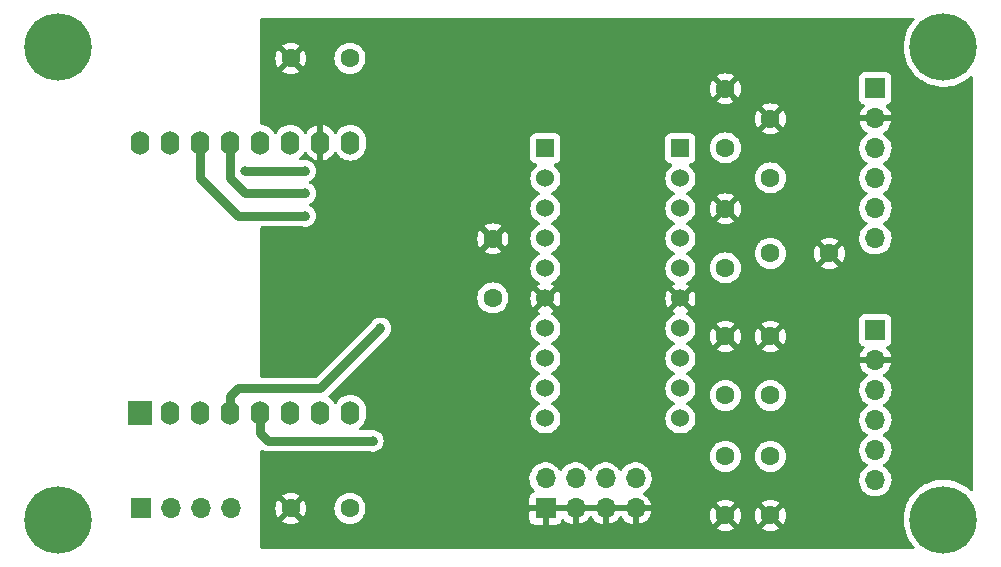
<source format=gbl>
G04 #@! TF.GenerationSoftware,KiCad,Pcbnew,6.0.11-2627ca5db0~126~ubuntu22.04.1*
G04 #@! TF.CreationDate,2023-04-26T19:26:48+03:00*
G04 #@! TF.ProjectId,layzspa-wifi-remote,6c61797a-7370-4612-9d77-6966692d7265,rev?*
G04 #@! TF.SameCoordinates,Original*
G04 #@! TF.FileFunction,Copper,L2,Bot*
G04 #@! TF.FilePolarity,Positive*
%FSLAX46Y46*%
G04 Gerber Fmt 4.6, Leading zero omitted, Abs format (unit mm)*
G04 Created by KiCad (PCBNEW 6.0.11-2627ca5db0~126~ubuntu22.04.1) date 2023-04-26 19:26:48*
%MOMM*%
%LPD*%
G01*
G04 APERTURE LIST*
G04 #@! TA.AperFunction,ComponentPad*
%ADD10R,1.700000X1.700000*%
G04 #@! TD*
G04 #@! TA.AperFunction,ComponentPad*
%ADD11O,1.700000X1.700000*%
G04 #@! TD*
G04 #@! TA.AperFunction,ComponentPad*
%ADD12R,2.000000X2.000000*%
G04 #@! TD*
G04 #@! TA.AperFunction,ComponentPad*
%ADD13O,1.600000X2.000000*%
G04 #@! TD*
G04 #@! TA.AperFunction,ComponentPad*
%ADD14C,1.600000*%
G04 #@! TD*
G04 #@! TA.AperFunction,ComponentPad*
%ADD15C,3.600000*%
G04 #@! TD*
G04 #@! TA.AperFunction,ConnectorPad*
%ADD16C,5.700000*%
G04 #@! TD*
G04 #@! TA.AperFunction,ComponentPad*
%ADD17C,1.524000*%
G04 #@! TD*
G04 #@! TA.AperFunction,ComponentPad*
%ADD18R,1.524000X1.524000*%
G04 #@! TD*
G04 #@! TA.AperFunction,ViaPad*
%ADD19C,0.800000*%
G04 #@! TD*
G04 #@! TA.AperFunction,Conductor*
%ADD20C,0.750000*%
G04 #@! TD*
G04 APERTURE END LIST*
D10*
X107950000Y-54760000D03*
D11*
X107950000Y-57300000D03*
X107950000Y-59840000D03*
X107950000Y-62380000D03*
X107950000Y-64920000D03*
X107950000Y-67460000D03*
D12*
X45720000Y-61745000D03*
D13*
X48260000Y-61745000D03*
X50800000Y-61745000D03*
X53340000Y-61745000D03*
X55880000Y-61745000D03*
X58420000Y-61745000D03*
X60960000Y-61745000D03*
X63500000Y-61745000D03*
X63500000Y-38885000D03*
X60960000Y-38885000D03*
X58420000Y-38885000D03*
X55880000Y-38885000D03*
X53340000Y-38885000D03*
X50800000Y-38885000D03*
X48260000Y-38885000D03*
X45720000Y-38885000D03*
D14*
X99060000Y-48260000D03*
X104060000Y-48260000D03*
X95250000Y-39330000D03*
X95250000Y-34330000D03*
X63460000Y-31750000D03*
X58460000Y-31750000D03*
D15*
X113700000Y-70800000D03*
D16*
X113700000Y-70800000D03*
D17*
X80010000Y-52070000D03*
X91440000Y-52070000D03*
X91440000Y-49530000D03*
D18*
X91440000Y-39370000D03*
D17*
X91440000Y-41910000D03*
X91440000Y-44450000D03*
X91440000Y-46990000D03*
X91440000Y-54610000D03*
X91440000Y-57150000D03*
X91440000Y-59690000D03*
X91440000Y-62230000D03*
X80010000Y-49530000D03*
D18*
X80010000Y-39370000D03*
D17*
X80010000Y-41910000D03*
X80010000Y-44450000D03*
X80010000Y-46990000D03*
X80010000Y-54610000D03*
X80010000Y-57150000D03*
X80010000Y-59690000D03*
X80010000Y-62230000D03*
D14*
X95250000Y-65445000D03*
X95250000Y-70445000D03*
X99060000Y-65445000D03*
X99060000Y-70445000D03*
X99060000Y-60285000D03*
X99060000Y-55285000D03*
D16*
X38700000Y-30800000D03*
D15*
X38700000Y-30800000D03*
D16*
X113700000Y-30800000D03*
D15*
X113700000Y-30800000D03*
D10*
X107950000Y-34290000D03*
D11*
X107950000Y-36830000D03*
X107950000Y-39370000D03*
X107950000Y-41910000D03*
X107950000Y-44450000D03*
X107950000Y-46990000D03*
D14*
X75565000Y-52030000D03*
X75565000Y-47030000D03*
X63460000Y-69850000D03*
X58460000Y-69850000D03*
D10*
X45730000Y-69850000D03*
D11*
X48270000Y-69850000D03*
X50810000Y-69850000D03*
X53350000Y-69850000D03*
D10*
X80020000Y-69855000D03*
D11*
X80020000Y-67315000D03*
X82560000Y-69855000D03*
X82560000Y-67315000D03*
X85100000Y-69855000D03*
X85100000Y-67315000D03*
X87640000Y-69855000D03*
X87640000Y-67315000D03*
D14*
X95250000Y-49490000D03*
X95250000Y-44490000D03*
X99060000Y-41870000D03*
X99060000Y-36870000D03*
X95250000Y-60285000D03*
X95250000Y-55285000D03*
D15*
X38700000Y-70800000D03*
D16*
X38700000Y-70800000D03*
D19*
X59690000Y-41275000D03*
X54610000Y-41275000D03*
X73152000Y-69850000D03*
X66040000Y-54610000D03*
X65405000Y-64135000D03*
X59690000Y-43180000D03*
X59690000Y-45085000D03*
D20*
X59690000Y-45085000D02*
X53975000Y-45085000D01*
X53975000Y-45085000D02*
X50800000Y-41910000D01*
X50800000Y-41910000D02*
X50800000Y-38885000D01*
X59690000Y-43180000D02*
X54610000Y-43180000D01*
X54610000Y-43180000D02*
X53340000Y-41910000D01*
X53340000Y-41910000D02*
X53340000Y-38885000D01*
X54610000Y-41275000D02*
X59690000Y-41275000D01*
X53340000Y-61745000D02*
X53340000Y-60325000D01*
X53975000Y-59690000D02*
X60960000Y-59690000D01*
X60960000Y-59690000D02*
X66040000Y-54610000D01*
X53340000Y-60325000D02*
X53975000Y-59690000D01*
X65405000Y-64135000D02*
X56515000Y-64135000D01*
X56515000Y-64135000D02*
X55880000Y-63500000D01*
X55880000Y-63500000D02*
X55880000Y-61745000D01*
G04 #@! TA.AperFunction,Conductor*
G36*
X111206014Y-28328502D02*
G01*
X111252507Y-28382158D01*
X111262611Y-28452432D01*
X111233704Y-28516329D01*
X111028040Y-28757132D01*
X110823040Y-29057651D01*
X110651694Y-29378552D01*
X110516009Y-29716081D01*
X110417569Y-30066290D01*
X110357528Y-30425082D01*
X110336587Y-30788259D01*
X110354992Y-31151574D01*
X110412527Y-31510777D01*
X110508519Y-31861664D01*
X110641845Y-32200133D01*
X110643428Y-32203148D01*
X110809362Y-32519206D01*
X110809367Y-32519214D01*
X110810946Y-32522222D01*
X110812840Y-32525040D01*
X110812845Y-32525049D01*
X110856349Y-32589789D01*
X111013843Y-32824165D01*
X111248163Y-33102428D01*
X111375392Y-33224010D01*
X111508702Y-33351405D01*
X111508709Y-33351411D01*
X111511165Y-33353758D01*
X111799771Y-33575214D01*
X111854642Y-33608576D01*
X112107692Y-33762433D01*
X112107697Y-33762436D01*
X112110607Y-33764205D01*
X112113695Y-33765651D01*
X112113694Y-33765651D01*
X112436952Y-33917077D01*
X112436962Y-33917081D01*
X112440036Y-33918521D01*
X112443254Y-33919623D01*
X112443257Y-33919624D01*
X112780981Y-34035253D01*
X112780989Y-34035255D01*
X112784204Y-34036356D01*
X113139084Y-34116332D01*
X113192123Y-34122375D01*
X113497144Y-34157128D01*
X113497152Y-34157128D01*
X113500527Y-34157513D01*
X113503931Y-34157531D01*
X113503934Y-34157531D01*
X113702058Y-34158568D01*
X113864303Y-34159418D01*
X113867689Y-34159068D01*
X113867691Y-34159068D01*
X114222765Y-34122375D01*
X114222774Y-34122374D01*
X114226157Y-34122024D01*
X114229490Y-34121310D01*
X114229493Y-34121309D01*
X114344338Y-34096688D01*
X114581856Y-34045768D01*
X114927239Y-33931544D01*
X114930323Y-33930138D01*
X114930332Y-33930135D01*
X115255171Y-33782096D01*
X115258265Y-33780686D01*
X115446377Y-33668994D01*
X115568128Y-33596704D01*
X115568132Y-33596701D01*
X115571063Y-33594961D01*
X115861973Y-33376539D01*
X115979407Y-33266646D01*
X116042813Y-33234705D01*
X116113422Y-33242115D01*
X116168816Y-33286523D01*
X116191500Y-33358646D01*
X116191500Y-68241034D01*
X116171498Y-68309155D01*
X116117842Y-68355648D01*
X116047568Y-68365752D01*
X115978767Y-68332431D01*
X115954240Y-68309155D01*
X115879908Y-68238617D01*
X115590530Y-68018170D01*
X115587618Y-68016413D01*
X115587613Y-68016410D01*
X115281951Y-67832023D01*
X115281945Y-67832020D01*
X115279036Y-67830265D01*
X114949071Y-67677100D01*
X114604494Y-67560467D01*
X114595234Y-67558414D01*
X114451683Y-67526590D01*
X114249336Y-67481731D01*
X114082982Y-67463365D01*
X113891133Y-67442184D01*
X113891128Y-67442184D01*
X113887752Y-67441811D01*
X113884353Y-67441805D01*
X113884352Y-67441805D01*
X113712762Y-67441506D01*
X113523972Y-67441176D01*
X113388831Y-67455618D01*
X113165634Y-67479471D01*
X113165628Y-67479472D01*
X113162250Y-67479833D01*
X112806820Y-67557330D01*
X112461838Y-67672759D01*
X112458745Y-67674182D01*
X112458744Y-67674182D01*
X112309256Y-67742939D01*
X112131340Y-67824771D01*
X111819192Y-68011588D01*
X111529046Y-68231023D01*
X111264296Y-68480511D01*
X111262084Y-68483101D01*
X111262083Y-68483102D01*
X111138421Y-68627892D01*
X111028040Y-68757132D01*
X111026112Y-68759959D01*
X111026110Y-68759961D01*
X110983959Y-68821753D01*
X110823040Y-69057651D01*
X110780697Y-69136952D01*
X110655495Y-69371434D01*
X110651694Y-69378552D01*
X110650419Y-69381724D01*
X110650417Y-69381728D01*
X110551626Y-69627481D01*
X110516009Y-69716081D01*
X110515090Y-69719349D01*
X110515088Y-69719356D01*
X110475673Y-69859580D01*
X110417569Y-70066290D01*
X110417007Y-70069647D01*
X110417007Y-70069648D01*
X110369813Y-70351672D01*
X110357528Y-70425082D01*
X110336587Y-70788259D01*
X110336759Y-70791654D01*
X110336759Y-70791655D01*
X110351583Y-71084284D01*
X110354992Y-71151574D01*
X110355529Y-71154929D01*
X110355530Y-71154935D01*
X110364831Y-71213000D01*
X110412527Y-71510777D01*
X110508519Y-71861664D01*
X110641845Y-72200133D01*
X110643428Y-72203148D01*
X110809362Y-72519206D01*
X110809367Y-72519214D01*
X110810946Y-72522222D01*
X110812840Y-72525040D01*
X110812845Y-72525049D01*
X111005419Y-72811628D01*
X111013843Y-72824165D01*
X111016043Y-72826777D01*
X111232931Y-73084340D01*
X111261509Y-73149331D01*
X111250414Y-73219455D01*
X111203168Y-73272449D01*
X111136551Y-73291500D01*
X56006000Y-73291500D01*
X55937879Y-73271498D01*
X55891386Y-73217842D01*
X55880000Y-73165500D01*
X55880000Y-71531062D01*
X94528493Y-71531062D01*
X94537789Y-71543077D01*
X94588994Y-71578931D01*
X94598489Y-71584414D01*
X94795947Y-71676490D01*
X94806239Y-71680236D01*
X95016688Y-71736625D01*
X95027481Y-71738528D01*
X95244525Y-71757517D01*
X95255475Y-71757517D01*
X95472519Y-71738528D01*
X95483312Y-71736625D01*
X95693761Y-71680236D01*
X95704053Y-71676490D01*
X95901511Y-71584414D01*
X95911006Y-71578931D01*
X95963048Y-71542491D01*
X95971424Y-71532012D01*
X95970925Y-71531062D01*
X98338493Y-71531062D01*
X98347789Y-71543077D01*
X98398994Y-71578931D01*
X98408489Y-71584414D01*
X98605947Y-71676490D01*
X98616239Y-71680236D01*
X98826688Y-71736625D01*
X98837481Y-71738528D01*
X99054525Y-71757517D01*
X99065475Y-71757517D01*
X99282519Y-71738528D01*
X99293312Y-71736625D01*
X99503761Y-71680236D01*
X99514053Y-71676490D01*
X99711511Y-71584414D01*
X99721006Y-71578931D01*
X99773048Y-71542491D01*
X99781424Y-71532012D01*
X99774356Y-71518566D01*
X99072812Y-70817022D01*
X99058868Y-70809408D01*
X99057035Y-70809539D01*
X99050420Y-70813790D01*
X98344923Y-71519287D01*
X98338493Y-71531062D01*
X95970925Y-71531062D01*
X95964356Y-71518566D01*
X95262812Y-70817022D01*
X95248868Y-70809408D01*
X95247035Y-70809539D01*
X95240420Y-70813790D01*
X94534923Y-71519287D01*
X94528493Y-71531062D01*
X55880000Y-71531062D01*
X55880000Y-70936062D01*
X57738493Y-70936062D01*
X57747789Y-70948077D01*
X57798994Y-70983931D01*
X57808489Y-70989414D01*
X58005947Y-71081490D01*
X58016239Y-71085236D01*
X58226688Y-71141625D01*
X58237481Y-71143528D01*
X58454525Y-71162517D01*
X58465475Y-71162517D01*
X58682519Y-71143528D01*
X58693312Y-71141625D01*
X58903761Y-71085236D01*
X58914053Y-71081490D01*
X59111511Y-70989414D01*
X59121006Y-70983931D01*
X59173048Y-70947491D01*
X59181424Y-70937012D01*
X59174356Y-70923566D01*
X58472812Y-70222022D01*
X58458868Y-70214408D01*
X58457035Y-70214539D01*
X58450420Y-70218790D01*
X57744923Y-70924287D01*
X57738493Y-70936062D01*
X55880000Y-70936062D01*
X55880000Y-69855475D01*
X57147483Y-69855475D01*
X57166472Y-70072519D01*
X57168375Y-70083312D01*
X57224764Y-70293761D01*
X57228510Y-70304053D01*
X57320586Y-70501511D01*
X57326069Y-70511006D01*
X57362509Y-70563048D01*
X57372988Y-70571424D01*
X57386434Y-70564356D01*
X58087978Y-69862812D01*
X58094356Y-69851132D01*
X58824408Y-69851132D01*
X58824539Y-69852965D01*
X58828790Y-69859580D01*
X59534287Y-70565077D01*
X59546062Y-70571507D01*
X59558077Y-70562211D01*
X59593931Y-70511006D01*
X59599414Y-70501511D01*
X59691490Y-70304053D01*
X59695236Y-70293761D01*
X59751625Y-70083312D01*
X59753528Y-70072519D01*
X59772517Y-69855475D01*
X59772517Y-69850000D01*
X62146502Y-69850000D01*
X62166457Y-70078087D01*
X62167881Y-70083400D01*
X62167881Y-70083402D01*
X62205148Y-70222481D01*
X62225716Y-70299243D01*
X62228039Y-70304224D01*
X62228039Y-70304225D01*
X62320151Y-70501762D01*
X62320154Y-70501767D01*
X62322477Y-70506749D01*
X62360478Y-70561020D01*
X62435050Y-70667519D01*
X62453802Y-70694300D01*
X62615700Y-70856198D01*
X62620208Y-70859355D01*
X62620211Y-70859357D01*
X62667029Y-70892139D01*
X62803251Y-70987523D01*
X62808233Y-70989846D01*
X62808238Y-70989849D01*
X63004765Y-71081490D01*
X63010757Y-71084284D01*
X63016065Y-71085706D01*
X63016067Y-71085707D01*
X63226598Y-71142119D01*
X63226600Y-71142119D01*
X63231913Y-71143543D01*
X63460000Y-71163498D01*
X63688087Y-71143543D01*
X63693400Y-71142119D01*
X63693402Y-71142119D01*
X63903933Y-71085707D01*
X63903935Y-71085706D01*
X63909243Y-71084284D01*
X63915235Y-71081490D01*
X64111762Y-70989849D01*
X64111767Y-70989846D01*
X64116749Y-70987523D01*
X64252971Y-70892139D01*
X64299789Y-70859357D01*
X64299792Y-70859355D01*
X64304300Y-70856198D01*
X64410829Y-70749669D01*
X78662001Y-70749669D01*
X78662371Y-70756490D01*
X78667895Y-70807352D01*
X78671521Y-70822604D01*
X78716676Y-70943054D01*
X78725214Y-70958649D01*
X78801715Y-71060724D01*
X78814276Y-71073285D01*
X78916351Y-71149786D01*
X78931946Y-71158324D01*
X79052394Y-71203478D01*
X79067649Y-71207105D01*
X79118514Y-71212631D01*
X79125328Y-71213000D01*
X79747885Y-71213000D01*
X79763124Y-71208525D01*
X79764329Y-71207135D01*
X79766000Y-71199452D01*
X79766000Y-71194884D01*
X80274000Y-71194884D01*
X80278475Y-71210123D01*
X80279865Y-71211328D01*
X80287548Y-71212999D01*
X80914669Y-71212999D01*
X80921490Y-71212629D01*
X80972352Y-71207105D01*
X80987604Y-71203479D01*
X81108054Y-71158324D01*
X81123649Y-71149786D01*
X81225724Y-71073285D01*
X81238285Y-71060724D01*
X81314786Y-70958649D01*
X81323325Y-70943052D01*
X81364425Y-70833418D01*
X81407066Y-70776653D01*
X81473628Y-70751953D01*
X81542977Y-70767160D01*
X81577645Y-70795150D01*
X81603219Y-70824674D01*
X81610580Y-70831883D01*
X81774434Y-70967916D01*
X81782881Y-70973831D01*
X81966756Y-71081279D01*
X81976042Y-71085729D01*
X82175001Y-71161703D01*
X82184899Y-71164579D01*
X82288250Y-71185606D01*
X82302299Y-71184410D01*
X82306000Y-71174065D01*
X82306000Y-71173517D01*
X82814000Y-71173517D01*
X82818064Y-71187359D01*
X82831478Y-71189393D01*
X82838184Y-71188534D01*
X82848262Y-71186392D01*
X83052255Y-71125191D01*
X83061842Y-71121433D01*
X83253095Y-71027739D01*
X83261945Y-71022464D01*
X83435328Y-70898792D01*
X83443200Y-70892139D01*
X83594052Y-70741812D01*
X83600730Y-70733965D01*
X83728022Y-70556819D01*
X83729147Y-70557627D01*
X83776669Y-70513876D01*
X83846607Y-70501661D01*
X83912046Y-70529197D01*
X83939870Y-70561028D01*
X83997690Y-70655383D01*
X84003777Y-70663699D01*
X84143213Y-70824667D01*
X84150580Y-70831883D01*
X84314434Y-70967916D01*
X84322881Y-70973831D01*
X84506756Y-71081279D01*
X84516042Y-71085729D01*
X84715001Y-71161703D01*
X84724899Y-71164579D01*
X84828250Y-71185606D01*
X84842299Y-71184410D01*
X84846000Y-71174065D01*
X84846000Y-71173517D01*
X85354000Y-71173517D01*
X85358064Y-71187359D01*
X85371478Y-71189393D01*
X85378184Y-71188534D01*
X85388262Y-71186392D01*
X85592255Y-71125191D01*
X85601842Y-71121433D01*
X85793095Y-71027739D01*
X85801945Y-71022464D01*
X85975328Y-70898792D01*
X85983200Y-70892139D01*
X86134052Y-70741812D01*
X86140730Y-70733965D01*
X86268022Y-70556819D01*
X86269147Y-70557627D01*
X86316669Y-70513876D01*
X86386607Y-70501661D01*
X86452046Y-70529197D01*
X86479870Y-70561028D01*
X86537690Y-70655383D01*
X86543777Y-70663699D01*
X86683213Y-70824667D01*
X86690580Y-70831883D01*
X86854434Y-70967916D01*
X86862881Y-70973831D01*
X87046756Y-71081279D01*
X87056042Y-71085729D01*
X87255001Y-71161703D01*
X87264899Y-71164579D01*
X87368250Y-71185606D01*
X87382299Y-71184410D01*
X87386000Y-71174065D01*
X87386000Y-71173517D01*
X87894000Y-71173517D01*
X87898064Y-71187359D01*
X87911478Y-71189393D01*
X87918184Y-71188534D01*
X87928262Y-71186392D01*
X88132255Y-71125191D01*
X88141842Y-71121433D01*
X88333095Y-71027739D01*
X88341945Y-71022464D01*
X88515328Y-70898792D01*
X88523200Y-70892139D01*
X88674052Y-70741812D01*
X88680730Y-70733965D01*
X88805003Y-70561020D01*
X88810313Y-70552183D01*
X88860580Y-70450475D01*
X93937483Y-70450475D01*
X93956472Y-70667519D01*
X93958375Y-70678312D01*
X94014764Y-70888761D01*
X94018510Y-70899053D01*
X94110586Y-71096511D01*
X94116069Y-71106006D01*
X94152509Y-71158048D01*
X94162988Y-71166424D01*
X94176434Y-71159356D01*
X94877978Y-70457812D01*
X94884356Y-70446132D01*
X95614408Y-70446132D01*
X95614539Y-70447965D01*
X95618790Y-70454580D01*
X96324287Y-71160077D01*
X96336062Y-71166507D01*
X96348077Y-71157211D01*
X96383931Y-71106006D01*
X96389414Y-71096511D01*
X96481490Y-70899053D01*
X96485236Y-70888761D01*
X96541625Y-70678312D01*
X96543528Y-70667519D01*
X96562517Y-70450475D01*
X97747483Y-70450475D01*
X97766472Y-70667519D01*
X97768375Y-70678312D01*
X97824764Y-70888761D01*
X97828510Y-70899053D01*
X97920586Y-71096511D01*
X97926069Y-71106006D01*
X97962509Y-71158048D01*
X97972988Y-71166424D01*
X97986434Y-71159356D01*
X98687978Y-70457812D01*
X98694356Y-70446132D01*
X99424408Y-70446132D01*
X99424539Y-70447965D01*
X99428790Y-70454580D01*
X100134287Y-71160077D01*
X100146062Y-71166507D01*
X100158077Y-71157211D01*
X100193931Y-71106006D01*
X100199414Y-71096511D01*
X100291490Y-70899053D01*
X100295236Y-70888761D01*
X100351625Y-70678312D01*
X100353528Y-70667519D01*
X100372517Y-70450475D01*
X100372517Y-70439525D01*
X100353528Y-70222481D01*
X100351625Y-70211688D01*
X100295236Y-70001239D01*
X100291490Y-69990947D01*
X100199414Y-69793489D01*
X100193931Y-69783994D01*
X100157491Y-69731952D01*
X100147012Y-69723576D01*
X100133566Y-69730644D01*
X99432022Y-70432188D01*
X99424408Y-70446132D01*
X98694356Y-70446132D01*
X98695592Y-70443868D01*
X98695461Y-70442035D01*
X98691210Y-70435420D01*
X97985713Y-69729923D01*
X97973938Y-69723493D01*
X97961923Y-69732789D01*
X97926069Y-69783994D01*
X97920586Y-69793489D01*
X97828510Y-69990947D01*
X97824764Y-70001239D01*
X97768375Y-70211688D01*
X97766472Y-70222481D01*
X97747483Y-70439525D01*
X97747483Y-70450475D01*
X96562517Y-70450475D01*
X96562517Y-70439525D01*
X96543528Y-70222481D01*
X96541625Y-70211688D01*
X96485236Y-70001239D01*
X96481490Y-69990947D01*
X96389414Y-69793489D01*
X96383931Y-69783994D01*
X96347491Y-69731952D01*
X96337012Y-69723576D01*
X96323566Y-69730644D01*
X95622022Y-70432188D01*
X95614408Y-70446132D01*
X94884356Y-70446132D01*
X94885592Y-70443868D01*
X94885461Y-70442035D01*
X94881210Y-70435420D01*
X94175713Y-69729923D01*
X94163938Y-69723493D01*
X94151923Y-69732789D01*
X94116069Y-69783994D01*
X94110586Y-69793489D01*
X94018510Y-69990947D01*
X94014764Y-70001239D01*
X93958375Y-70211688D01*
X93956472Y-70222481D01*
X93937483Y-70439525D01*
X93937483Y-70450475D01*
X88860580Y-70450475D01*
X88904670Y-70361267D01*
X88908469Y-70351672D01*
X88970377Y-70147910D01*
X88972555Y-70137837D01*
X88973986Y-70126962D01*
X88971775Y-70112778D01*
X88958617Y-70109000D01*
X87912115Y-70109000D01*
X87896876Y-70113475D01*
X87895671Y-70114865D01*
X87894000Y-70122548D01*
X87894000Y-71173517D01*
X87386000Y-71173517D01*
X87386000Y-70127115D01*
X87381525Y-70111876D01*
X87380135Y-70110671D01*
X87372452Y-70109000D01*
X85372115Y-70109000D01*
X85356876Y-70113475D01*
X85355671Y-70114865D01*
X85354000Y-70122548D01*
X85354000Y-71173517D01*
X84846000Y-71173517D01*
X84846000Y-70127115D01*
X84841525Y-70111876D01*
X84840135Y-70110671D01*
X84832452Y-70109000D01*
X82832115Y-70109000D01*
X82816876Y-70113475D01*
X82815671Y-70114865D01*
X82814000Y-70122548D01*
X82814000Y-71173517D01*
X82306000Y-71173517D01*
X82306000Y-70127115D01*
X82301525Y-70111876D01*
X82300135Y-70110671D01*
X82292452Y-70109000D01*
X80292115Y-70109000D01*
X80276876Y-70113475D01*
X80275671Y-70114865D01*
X80274000Y-70122548D01*
X80274000Y-71194884D01*
X79766000Y-71194884D01*
X79766000Y-70127115D01*
X79761525Y-70111876D01*
X79760135Y-70110671D01*
X79752452Y-70109000D01*
X78680116Y-70109000D01*
X78664877Y-70113475D01*
X78663672Y-70114865D01*
X78662001Y-70122548D01*
X78662001Y-70749669D01*
X64410829Y-70749669D01*
X64466198Y-70694300D01*
X64484951Y-70667519D01*
X64559522Y-70561020D01*
X64597523Y-70506749D01*
X64599846Y-70501767D01*
X64599849Y-70501762D01*
X64691961Y-70304225D01*
X64691961Y-70304224D01*
X64694284Y-70299243D01*
X64714853Y-70222481D01*
X64752119Y-70083402D01*
X64752119Y-70083400D01*
X64753543Y-70078087D01*
X64773498Y-69850000D01*
X64753543Y-69621913D01*
X64744442Y-69587947D01*
X64695707Y-69406067D01*
X64695706Y-69406065D01*
X64694284Y-69400757D01*
X64680611Y-69371434D01*
X64599849Y-69198238D01*
X64599846Y-69198233D01*
X64597523Y-69193251D01*
X64466198Y-69005700D01*
X64304300Y-68843802D01*
X64299792Y-68840645D01*
X64299789Y-68840643D01*
X64194880Y-68767185D01*
X64116749Y-68712477D01*
X64111767Y-68710154D01*
X64111762Y-68710151D01*
X63914225Y-68618039D01*
X63914224Y-68618039D01*
X63909243Y-68615716D01*
X63903935Y-68614294D01*
X63903933Y-68614293D01*
X63693402Y-68557881D01*
X63693400Y-68557881D01*
X63688087Y-68556457D01*
X63460000Y-68536502D01*
X63231913Y-68556457D01*
X63226600Y-68557881D01*
X63226598Y-68557881D01*
X63016067Y-68614293D01*
X63016065Y-68614294D01*
X63010757Y-68615716D01*
X63005776Y-68618039D01*
X63005775Y-68618039D01*
X62808238Y-68710151D01*
X62808233Y-68710154D01*
X62803251Y-68712477D01*
X62725120Y-68767185D01*
X62620211Y-68840643D01*
X62620208Y-68840645D01*
X62615700Y-68843802D01*
X62453802Y-69005700D01*
X62322477Y-69193251D01*
X62320154Y-69198233D01*
X62320151Y-69198238D01*
X62239389Y-69371434D01*
X62225716Y-69400757D01*
X62224294Y-69406065D01*
X62224293Y-69406067D01*
X62175558Y-69587947D01*
X62166457Y-69621913D01*
X62146502Y-69850000D01*
X59772517Y-69850000D01*
X59772517Y-69844525D01*
X59753528Y-69627481D01*
X59751625Y-69616688D01*
X59695236Y-69406239D01*
X59691490Y-69395947D01*
X59599414Y-69198489D01*
X59593931Y-69188994D01*
X59557491Y-69136952D01*
X59547012Y-69128576D01*
X59533566Y-69135644D01*
X58832022Y-69837188D01*
X58824408Y-69851132D01*
X58094356Y-69851132D01*
X58095592Y-69848868D01*
X58095461Y-69847035D01*
X58091210Y-69840420D01*
X57385713Y-69134923D01*
X57373938Y-69128493D01*
X57361923Y-69137789D01*
X57326069Y-69188994D01*
X57320586Y-69198489D01*
X57228510Y-69395947D01*
X57224764Y-69406239D01*
X57168375Y-69616688D01*
X57166472Y-69627481D01*
X57147483Y-69844525D01*
X57147483Y-69855475D01*
X55880000Y-69855475D01*
X55880000Y-68762988D01*
X57738576Y-68762988D01*
X57745644Y-68776434D01*
X58447188Y-69477978D01*
X58461132Y-69485592D01*
X58462965Y-69485461D01*
X58469580Y-69481210D01*
X59175077Y-68775713D01*
X59181507Y-68763938D01*
X59172211Y-68751923D01*
X59121006Y-68716069D01*
X59111511Y-68710586D01*
X58914053Y-68618510D01*
X58903761Y-68614764D01*
X58693312Y-68558375D01*
X58682519Y-68556472D01*
X58465475Y-68537483D01*
X58454525Y-68537483D01*
X58237481Y-68556472D01*
X58226688Y-68558375D01*
X58016239Y-68614764D01*
X58005947Y-68618510D01*
X57808489Y-68710586D01*
X57798994Y-68716069D01*
X57746952Y-68752509D01*
X57738576Y-68762988D01*
X55880000Y-68762988D01*
X55880000Y-67281695D01*
X78657251Y-67281695D01*
X78657548Y-67286848D01*
X78657548Y-67286851D01*
X78669812Y-67499547D01*
X78670110Y-67504715D01*
X78671247Y-67509761D01*
X78671248Y-67509767D01*
X78682508Y-67559728D01*
X78719222Y-67722639D01*
X78803266Y-67929616D01*
X78852425Y-68009836D01*
X78917291Y-68115688D01*
X78919987Y-68120088D01*
X79066250Y-68288938D01*
X79070225Y-68292238D01*
X79070231Y-68292244D01*
X79075425Y-68296556D01*
X79115059Y-68355460D01*
X79116555Y-68426441D01*
X79079439Y-68486962D01*
X79039168Y-68511480D01*
X78931946Y-68551676D01*
X78916351Y-68560214D01*
X78814276Y-68636715D01*
X78801715Y-68649276D01*
X78725214Y-68751351D01*
X78716676Y-68766946D01*
X78671522Y-68887394D01*
X78667895Y-68902649D01*
X78662369Y-68953514D01*
X78662000Y-68960328D01*
X78662000Y-69582885D01*
X78666475Y-69598124D01*
X78667865Y-69599329D01*
X78675548Y-69601000D01*
X88958344Y-69601000D01*
X88971875Y-69597027D01*
X88973180Y-69587947D01*
X88931214Y-69420875D01*
X88927894Y-69411124D01*
X88904790Y-69357988D01*
X94528576Y-69357988D01*
X94535644Y-69371434D01*
X95237188Y-70072978D01*
X95251132Y-70080592D01*
X95252965Y-70080461D01*
X95259580Y-70076210D01*
X95965077Y-69370713D01*
X95971507Y-69358938D01*
X95970772Y-69357988D01*
X98338576Y-69357988D01*
X98345644Y-69371434D01*
X99047188Y-70072978D01*
X99061132Y-70080592D01*
X99062965Y-70080461D01*
X99069580Y-70076210D01*
X99775077Y-69370713D01*
X99781507Y-69358938D01*
X99772211Y-69346923D01*
X99721006Y-69311069D01*
X99711511Y-69305586D01*
X99514053Y-69213510D01*
X99503761Y-69209764D01*
X99293312Y-69153375D01*
X99282519Y-69151472D01*
X99065475Y-69132483D01*
X99054525Y-69132483D01*
X98837481Y-69151472D01*
X98826688Y-69153375D01*
X98616239Y-69209764D01*
X98605947Y-69213510D01*
X98408489Y-69305586D01*
X98398994Y-69311069D01*
X98346952Y-69347509D01*
X98338576Y-69357988D01*
X95970772Y-69357988D01*
X95962211Y-69346923D01*
X95911006Y-69311069D01*
X95901511Y-69305586D01*
X95704053Y-69213510D01*
X95693761Y-69209764D01*
X95483312Y-69153375D01*
X95472519Y-69151472D01*
X95255475Y-69132483D01*
X95244525Y-69132483D01*
X95027481Y-69151472D01*
X95016688Y-69153375D01*
X94806239Y-69209764D01*
X94795947Y-69213510D01*
X94598489Y-69305586D01*
X94588994Y-69311069D01*
X94536952Y-69347509D01*
X94528576Y-69357988D01*
X88904790Y-69357988D01*
X88842972Y-69215814D01*
X88838105Y-69206739D01*
X88722426Y-69027926D01*
X88716136Y-69019757D01*
X88572806Y-68862240D01*
X88565273Y-68855215D01*
X88398139Y-68723222D01*
X88389556Y-68717520D01*
X88352602Y-68697120D01*
X88302631Y-68646687D01*
X88287859Y-68577245D01*
X88312975Y-68510839D01*
X88340327Y-68484232D01*
X88363797Y-68467491D01*
X88519860Y-68356173D01*
X88532589Y-68343489D01*
X88635478Y-68240958D01*
X88678096Y-68198489D01*
X88737594Y-68115689D01*
X88805435Y-68021277D01*
X88808453Y-68017077D01*
X88829320Y-67974857D01*
X88905136Y-67821453D01*
X88905137Y-67821451D01*
X88907430Y-67816811D01*
X88950764Y-67674182D01*
X88970865Y-67608023D01*
X88970865Y-67608021D01*
X88972370Y-67603069D01*
X88995591Y-67426695D01*
X106587251Y-67426695D01*
X106587548Y-67431848D01*
X106587548Y-67431851D01*
X106593011Y-67526590D01*
X106600110Y-67649715D01*
X106601247Y-67654761D01*
X106601248Y-67654767D01*
X106606605Y-67678537D01*
X106649222Y-67867639D01*
X106733266Y-68074616D01*
X106761131Y-68120088D01*
X106835247Y-68241034D01*
X106849987Y-68265088D01*
X106996250Y-68433938D01*
X107168126Y-68576632D01*
X107361000Y-68689338D01*
X107365825Y-68691180D01*
X107365826Y-68691181D01*
X107381379Y-68697120D01*
X107569692Y-68769030D01*
X107574760Y-68770061D01*
X107574763Y-68770062D01*
X107682017Y-68791883D01*
X107788597Y-68813567D01*
X107793772Y-68813757D01*
X107793774Y-68813757D01*
X108006673Y-68821564D01*
X108006677Y-68821564D01*
X108011837Y-68821753D01*
X108016957Y-68821097D01*
X108016959Y-68821097D01*
X108228288Y-68794025D01*
X108228289Y-68794025D01*
X108233416Y-68793368D01*
X108292263Y-68775713D01*
X108442429Y-68730661D01*
X108442434Y-68730659D01*
X108447384Y-68729174D01*
X108647994Y-68630896D01*
X108829860Y-68501173D01*
X108845191Y-68485896D01*
X108972359Y-68359171D01*
X108988096Y-68343489D01*
X109017108Y-68303115D01*
X109115435Y-68166277D01*
X109118453Y-68162077D01*
X109210983Y-67974857D01*
X109215136Y-67966453D01*
X109215137Y-67966451D01*
X109217430Y-67961811D01*
X109282370Y-67748069D01*
X109311529Y-67526590D01*
X109311940Y-67509767D01*
X109313074Y-67463365D01*
X109313074Y-67463361D01*
X109313156Y-67460000D01*
X109294852Y-67237361D01*
X109240431Y-67020702D01*
X109151354Y-66815840D01*
X109057549Y-66670840D01*
X109032822Y-66632617D01*
X109032820Y-66632614D01*
X109030014Y-66628277D01*
X108879670Y-66463051D01*
X108875619Y-66459852D01*
X108875615Y-66459848D01*
X108708414Y-66327800D01*
X108708410Y-66327798D01*
X108704359Y-66324598D01*
X108663053Y-66301796D01*
X108613084Y-66251364D01*
X108598312Y-66181921D01*
X108623428Y-66115516D01*
X108650780Y-66088909D01*
X108695865Y-66056750D01*
X108829860Y-65961173D01*
X108835104Y-65955948D01*
X108984435Y-65807137D01*
X108988096Y-65803489D01*
X109047594Y-65720689D01*
X109115435Y-65626277D01*
X109118453Y-65622077D01*
X109203264Y-65450475D01*
X109215136Y-65426453D01*
X109215137Y-65426451D01*
X109217430Y-65421811D01*
X109282370Y-65208069D01*
X109311529Y-64986590D01*
X109311652Y-64981556D01*
X109313074Y-64923365D01*
X109313074Y-64923361D01*
X109313156Y-64920000D01*
X109294852Y-64697361D01*
X109240431Y-64480702D01*
X109151354Y-64275840D01*
X109085404Y-64173897D01*
X109032822Y-64092617D01*
X109032820Y-64092614D01*
X109030014Y-64088277D01*
X108879670Y-63923051D01*
X108875619Y-63919852D01*
X108875615Y-63919848D01*
X108708414Y-63787800D01*
X108708410Y-63787798D01*
X108704359Y-63784598D01*
X108663053Y-63761796D01*
X108613084Y-63711364D01*
X108598312Y-63641921D01*
X108623428Y-63575516D01*
X108650780Y-63548909D01*
X108712515Y-63504874D01*
X108829860Y-63421173D01*
X108988096Y-63263489D01*
X109006022Y-63238543D01*
X109115435Y-63086277D01*
X109118453Y-63082077D01*
X109217430Y-62881811D01*
X109282370Y-62668069D01*
X109311529Y-62446590D01*
X109313156Y-62380000D01*
X109294852Y-62157361D01*
X109240431Y-61940702D01*
X109151354Y-61735840D01*
X109111906Y-61674862D01*
X109032822Y-61552617D01*
X109032820Y-61552614D01*
X109030014Y-61548277D01*
X108879670Y-61383051D01*
X108875619Y-61379852D01*
X108875615Y-61379848D01*
X108708414Y-61247800D01*
X108708410Y-61247798D01*
X108704359Y-61244598D01*
X108663053Y-61221796D01*
X108613084Y-61171364D01*
X108598312Y-61101921D01*
X108623428Y-61035516D01*
X108650780Y-61008909D01*
X108719348Y-60960000D01*
X108829860Y-60881173D01*
X108988096Y-60723489D01*
X108992449Y-60717432D01*
X109115435Y-60546277D01*
X109118453Y-60542077D01*
X109205203Y-60366552D01*
X109215136Y-60346453D01*
X109215137Y-60346451D01*
X109217430Y-60341811D01*
X109250945Y-60231502D01*
X109280865Y-60133023D01*
X109280865Y-60133021D01*
X109282370Y-60128069D01*
X109311529Y-59906590D01*
X109313156Y-59840000D01*
X109294852Y-59617361D01*
X109240431Y-59400702D01*
X109151354Y-59195840D01*
X109058972Y-59053039D01*
X109032822Y-59012617D01*
X109032820Y-59012614D01*
X109030014Y-59008277D01*
X108879670Y-58843051D01*
X108875619Y-58839852D01*
X108875615Y-58839848D01*
X108708414Y-58707800D01*
X108708410Y-58707798D01*
X108704359Y-58704598D01*
X108662569Y-58681529D01*
X108612598Y-58631097D01*
X108597826Y-58561654D01*
X108622942Y-58495248D01*
X108650294Y-58468641D01*
X108825328Y-58343792D01*
X108833200Y-58337139D01*
X108984052Y-58186812D01*
X108990730Y-58178965D01*
X109115003Y-58006020D01*
X109120313Y-57997183D01*
X109214670Y-57806267D01*
X109218469Y-57796672D01*
X109280377Y-57592910D01*
X109282555Y-57582837D01*
X109283986Y-57571962D01*
X109281775Y-57557778D01*
X109268617Y-57554000D01*
X106633225Y-57554000D01*
X106619694Y-57557973D01*
X106618257Y-57567966D01*
X106648565Y-57702446D01*
X106651645Y-57712275D01*
X106731770Y-57909603D01*
X106736413Y-57918794D01*
X106847694Y-58100388D01*
X106853777Y-58108699D01*
X106993213Y-58269667D01*
X107000580Y-58276883D01*
X107164434Y-58412916D01*
X107172881Y-58418831D01*
X107241969Y-58459203D01*
X107290693Y-58510842D01*
X107303764Y-58580625D01*
X107277033Y-58646396D01*
X107236584Y-58679752D01*
X107223607Y-58686507D01*
X107219474Y-58689610D01*
X107219471Y-58689612D01*
X107063791Y-58806500D01*
X107044965Y-58820635D01*
X106890629Y-58982138D01*
X106887715Y-58986410D01*
X106887714Y-58986411D01*
X106875404Y-59004457D01*
X106764743Y-59166680D01*
X106670688Y-59369305D01*
X106610989Y-59584570D01*
X106587251Y-59806695D01*
X106587548Y-59811848D01*
X106587548Y-59811851D01*
X106592976Y-59905984D01*
X106600110Y-60029715D01*
X106601247Y-60034761D01*
X106601248Y-60034767D01*
X106621119Y-60122939D01*
X106649222Y-60247639D01*
X106687461Y-60341811D01*
X106713181Y-60405151D01*
X106733266Y-60454616D01*
X106735965Y-60459020D01*
X106814423Y-60587052D01*
X106849987Y-60645088D01*
X106996250Y-60813938D01*
X107168126Y-60956632D01*
X107238595Y-60997811D01*
X107241445Y-60999476D01*
X107290169Y-61051114D01*
X107303240Y-61120897D01*
X107276509Y-61186669D01*
X107236055Y-61220027D01*
X107223607Y-61226507D01*
X107219474Y-61229610D01*
X107219471Y-61229612D01*
X107049100Y-61357530D01*
X107044965Y-61360635D01*
X107041393Y-61364373D01*
X106925977Y-61485149D01*
X106890629Y-61522138D01*
X106887715Y-61526410D01*
X106887714Y-61526411D01*
X106852152Y-61578543D01*
X106764743Y-61706680D01*
X106670688Y-61909305D01*
X106610989Y-62124570D01*
X106587251Y-62346695D01*
X106587548Y-62351848D01*
X106587548Y-62351851D01*
X106592976Y-62445984D01*
X106600110Y-62569715D01*
X106601247Y-62574761D01*
X106601248Y-62574767D01*
X106621119Y-62662939D01*
X106649222Y-62787639D01*
X106687461Y-62881811D01*
X106720911Y-62964188D01*
X106733266Y-62994616D01*
X106735965Y-62999020D01*
X106845547Y-63177842D01*
X106849987Y-63185088D01*
X106996250Y-63353938D01*
X107168126Y-63496632D01*
X107213508Y-63523151D01*
X107241445Y-63539476D01*
X107290169Y-63591114D01*
X107303240Y-63660897D01*
X107276509Y-63726669D01*
X107236055Y-63760027D01*
X107223607Y-63766507D01*
X107219474Y-63769610D01*
X107219471Y-63769612D01*
X107195247Y-63787800D01*
X107044965Y-63900635D01*
X106890629Y-64062138D01*
X106764743Y-64246680D01*
X106749003Y-64280590D01*
X106677030Y-64435643D01*
X106670688Y-64449305D01*
X106610989Y-64664570D01*
X106587251Y-64886695D01*
X106587548Y-64891848D01*
X106587548Y-64891851D01*
X106594402Y-65010722D01*
X106600110Y-65109715D01*
X106601247Y-65114761D01*
X106601248Y-65114767D01*
X106621119Y-65202939D01*
X106649222Y-65327639D01*
X106733266Y-65534616D01*
X106849987Y-65725088D01*
X106996250Y-65893938D01*
X107168126Y-66036632D01*
X107202554Y-66056750D01*
X107241445Y-66079476D01*
X107290169Y-66131114D01*
X107303240Y-66200897D01*
X107276509Y-66266669D01*
X107236055Y-66300027D01*
X107223607Y-66306507D01*
X107219474Y-66309610D01*
X107219471Y-66309612D01*
X107195247Y-66327800D01*
X107044965Y-66440635D01*
X107041393Y-66444373D01*
X106909374Y-66582523D01*
X106890629Y-66602138D01*
X106887715Y-66606410D01*
X106887714Y-66606411D01*
X106851417Y-66659621D01*
X106764743Y-66786680D01*
X106670688Y-66989305D01*
X106610989Y-67204570D01*
X106587251Y-67426695D01*
X88995591Y-67426695D01*
X89001529Y-67381590D01*
X89003156Y-67315000D01*
X88984852Y-67092361D01*
X88930431Y-66875702D01*
X88841354Y-66670840D01*
X88720014Y-66483277D01*
X88569670Y-66318051D01*
X88565619Y-66314852D01*
X88565615Y-66314848D01*
X88398414Y-66182800D01*
X88398410Y-66182798D01*
X88394359Y-66179598D01*
X88198789Y-66071638D01*
X88193920Y-66069914D01*
X88193916Y-66069912D01*
X87993087Y-65998795D01*
X87993083Y-65998794D01*
X87988212Y-65997069D01*
X87983119Y-65996162D01*
X87983116Y-65996161D01*
X87773373Y-65958800D01*
X87773367Y-65958799D01*
X87768284Y-65957894D01*
X87694452Y-65956992D01*
X87550081Y-65955228D01*
X87550079Y-65955228D01*
X87544911Y-65955165D01*
X87324091Y-65988955D01*
X87111756Y-66058357D01*
X86913607Y-66161507D01*
X86909474Y-66164610D01*
X86909471Y-66164612D01*
X86743402Y-66289300D01*
X86734965Y-66295635D01*
X86721608Y-66309612D01*
X86592828Y-66444373D01*
X86580629Y-66457138D01*
X86473201Y-66614621D01*
X86418293Y-66659621D01*
X86347768Y-66667792D01*
X86284021Y-66636538D01*
X86263324Y-66612054D01*
X86182822Y-66487617D01*
X86182820Y-66487614D01*
X86180014Y-66483277D01*
X86029670Y-66318051D01*
X86025619Y-66314852D01*
X86025615Y-66314848D01*
X85858414Y-66182800D01*
X85858410Y-66182798D01*
X85854359Y-66179598D01*
X85658789Y-66071638D01*
X85653920Y-66069914D01*
X85653916Y-66069912D01*
X85453087Y-65998795D01*
X85453083Y-65998794D01*
X85448212Y-65997069D01*
X85443119Y-65996162D01*
X85443116Y-65996161D01*
X85233373Y-65958800D01*
X85233367Y-65958799D01*
X85228284Y-65957894D01*
X85154452Y-65956992D01*
X85010081Y-65955228D01*
X85010079Y-65955228D01*
X85004911Y-65955165D01*
X84784091Y-65988955D01*
X84571756Y-66058357D01*
X84373607Y-66161507D01*
X84369474Y-66164610D01*
X84369471Y-66164612D01*
X84203402Y-66289300D01*
X84194965Y-66295635D01*
X84181608Y-66309612D01*
X84052828Y-66444373D01*
X84040629Y-66457138D01*
X83933201Y-66614621D01*
X83878293Y-66659621D01*
X83807768Y-66667792D01*
X83744021Y-66636538D01*
X83723324Y-66612054D01*
X83642822Y-66487617D01*
X83642820Y-66487614D01*
X83640014Y-66483277D01*
X83489670Y-66318051D01*
X83485619Y-66314852D01*
X83485615Y-66314848D01*
X83318414Y-66182800D01*
X83318410Y-66182798D01*
X83314359Y-66179598D01*
X83118789Y-66071638D01*
X83113920Y-66069914D01*
X83113916Y-66069912D01*
X82913087Y-65998795D01*
X82913083Y-65998794D01*
X82908212Y-65997069D01*
X82903119Y-65996162D01*
X82903116Y-65996161D01*
X82693373Y-65958800D01*
X82693367Y-65958799D01*
X82688284Y-65957894D01*
X82614452Y-65956992D01*
X82470081Y-65955228D01*
X82470079Y-65955228D01*
X82464911Y-65955165D01*
X82244091Y-65988955D01*
X82031756Y-66058357D01*
X81833607Y-66161507D01*
X81829474Y-66164610D01*
X81829471Y-66164612D01*
X81663402Y-66289300D01*
X81654965Y-66295635D01*
X81641608Y-66309612D01*
X81512828Y-66444373D01*
X81500629Y-66457138D01*
X81393201Y-66614621D01*
X81338293Y-66659621D01*
X81267768Y-66667792D01*
X81204021Y-66636538D01*
X81183324Y-66612054D01*
X81102822Y-66487617D01*
X81102820Y-66487614D01*
X81100014Y-66483277D01*
X80949670Y-66318051D01*
X80945619Y-66314852D01*
X80945615Y-66314848D01*
X80778414Y-66182800D01*
X80778410Y-66182798D01*
X80774359Y-66179598D01*
X80578789Y-66071638D01*
X80573920Y-66069914D01*
X80573916Y-66069912D01*
X80373087Y-65998795D01*
X80373083Y-65998794D01*
X80368212Y-65997069D01*
X80363119Y-65996162D01*
X80363116Y-65996161D01*
X80153373Y-65958800D01*
X80153367Y-65958799D01*
X80148284Y-65957894D01*
X80074452Y-65956992D01*
X79930081Y-65955228D01*
X79930079Y-65955228D01*
X79924911Y-65955165D01*
X79704091Y-65988955D01*
X79491756Y-66058357D01*
X79293607Y-66161507D01*
X79289474Y-66164610D01*
X79289471Y-66164612D01*
X79123402Y-66289300D01*
X79114965Y-66295635D01*
X79101608Y-66309612D01*
X78972828Y-66444373D01*
X78960629Y-66457138D01*
X78834743Y-66641680D01*
X78790442Y-66737119D01*
X78767437Y-66786680D01*
X78740688Y-66844305D01*
X78680989Y-67059570D01*
X78657251Y-67281695D01*
X55880000Y-67281695D01*
X55880000Y-65445000D01*
X93936502Y-65445000D01*
X93956457Y-65673087D01*
X94015716Y-65894243D01*
X94018039Y-65899224D01*
X94018039Y-65899225D01*
X94110151Y-66096762D01*
X94110154Y-66096767D01*
X94112477Y-66101749D01*
X94181901Y-66200897D01*
X94227956Y-66266669D01*
X94243802Y-66289300D01*
X94405700Y-66451198D01*
X94410208Y-66454355D01*
X94410211Y-66454357D01*
X94488389Y-66509098D01*
X94593251Y-66582523D01*
X94598233Y-66584846D01*
X94598238Y-66584849D01*
X94792835Y-66675590D01*
X94800757Y-66679284D01*
X94806065Y-66680706D01*
X94806067Y-66680707D01*
X95016598Y-66737119D01*
X95016600Y-66737119D01*
X95021913Y-66738543D01*
X95250000Y-66758498D01*
X95478087Y-66738543D01*
X95483400Y-66737119D01*
X95483402Y-66737119D01*
X95693933Y-66680707D01*
X95693935Y-66680706D01*
X95699243Y-66679284D01*
X95707165Y-66675590D01*
X95901762Y-66584849D01*
X95901767Y-66584846D01*
X95906749Y-66582523D01*
X96011611Y-66509098D01*
X96089789Y-66454357D01*
X96089792Y-66454355D01*
X96094300Y-66451198D01*
X96256198Y-66289300D01*
X96272045Y-66266669D01*
X96318099Y-66200897D01*
X96387523Y-66101749D01*
X96389846Y-66096767D01*
X96389849Y-66096762D01*
X96481961Y-65899225D01*
X96481961Y-65899224D01*
X96484284Y-65894243D01*
X96543543Y-65673087D01*
X96563498Y-65445000D01*
X97746502Y-65445000D01*
X97766457Y-65673087D01*
X97825716Y-65894243D01*
X97828039Y-65899224D01*
X97828039Y-65899225D01*
X97920151Y-66096762D01*
X97920154Y-66096767D01*
X97922477Y-66101749D01*
X97991901Y-66200897D01*
X98037956Y-66266669D01*
X98053802Y-66289300D01*
X98215700Y-66451198D01*
X98220208Y-66454355D01*
X98220211Y-66454357D01*
X98298389Y-66509098D01*
X98403251Y-66582523D01*
X98408233Y-66584846D01*
X98408238Y-66584849D01*
X98602835Y-66675590D01*
X98610757Y-66679284D01*
X98616065Y-66680706D01*
X98616067Y-66680707D01*
X98826598Y-66737119D01*
X98826600Y-66737119D01*
X98831913Y-66738543D01*
X99060000Y-66758498D01*
X99288087Y-66738543D01*
X99293400Y-66737119D01*
X99293402Y-66737119D01*
X99503933Y-66680707D01*
X99503935Y-66680706D01*
X99509243Y-66679284D01*
X99517165Y-66675590D01*
X99711762Y-66584849D01*
X99711767Y-66584846D01*
X99716749Y-66582523D01*
X99821611Y-66509098D01*
X99899789Y-66454357D01*
X99899792Y-66454355D01*
X99904300Y-66451198D01*
X100066198Y-66289300D01*
X100082045Y-66266669D01*
X100128099Y-66200897D01*
X100197523Y-66101749D01*
X100199846Y-66096767D01*
X100199849Y-66096762D01*
X100291961Y-65899225D01*
X100291961Y-65899224D01*
X100294284Y-65894243D01*
X100353543Y-65673087D01*
X100373498Y-65445000D01*
X100353543Y-65216913D01*
X100324819Y-65109715D01*
X100295707Y-65001067D01*
X100295706Y-65001065D01*
X100294284Y-64995757D01*
X100291557Y-64989908D01*
X100199849Y-64793238D01*
X100199846Y-64793233D01*
X100197523Y-64788251D01*
X100066198Y-64600700D01*
X99904300Y-64438802D01*
X99899792Y-64435645D01*
X99899789Y-64435643D01*
X99750637Y-64331206D01*
X99716749Y-64307477D01*
X99711767Y-64305154D01*
X99711762Y-64305151D01*
X99514225Y-64213039D01*
X99514224Y-64213039D01*
X99509243Y-64210716D01*
X99503935Y-64209294D01*
X99503933Y-64209293D01*
X99293402Y-64152881D01*
X99293400Y-64152881D01*
X99288087Y-64151457D01*
X99060000Y-64131502D01*
X98831913Y-64151457D01*
X98826600Y-64152881D01*
X98826598Y-64152881D01*
X98616067Y-64209293D01*
X98616065Y-64209294D01*
X98610757Y-64210716D01*
X98605776Y-64213039D01*
X98605775Y-64213039D01*
X98408238Y-64305151D01*
X98408233Y-64305154D01*
X98403251Y-64307477D01*
X98369363Y-64331206D01*
X98220211Y-64435643D01*
X98220208Y-64435645D01*
X98215700Y-64438802D01*
X98053802Y-64600700D01*
X97922477Y-64788251D01*
X97920154Y-64793233D01*
X97920151Y-64793238D01*
X97828443Y-64989908D01*
X97825716Y-64995757D01*
X97824294Y-65001065D01*
X97824293Y-65001067D01*
X97795181Y-65109715D01*
X97766457Y-65216913D01*
X97746502Y-65445000D01*
X96563498Y-65445000D01*
X96543543Y-65216913D01*
X96514819Y-65109715D01*
X96485707Y-65001067D01*
X96485706Y-65001065D01*
X96484284Y-64995757D01*
X96481557Y-64989908D01*
X96389849Y-64793238D01*
X96389846Y-64793233D01*
X96387523Y-64788251D01*
X96256198Y-64600700D01*
X96094300Y-64438802D01*
X96089792Y-64435645D01*
X96089789Y-64435643D01*
X95940637Y-64331206D01*
X95906749Y-64307477D01*
X95901767Y-64305154D01*
X95901762Y-64305151D01*
X95704225Y-64213039D01*
X95704224Y-64213039D01*
X95699243Y-64210716D01*
X95693935Y-64209294D01*
X95693933Y-64209293D01*
X95483402Y-64152881D01*
X95483400Y-64152881D01*
X95478087Y-64151457D01*
X95250000Y-64131502D01*
X95021913Y-64151457D01*
X95016600Y-64152881D01*
X95016598Y-64152881D01*
X94806067Y-64209293D01*
X94806065Y-64209294D01*
X94800757Y-64210716D01*
X94795776Y-64213039D01*
X94795775Y-64213039D01*
X94598238Y-64305151D01*
X94598233Y-64305154D01*
X94593251Y-64307477D01*
X94559363Y-64331206D01*
X94410211Y-64435643D01*
X94410208Y-64435645D01*
X94405700Y-64438802D01*
X94243802Y-64600700D01*
X94112477Y-64788251D01*
X94110154Y-64793233D01*
X94110151Y-64793238D01*
X94018443Y-64989908D01*
X94015716Y-64995757D01*
X94014294Y-65001065D01*
X94014293Y-65001067D01*
X93985181Y-65109715D01*
X93956457Y-65216913D01*
X93936502Y-65445000D01*
X55880000Y-65445000D01*
X55880000Y-65008641D01*
X55900002Y-64940520D01*
X55953658Y-64894027D01*
X56023932Y-64883923D01*
X56063199Y-64896372D01*
X56090377Y-64910220D01*
X56096119Y-64913337D01*
X56153669Y-64946564D01*
X56159953Y-64948606D01*
X56159958Y-64948608D01*
X56166421Y-64950708D01*
X56184683Y-64958272D01*
X56190749Y-64961363D01*
X56190758Y-64961366D01*
X56196637Y-64964362D01*
X56203015Y-64966071D01*
X56260804Y-64981556D01*
X56267106Y-64983422D01*
X56330298Y-65003954D01*
X56343205Y-65005311D01*
X56343628Y-65005355D01*
X56363071Y-65008958D01*
X56376029Y-65012430D01*
X56382619Y-65012775D01*
X56382623Y-65012776D01*
X56426573Y-65015079D01*
X56442372Y-65015907D01*
X56448931Y-65016423D01*
X56468694Y-65018500D01*
X56488555Y-65018500D01*
X56495150Y-65018673D01*
X56554902Y-65021805D01*
X56554906Y-65021805D01*
X56561493Y-65022150D01*
X56574747Y-65020051D01*
X56594456Y-65018500D01*
X65178653Y-65018500D01*
X65204850Y-65021253D01*
X65303056Y-65042128D01*
X65303061Y-65042128D01*
X65309513Y-65043500D01*
X65500487Y-65043500D01*
X65506939Y-65042128D01*
X65506944Y-65042128D01*
X65617288Y-65018673D01*
X65687288Y-65003794D01*
X65693413Y-65001067D01*
X65855722Y-64928803D01*
X65855724Y-64928802D01*
X65861752Y-64926118D01*
X66016253Y-64813866D01*
X66109272Y-64710558D01*
X66139621Y-64676852D01*
X66139622Y-64676851D01*
X66144040Y-64671944D01*
X66239527Y-64506556D01*
X66298542Y-64324928D01*
X66300045Y-64310634D01*
X66317814Y-64141565D01*
X66318504Y-64135000D01*
X66298542Y-63945072D01*
X66239527Y-63763444D01*
X66232350Y-63751012D01*
X66173536Y-63649144D01*
X66144040Y-63598056D01*
X66137790Y-63591114D01*
X66020675Y-63461045D01*
X66020674Y-63461044D01*
X66016253Y-63456134D01*
X65875593Y-63353938D01*
X65867094Y-63347763D01*
X65867093Y-63347762D01*
X65861752Y-63343882D01*
X65855724Y-63341198D01*
X65855722Y-63341197D01*
X65693319Y-63268891D01*
X65693318Y-63268891D01*
X65687288Y-63266206D01*
X65593887Y-63246353D01*
X65506944Y-63227872D01*
X65506939Y-63227872D01*
X65500487Y-63226500D01*
X65309513Y-63226500D01*
X65303061Y-63227872D01*
X65303056Y-63227872D01*
X65204850Y-63248747D01*
X65178653Y-63251500D01*
X64315046Y-63251500D01*
X64246925Y-63231498D01*
X64200432Y-63177842D01*
X64190328Y-63107568D01*
X64219822Y-63042988D01*
X64242775Y-63022287D01*
X64339789Y-62954357D01*
X64339792Y-62954355D01*
X64344300Y-62951198D01*
X64506198Y-62789300D01*
X64510893Y-62782596D01*
X64591085Y-62668069D01*
X64637523Y-62601749D01*
X64639846Y-62596767D01*
X64639849Y-62596762D01*
X64731961Y-62399225D01*
X64731961Y-62399224D01*
X64734284Y-62394243D01*
X64738101Y-62380000D01*
X64778293Y-62230000D01*
X78734647Y-62230000D01*
X78754022Y-62451463D01*
X78811560Y-62666196D01*
X78813882Y-62671177D01*
X78813883Y-62671178D01*
X78903186Y-62862689D01*
X78903189Y-62862694D01*
X78905512Y-62867676D01*
X78908668Y-62872183D01*
X78908669Y-62872185D01*
X79028267Y-63042988D01*
X79033023Y-63049781D01*
X79190219Y-63206977D01*
X79194727Y-63210134D01*
X79194730Y-63210136D01*
X79253804Y-63251500D01*
X79372323Y-63334488D01*
X79377305Y-63336811D01*
X79377310Y-63336814D01*
X79564649Y-63424171D01*
X79573804Y-63428440D01*
X79579112Y-63429862D01*
X79579114Y-63429863D01*
X79644949Y-63447503D01*
X79788537Y-63485978D01*
X80010000Y-63505353D01*
X80231463Y-63485978D01*
X80375051Y-63447503D01*
X80440886Y-63429863D01*
X80440888Y-63429862D01*
X80446196Y-63428440D01*
X80455351Y-63424171D01*
X80642690Y-63336814D01*
X80642695Y-63336811D01*
X80647677Y-63334488D01*
X80766196Y-63251500D01*
X80825270Y-63210136D01*
X80825273Y-63210134D01*
X80829781Y-63206977D01*
X80986977Y-63049781D01*
X80991734Y-63042988D01*
X81111331Y-62872185D01*
X81111332Y-62872183D01*
X81114488Y-62867676D01*
X81116811Y-62862694D01*
X81116814Y-62862689D01*
X81206117Y-62671178D01*
X81206118Y-62671177D01*
X81208440Y-62666196D01*
X81265978Y-62451463D01*
X81285353Y-62230000D01*
X90164647Y-62230000D01*
X90184022Y-62451463D01*
X90241560Y-62666196D01*
X90243882Y-62671177D01*
X90243883Y-62671178D01*
X90333186Y-62862689D01*
X90333189Y-62862694D01*
X90335512Y-62867676D01*
X90338668Y-62872183D01*
X90338669Y-62872185D01*
X90458267Y-63042988D01*
X90463023Y-63049781D01*
X90620219Y-63206977D01*
X90624727Y-63210134D01*
X90624730Y-63210136D01*
X90683804Y-63251500D01*
X90802323Y-63334488D01*
X90807305Y-63336811D01*
X90807310Y-63336814D01*
X90994649Y-63424171D01*
X91003804Y-63428440D01*
X91009112Y-63429862D01*
X91009114Y-63429863D01*
X91074949Y-63447503D01*
X91218537Y-63485978D01*
X91440000Y-63505353D01*
X91661463Y-63485978D01*
X91805051Y-63447503D01*
X91870886Y-63429863D01*
X91870888Y-63429862D01*
X91876196Y-63428440D01*
X91885351Y-63424171D01*
X92072690Y-63336814D01*
X92072695Y-63336811D01*
X92077677Y-63334488D01*
X92196196Y-63251500D01*
X92255270Y-63210136D01*
X92255273Y-63210134D01*
X92259781Y-63206977D01*
X92416977Y-63049781D01*
X92421734Y-63042988D01*
X92541331Y-62872185D01*
X92541332Y-62872183D01*
X92544488Y-62867676D01*
X92546811Y-62862694D01*
X92546814Y-62862689D01*
X92636117Y-62671178D01*
X92636118Y-62671177D01*
X92638440Y-62666196D01*
X92695978Y-62451463D01*
X92715353Y-62230000D01*
X92695978Y-62008537D01*
X92638440Y-61793804D01*
X92611411Y-61735840D01*
X92546814Y-61597311D01*
X92546811Y-61597306D01*
X92544488Y-61592324D01*
X92535174Y-61579022D01*
X92420136Y-61414730D01*
X92420134Y-61414727D01*
X92416977Y-61410219D01*
X92259781Y-61253023D01*
X92255273Y-61249866D01*
X92255270Y-61249864D01*
X92143160Y-61171364D01*
X92077677Y-61125512D01*
X92072695Y-61123189D01*
X92072690Y-61123186D01*
X91967627Y-61074195D01*
X91914342Y-61027278D01*
X91894881Y-60959001D01*
X91915423Y-60891041D01*
X91967627Y-60845805D01*
X92072690Y-60796814D01*
X92072695Y-60796811D01*
X92077677Y-60794488D01*
X92187724Y-60717432D01*
X92255270Y-60670136D01*
X92255273Y-60670134D01*
X92259781Y-60666977D01*
X92416977Y-60509781D01*
X92486401Y-60410634D01*
X92541331Y-60332185D01*
X92541332Y-60332183D01*
X92544488Y-60327676D01*
X92546811Y-60322694D01*
X92546814Y-60322689D01*
X92564389Y-60285000D01*
X93936502Y-60285000D01*
X93956457Y-60513087D01*
X93957881Y-60518400D01*
X93957881Y-60518402D01*
X94007746Y-60704497D01*
X94015716Y-60734243D01*
X94018039Y-60739224D01*
X94018039Y-60739225D01*
X94110151Y-60936762D01*
X94110154Y-60936767D01*
X94112477Y-60941749D01*
X94172365Y-61027278D01*
X94239641Y-61123357D01*
X94243802Y-61129300D01*
X94405700Y-61291198D01*
X94410208Y-61294355D01*
X94410211Y-61294357D01*
X94450251Y-61322393D01*
X94593251Y-61422523D01*
X94598233Y-61424846D01*
X94598238Y-61424849D01*
X94733395Y-61487873D01*
X94800757Y-61519284D01*
X94806065Y-61520706D01*
X94806067Y-61520707D01*
X95016598Y-61577119D01*
X95016600Y-61577119D01*
X95021913Y-61578543D01*
X95250000Y-61598498D01*
X95478087Y-61578543D01*
X95483400Y-61577119D01*
X95483402Y-61577119D01*
X95693933Y-61520707D01*
X95693935Y-61520706D01*
X95699243Y-61519284D01*
X95766605Y-61487873D01*
X95901762Y-61424849D01*
X95901767Y-61424846D01*
X95906749Y-61422523D01*
X96049749Y-61322393D01*
X96089789Y-61294357D01*
X96089792Y-61294355D01*
X96094300Y-61291198D01*
X96256198Y-61129300D01*
X96260360Y-61123357D01*
X96327635Y-61027278D01*
X96387523Y-60941749D01*
X96389846Y-60936767D01*
X96389849Y-60936762D01*
X96481961Y-60739225D01*
X96481961Y-60739224D01*
X96484284Y-60734243D01*
X96492255Y-60704497D01*
X96542119Y-60518402D01*
X96542119Y-60518400D01*
X96543543Y-60513087D01*
X96563498Y-60285000D01*
X97746502Y-60285000D01*
X97766457Y-60513087D01*
X97767881Y-60518400D01*
X97767881Y-60518402D01*
X97817746Y-60704497D01*
X97825716Y-60734243D01*
X97828039Y-60739224D01*
X97828039Y-60739225D01*
X97920151Y-60936762D01*
X97920154Y-60936767D01*
X97922477Y-60941749D01*
X97982365Y-61027278D01*
X98049641Y-61123357D01*
X98053802Y-61129300D01*
X98215700Y-61291198D01*
X98220208Y-61294355D01*
X98220211Y-61294357D01*
X98260251Y-61322393D01*
X98403251Y-61422523D01*
X98408233Y-61424846D01*
X98408238Y-61424849D01*
X98543395Y-61487873D01*
X98610757Y-61519284D01*
X98616065Y-61520706D01*
X98616067Y-61520707D01*
X98826598Y-61577119D01*
X98826600Y-61577119D01*
X98831913Y-61578543D01*
X99060000Y-61598498D01*
X99288087Y-61578543D01*
X99293400Y-61577119D01*
X99293402Y-61577119D01*
X99503933Y-61520707D01*
X99503935Y-61520706D01*
X99509243Y-61519284D01*
X99576605Y-61487873D01*
X99711762Y-61424849D01*
X99711767Y-61424846D01*
X99716749Y-61422523D01*
X99859749Y-61322393D01*
X99899789Y-61294357D01*
X99899792Y-61294355D01*
X99904300Y-61291198D01*
X100066198Y-61129300D01*
X100070360Y-61123357D01*
X100137635Y-61027278D01*
X100197523Y-60941749D01*
X100199846Y-60936767D01*
X100199849Y-60936762D01*
X100291961Y-60739225D01*
X100291961Y-60739224D01*
X100294284Y-60734243D01*
X100302255Y-60704497D01*
X100352119Y-60518402D01*
X100352119Y-60518400D01*
X100353543Y-60513087D01*
X100373498Y-60285000D01*
X100353543Y-60056913D01*
X100346255Y-60029715D01*
X100295707Y-59841067D01*
X100295706Y-59841065D01*
X100294284Y-59835757D01*
X100223764Y-59684525D01*
X100199849Y-59633238D01*
X100199846Y-59633233D01*
X100197523Y-59628251D01*
X100066198Y-59440700D01*
X99904300Y-59278802D01*
X99899792Y-59275645D01*
X99899789Y-59275643D01*
X99785818Y-59195840D01*
X99716749Y-59147477D01*
X99711767Y-59145154D01*
X99711762Y-59145151D01*
X99514225Y-59053039D01*
X99514224Y-59053039D01*
X99509243Y-59050716D01*
X99503935Y-59049294D01*
X99503933Y-59049293D01*
X99293402Y-58992881D01*
X99293400Y-58992881D01*
X99288087Y-58991457D01*
X99060000Y-58971502D01*
X98831913Y-58991457D01*
X98826600Y-58992881D01*
X98826598Y-58992881D01*
X98616067Y-59049293D01*
X98616065Y-59049294D01*
X98610757Y-59050716D01*
X98605776Y-59053039D01*
X98605775Y-59053039D01*
X98408238Y-59145151D01*
X98408233Y-59145154D01*
X98403251Y-59147477D01*
X98334182Y-59195840D01*
X98220211Y-59275643D01*
X98220208Y-59275645D01*
X98215700Y-59278802D01*
X98053802Y-59440700D01*
X97922477Y-59628251D01*
X97920154Y-59633233D01*
X97920151Y-59633238D01*
X97896236Y-59684525D01*
X97825716Y-59835757D01*
X97824294Y-59841065D01*
X97824293Y-59841067D01*
X97773745Y-60029715D01*
X97766457Y-60056913D01*
X97746502Y-60285000D01*
X96563498Y-60285000D01*
X96543543Y-60056913D01*
X96536255Y-60029715D01*
X96485707Y-59841067D01*
X96485706Y-59841065D01*
X96484284Y-59835757D01*
X96413764Y-59684525D01*
X96389849Y-59633238D01*
X96389846Y-59633233D01*
X96387523Y-59628251D01*
X96256198Y-59440700D01*
X96094300Y-59278802D01*
X96089792Y-59275645D01*
X96089789Y-59275643D01*
X95975818Y-59195840D01*
X95906749Y-59147477D01*
X95901767Y-59145154D01*
X95901762Y-59145151D01*
X95704225Y-59053039D01*
X95704224Y-59053039D01*
X95699243Y-59050716D01*
X95693935Y-59049294D01*
X95693933Y-59049293D01*
X95483402Y-58992881D01*
X95483400Y-58992881D01*
X95478087Y-58991457D01*
X95250000Y-58971502D01*
X95021913Y-58991457D01*
X95016600Y-58992881D01*
X95016598Y-58992881D01*
X94806067Y-59049293D01*
X94806065Y-59049294D01*
X94800757Y-59050716D01*
X94795776Y-59053039D01*
X94795775Y-59053039D01*
X94598238Y-59145151D01*
X94598233Y-59145154D01*
X94593251Y-59147477D01*
X94524182Y-59195840D01*
X94410211Y-59275643D01*
X94410208Y-59275645D01*
X94405700Y-59278802D01*
X94243802Y-59440700D01*
X94112477Y-59628251D01*
X94110154Y-59633233D01*
X94110151Y-59633238D01*
X94086236Y-59684525D01*
X94015716Y-59835757D01*
X94014294Y-59841065D01*
X94014293Y-59841067D01*
X93963745Y-60029715D01*
X93956457Y-60056913D01*
X93936502Y-60285000D01*
X92564389Y-60285000D01*
X92636117Y-60131178D01*
X92636118Y-60131177D01*
X92638440Y-60126196D01*
X92695978Y-59911463D01*
X92715353Y-59690000D01*
X92695978Y-59468537D01*
X92657503Y-59324949D01*
X92639863Y-59259114D01*
X92639862Y-59259112D01*
X92638440Y-59253804D01*
X92611411Y-59195840D01*
X92546814Y-59057311D01*
X92546811Y-59057306D01*
X92544488Y-59052324D01*
X92513646Y-59008277D01*
X92420136Y-58874730D01*
X92420134Y-58874727D01*
X92416977Y-58870219D01*
X92259781Y-58713023D01*
X92255273Y-58709866D01*
X92255270Y-58709864D01*
X92142779Y-58631097D01*
X92077677Y-58585512D01*
X92072695Y-58583189D01*
X92072690Y-58583186D01*
X91967627Y-58534195D01*
X91914342Y-58487278D01*
X91894881Y-58419001D01*
X91915423Y-58351041D01*
X91967627Y-58305805D01*
X92072690Y-58256814D01*
X92072695Y-58256811D01*
X92077677Y-58254488D01*
X92185535Y-58178965D01*
X92255270Y-58130136D01*
X92255273Y-58130134D01*
X92259781Y-58126977D01*
X92416977Y-57969781D01*
X92452679Y-57918794D01*
X92541331Y-57792185D01*
X92541332Y-57792183D01*
X92544488Y-57787676D01*
X92546811Y-57782694D01*
X92546814Y-57782689D01*
X92636117Y-57591178D01*
X92636118Y-57591177D01*
X92638440Y-57586196D01*
X92646003Y-57557973D01*
X92694554Y-57376776D01*
X92695978Y-57371463D01*
X92715353Y-57150000D01*
X92695978Y-56928537D01*
X92638440Y-56713804D01*
X92636117Y-56708822D01*
X92546814Y-56517311D01*
X92546811Y-56517306D01*
X92544488Y-56512324D01*
X92541331Y-56507815D01*
X92445576Y-56371062D01*
X94528493Y-56371062D01*
X94537789Y-56383077D01*
X94588994Y-56418931D01*
X94598489Y-56424414D01*
X94795947Y-56516490D01*
X94806239Y-56520236D01*
X95016688Y-56576625D01*
X95027481Y-56578528D01*
X95244525Y-56597517D01*
X95255475Y-56597517D01*
X95472519Y-56578528D01*
X95483312Y-56576625D01*
X95693761Y-56520236D01*
X95704053Y-56516490D01*
X95901511Y-56424414D01*
X95911006Y-56418931D01*
X95963048Y-56382491D01*
X95971424Y-56372012D01*
X95970925Y-56371062D01*
X98338493Y-56371062D01*
X98347789Y-56383077D01*
X98398994Y-56418931D01*
X98408489Y-56424414D01*
X98605947Y-56516490D01*
X98616239Y-56520236D01*
X98826688Y-56576625D01*
X98837481Y-56578528D01*
X99054525Y-56597517D01*
X99065475Y-56597517D01*
X99282519Y-56578528D01*
X99293312Y-56576625D01*
X99503761Y-56520236D01*
X99514053Y-56516490D01*
X99711511Y-56424414D01*
X99721006Y-56418931D01*
X99773048Y-56382491D01*
X99781424Y-56372012D01*
X99774356Y-56358566D01*
X99072812Y-55657022D01*
X99058868Y-55649408D01*
X99057035Y-55649539D01*
X99050420Y-55653790D01*
X98344923Y-56359287D01*
X98338493Y-56371062D01*
X95970925Y-56371062D01*
X95964356Y-56358566D01*
X95262812Y-55657022D01*
X95248868Y-55649408D01*
X95247035Y-55649539D01*
X95240420Y-55653790D01*
X94534923Y-56359287D01*
X94528493Y-56371062D01*
X92445576Y-56371062D01*
X92420136Y-56334730D01*
X92420134Y-56334727D01*
X92416977Y-56330219D01*
X92259781Y-56173023D01*
X92255273Y-56169866D01*
X92255270Y-56169864D01*
X92103749Y-56063768D01*
X92077677Y-56045512D01*
X92072695Y-56043189D01*
X92072690Y-56043186D01*
X91967627Y-55994195D01*
X91914342Y-55947278D01*
X91894881Y-55879001D01*
X91915423Y-55811041D01*
X91967627Y-55765805D01*
X92072690Y-55716814D01*
X92072695Y-55716811D01*
X92077677Y-55714488D01*
X92179505Y-55643187D01*
X92255270Y-55590136D01*
X92255273Y-55590134D01*
X92259781Y-55586977D01*
X92416977Y-55429781D01*
X92509383Y-55297812D01*
X92514520Y-55290475D01*
X93937483Y-55290475D01*
X93956472Y-55507519D01*
X93958375Y-55518312D01*
X94014764Y-55728761D01*
X94018510Y-55739053D01*
X94110586Y-55936511D01*
X94116069Y-55946006D01*
X94152509Y-55998048D01*
X94162988Y-56006424D01*
X94176434Y-55999356D01*
X94877978Y-55297812D01*
X94884356Y-55286132D01*
X95614408Y-55286132D01*
X95614539Y-55287965D01*
X95618790Y-55294580D01*
X96324287Y-56000077D01*
X96336062Y-56006507D01*
X96348077Y-55997211D01*
X96383931Y-55946006D01*
X96389414Y-55936511D01*
X96481490Y-55739053D01*
X96485236Y-55728761D01*
X96541625Y-55518312D01*
X96543528Y-55507519D01*
X96562517Y-55290475D01*
X97747483Y-55290475D01*
X97766472Y-55507519D01*
X97768375Y-55518312D01*
X97824764Y-55728761D01*
X97828510Y-55739053D01*
X97920586Y-55936511D01*
X97926069Y-55946006D01*
X97962509Y-55998048D01*
X97972988Y-56006424D01*
X97986434Y-55999356D01*
X98687978Y-55297812D01*
X98694356Y-55286132D01*
X99424408Y-55286132D01*
X99424539Y-55287965D01*
X99428790Y-55294580D01*
X100134287Y-56000077D01*
X100146062Y-56006507D01*
X100158077Y-55997211D01*
X100193931Y-55946006D01*
X100199414Y-55936511D01*
X100291490Y-55739053D01*
X100295236Y-55728761D01*
X100314160Y-55658134D01*
X106591500Y-55658134D01*
X106598255Y-55720316D01*
X106649385Y-55856705D01*
X106736739Y-55973261D01*
X106853295Y-56060615D01*
X106861704Y-56063767D01*
X106861705Y-56063768D01*
X106970960Y-56104726D01*
X107027725Y-56147367D01*
X107052425Y-56213929D01*
X107037218Y-56283278D01*
X107017825Y-56309759D01*
X106894590Y-56438717D01*
X106888104Y-56446727D01*
X106768098Y-56622649D01*
X106763000Y-56631623D01*
X106673338Y-56824783D01*
X106669775Y-56834470D01*
X106614389Y-57034183D01*
X106615912Y-57042607D01*
X106628292Y-57046000D01*
X109268344Y-57046000D01*
X109281875Y-57042027D01*
X109283180Y-57032947D01*
X109241214Y-56865875D01*
X109237894Y-56856124D01*
X109152972Y-56660814D01*
X109148105Y-56651739D01*
X109032426Y-56472926D01*
X109026136Y-56464757D01*
X108882293Y-56306677D01*
X108851241Y-56242831D01*
X108859635Y-56172333D01*
X108904812Y-56117564D01*
X108931256Y-56103895D01*
X109038297Y-56063767D01*
X109046705Y-56060615D01*
X109163261Y-55973261D01*
X109250615Y-55856705D01*
X109301745Y-55720316D01*
X109308500Y-55658134D01*
X109308500Y-53861866D01*
X109301745Y-53799684D01*
X109250615Y-53663295D01*
X109163261Y-53546739D01*
X109046705Y-53459385D01*
X108910316Y-53408255D01*
X108848134Y-53401500D01*
X107051866Y-53401500D01*
X106989684Y-53408255D01*
X106853295Y-53459385D01*
X106736739Y-53546739D01*
X106649385Y-53663295D01*
X106598255Y-53799684D01*
X106591500Y-53861866D01*
X106591500Y-55658134D01*
X100314160Y-55658134D01*
X100351625Y-55518312D01*
X100353528Y-55507519D01*
X100372517Y-55290475D01*
X100372517Y-55279525D01*
X100353528Y-55062481D01*
X100351625Y-55051688D01*
X100295236Y-54841239D01*
X100291490Y-54830947D01*
X100199414Y-54633489D01*
X100193931Y-54623994D01*
X100157491Y-54571952D01*
X100147012Y-54563576D01*
X100133566Y-54570644D01*
X99432022Y-55272188D01*
X99424408Y-55286132D01*
X98694356Y-55286132D01*
X98695592Y-55283868D01*
X98695461Y-55282035D01*
X98691210Y-55275420D01*
X97985713Y-54569923D01*
X97973938Y-54563493D01*
X97961923Y-54572789D01*
X97926069Y-54623994D01*
X97920586Y-54633489D01*
X97828510Y-54830947D01*
X97824764Y-54841239D01*
X97768375Y-55051688D01*
X97766472Y-55062481D01*
X97747483Y-55279525D01*
X97747483Y-55290475D01*
X96562517Y-55290475D01*
X96562517Y-55279525D01*
X96543528Y-55062481D01*
X96541625Y-55051688D01*
X96485236Y-54841239D01*
X96481490Y-54830947D01*
X96389414Y-54633489D01*
X96383931Y-54623994D01*
X96347491Y-54571952D01*
X96337012Y-54563576D01*
X96323566Y-54570644D01*
X95622022Y-55272188D01*
X95614408Y-55286132D01*
X94884356Y-55286132D01*
X94885592Y-55283868D01*
X94885461Y-55282035D01*
X94881210Y-55275420D01*
X94175713Y-54569923D01*
X94163938Y-54563493D01*
X94151923Y-54572789D01*
X94116069Y-54623994D01*
X94110586Y-54633489D01*
X94018510Y-54830947D01*
X94014764Y-54841239D01*
X93958375Y-55051688D01*
X93956472Y-55062481D01*
X93937483Y-55279525D01*
X93937483Y-55290475D01*
X92514520Y-55290475D01*
X92541331Y-55252185D01*
X92541332Y-55252183D01*
X92544488Y-55247676D01*
X92546811Y-55242694D01*
X92546814Y-55242689D01*
X92636117Y-55051178D01*
X92636118Y-55051177D01*
X92638440Y-55046196D01*
X92695978Y-54831463D01*
X92715353Y-54610000D01*
X92695978Y-54388537D01*
X92644920Y-54197988D01*
X94528576Y-54197988D01*
X94535644Y-54211434D01*
X95237188Y-54912978D01*
X95251132Y-54920592D01*
X95252965Y-54920461D01*
X95259580Y-54916210D01*
X95965077Y-54210713D01*
X95971507Y-54198938D01*
X95970772Y-54197988D01*
X98338576Y-54197988D01*
X98345644Y-54211434D01*
X99047188Y-54912978D01*
X99061132Y-54920592D01*
X99062965Y-54920461D01*
X99069580Y-54916210D01*
X99775077Y-54210713D01*
X99781507Y-54198938D01*
X99772211Y-54186923D01*
X99721006Y-54151069D01*
X99711511Y-54145586D01*
X99514053Y-54053510D01*
X99503761Y-54049764D01*
X99293312Y-53993375D01*
X99282519Y-53991472D01*
X99065475Y-53972483D01*
X99054525Y-53972483D01*
X98837481Y-53991472D01*
X98826688Y-53993375D01*
X98616239Y-54049764D01*
X98605947Y-54053510D01*
X98408489Y-54145586D01*
X98398994Y-54151069D01*
X98346952Y-54187509D01*
X98338576Y-54197988D01*
X95970772Y-54197988D01*
X95962211Y-54186923D01*
X95911006Y-54151069D01*
X95901511Y-54145586D01*
X95704053Y-54053510D01*
X95693761Y-54049764D01*
X95483312Y-53993375D01*
X95472519Y-53991472D01*
X95255475Y-53972483D01*
X95244525Y-53972483D01*
X95027481Y-53991472D01*
X95016688Y-53993375D01*
X94806239Y-54049764D01*
X94795947Y-54053510D01*
X94598489Y-54145586D01*
X94588994Y-54151069D01*
X94536952Y-54187509D01*
X94528576Y-54197988D01*
X92644920Y-54197988D01*
X92638440Y-54173804D01*
X92636117Y-54168822D01*
X92546814Y-53977311D01*
X92546811Y-53977306D01*
X92544488Y-53972324D01*
X92512928Y-53927251D01*
X92420136Y-53794730D01*
X92420134Y-53794727D01*
X92416977Y-53790219D01*
X92259781Y-53633023D01*
X92255273Y-53629866D01*
X92255270Y-53629864D01*
X92128870Y-53541358D01*
X92077677Y-53505512D01*
X92072695Y-53503189D01*
X92072690Y-53503186D01*
X91978757Y-53459385D01*
X91967035Y-53453919D01*
X91913750Y-53407002D01*
X91894289Y-53338725D01*
X91914831Y-53270765D01*
X91967035Y-53225529D01*
X92072445Y-53176376D01*
X92081931Y-53170898D01*
X92125764Y-53140207D01*
X92134139Y-53129729D01*
X92127071Y-53116281D01*
X91452812Y-52442022D01*
X91438868Y-52434408D01*
X91437035Y-52434539D01*
X91430420Y-52438790D01*
X90752207Y-53117003D01*
X90745777Y-53128777D01*
X90755074Y-53140793D01*
X90798069Y-53170898D01*
X90807555Y-53176376D01*
X90912965Y-53225529D01*
X90966250Y-53272446D01*
X90985711Y-53340723D01*
X90965169Y-53408683D01*
X90912965Y-53453919D01*
X90807311Y-53503186D01*
X90807306Y-53503189D01*
X90802324Y-53505512D01*
X90797817Y-53508668D01*
X90797815Y-53508669D01*
X90624730Y-53629864D01*
X90624727Y-53629866D01*
X90620219Y-53633023D01*
X90463023Y-53790219D01*
X90459866Y-53794727D01*
X90459864Y-53794730D01*
X90367072Y-53927251D01*
X90335512Y-53972324D01*
X90333189Y-53977306D01*
X90333186Y-53977311D01*
X90243883Y-54168822D01*
X90241560Y-54173804D01*
X90184022Y-54388537D01*
X90164647Y-54610000D01*
X90184022Y-54831463D01*
X90241560Y-55046196D01*
X90243882Y-55051177D01*
X90243883Y-55051178D01*
X90333186Y-55242689D01*
X90333189Y-55242694D01*
X90335512Y-55247676D01*
X90338668Y-55252183D01*
X90338669Y-55252185D01*
X90370618Y-55297812D01*
X90463023Y-55429781D01*
X90620219Y-55586977D01*
X90624727Y-55590134D01*
X90624730Y-55590136D01*
X90700495Y-55643187D01*
X90802323Y-55714488D01*
X90807305Y-55716811D01*
X90807310Y-55716814D01*
X90912373Y-55765805D01*
X90965658Y-55812722D01*
X90985119Y-55880999D01*
X90964577Y-55948959D01*
X90912373Y-55994195D01*
X90807311Y-56043186D01*
X90807306Y-56043189D01*
X90802324Y-56045512D01*
X90797817Y-56048668D01*
X90797815Y-56048669D01*
X90624730Y-56169864D01*
X90624727Y-56169866D01*
X90620219Y-56173023D01*
X90463023Y-56330219D01*
X90459866Y-56334727D01*
X90459864Y-56334730D01*
X90338669Y-56507815D01*
X90335512Y-56512324D01*
X90333189Y-56517306D01*
X90333186Y-56517311D01*
X90243883Y-56708822D01*
X90241560Y-56713804D01*
X90184022Y-56928537D01*
X90164647Y-57150000D01*
X90184022Y-57371463D01*
X90185446Y-57376776D01*
X90233998Y-57557973D01*
X90241560Y-57586196D01*
X90243882Y-57591177D01*
X90243883Y-57591178D01*
X90333186Y-57782689D01*
X90333189Y-57782694D01*
X90335512Y-57787676D01*
X90338668Y-57792183D01*
X90338669Y-57792185D01*
X90427322Y-57918794D01*
X90463023Y-57969781D01*
X90620219Y-58126977D01*
X90624727Y-58130134D01*
X90624730Y-58130136D01*
X90694465Y-58178965D01*
X90802323Y-58254488D01*
X90807305Y-58256811D01*
X90807310Y-58256814D01*
X90912373Y-58305805D01*
X90965658Y-58352722D01*
X90985119Y-58420999D01*
X90964577Y-58488959D01*
X90912373Y-58534195D01*
X90807311Y-58583186D01*
X90807306Y-58583189D01*
X90802324Y-58585512D01*
X90797817Y-58588668D01*
X90797815Y-58588669D01*
X90624730Y-58709864D01*
X90624727Y-58709866D01*
X90620219Y-58713023D01*
X90463023Y-58870219D01*
X90459866Y-58874727D01*
X90459864Y-58874730D01*
X90366354Y-59008277D01*
X90335512Y-59052324D01*
X90333189Y-59057306D01*
X90333186Y-59057311D01*
X90268589Y-59195840D01*
X90241560Y-59253804D01*
X90240138Y-59259112D01*
X90240137Y-59259114D01*
X90222497Y-59324949D01*
X90184022Y-59468537D01*
X90164647Y-59690000D01*
X90184022Y-59911463D01*
X90241560Y-60126196D01*
X90243882Y-60131177D01*
X90243883Y-60131178D01*
X90333186Y-60322689D01*
X90333189Y-60322694D01*
X90335512Y-60327676D01*
X90338668Y-60332183D01*
X90338669Y-60332185D01*
X90393600Y-60410634D01*
X90463023Y-60509781D01*
X90620219Y-60666977D01*
X90624727Y-60670134D01*
X90624730Y-60670136D01*
X90692276Y-60717432D01*
X90802323Y-60794488D01*
X90807305Y-60796811D01*
X90807310Y-60796814D01*
X90912373Y-60845805D01*
X90965658Y-60892722D01*
X90985119Y-60960999D01*
X90964577Y-61028959D01*
X90912373Y-61074195D01*
X90807311Y-61123186D01*
X90807306Y-61123189D01*
X90802324Y-61125512D01*
X90797817Y-61128668D01*
X90797815Y-61128669D01*
X90624730Y-61249864D01*
X90624727Y-61249866D01*
X90620219Y-61253023D01*
X90463023Y-61410219D01*
X90459866Y-61414727D01*
X90459864Y-61414730D01*
X90344826Y-61579022D01*
X90335512Y-61592324D01*
X90333189Y-61597306D01*
X90333186Y-61597311D01*
X90268589Y-61735840D01*
X90241560Y-61793804D01*
X90184022Y-62008537D01*
X90164647Y-62230000D01*
X81285353Y-62230000D01*
X81265978Y-62008537D01*
X81208440Y-61793804D01*
X81181411Y-61735840D01*
X81116814Y-61597311D01*
X81116811Y-61597306D01*
X81114488Y-61592324D01*
X81105174Y-61579022D01*
X80990136Y-61414730D01*
X80990134Y-61414727D01*
X80986977Y-61410219D01*
X80829781Y-61253023D01*
X80825273Y-61249866D01*
X80825270Y-61249864D01*
X80713160Y-61171364D01*
X80647677Y-61125512D01*
X80642695Y-61123189D01*
X80642690Y-61123186D01*
X80537627Y-61074195D01*
X80484342Y-61027278D01*
X80464881Y-60959001D01*
X80485423Y-60891041D01*
X80537627Y-60845805D01*
X80642690Y-60796814D01*
X80642695Y-60796811D01*
X80647677Y-60794488D01*
X80757724Y-60717432D01*
X80825270Y-60670136D01*
X80825273Y-60670134D01*
X80829781Y-60666977D01*
X80986977Y-60509781D01*
X81056401Y-60410634D01*
X81111331Y-60332185D01*
X81111332Y-60332183D01*
X81114488Y-60327676D01*
X81116811Y-60322694D01*
X81116814Y-60322689D01*
X81206117Y-60131178D01*
X81206118Y-60131177D01*
X81208440Y-60126196D01*
X81265978Y-59911463D01*
X81285353Y-59690000D01*
X81265978Y-59468537D01*
X81227503Y-59324949D01*
X81209863Y-59259114D01*
X81209862Y-59259112D01*
X81208440Y-59253804D01*
X81181411Y-59195840D01*
X81116814Y-59057311D01*
X81116811Y-59057306D01*
X81114488Y-59052324D01*
X81083646Y-59008277D01*
X80990136Y-58874730D01*
X80990134Y-58874727D01*
X80986977Y-58870219D01*
X80829781Y-58713023D01*
X80825273Y-58709866D01*
X80825270Y-58709864D01*
X80712779Y-58631097D01*
X80647677Y-58585512D01*
X80642695Y-58583189D01*
X80642690Y-58583186D01*
X80537627Y-58534195D01*
X80484342Y-58487278D01*
X80464881Y-58419001D01*
X80485423Y-58351041D01*
X80537627Y-58305805D01*
X80642690Y-58256814D01*
X80642695Y-58256811D01*
X80647677Y-58254488D01*
X80755535Y-58178965D01*
X80825270Y-58130136D01*
X80825273Y-58130134D01*
X80829781Y-58126977D01*
X80986977Y-57969781D01*
X81022679Y-57918794D01*
X81111331Y-57792185D01*
X81111332Y-57792183D01*
X81114488Y-57787676D01*
X81116811Y-57782694D01*
X81116814Y-57782689D01*
X81206117Y-57591178D01*
X81206118Y-57591177D01*
X81208440Y-57586196D01*
X81216003Y-57557973D01*
X81264554Y-57376776D01*
X81265978Y-57371463D01*
X81285353Y-57150000D01*
X81265978Y-56928537D01*
X81208440Y-56713804D01*
X81206117Y-56708822D01*
X81116814Y-56517311D01*
X81116811Y-56517306D01*
X81114488Y-56512324D01*
X81111331Y-56507815D01*
X80990136Y-56334730D01*
X80990134Y-56334727D01*
X80986977Y-56330219D01*
X80829781Y-56173023D01*
X80825273Y-56169866D01*
X80825270Y-56169864D01*
X80673749Y-56063768D01*
X80647677Y-56045512D01*
X80642695Y-56043189D01*
X80642690Y-56043186D01*
X80537627Y-55994195D01*
X80484342Y-55947278D01*
X80464881Y-55879001D01*
X80485423Y-55811041D01*
X80537627Y-55765805D01*
X80642690Y-55716814D01*
X80642695Y-55716811D01*
X80647677Y-55714488D01*
X80749505Y-55643187D01*
X80825270Y-55590136D01*
X80825273Y-55590134D01*
X80829781Y-55586977D01*
X80986977Y-55429781D01*
X81079383Y-55297812D01*
X81111331Y-55252185D01*
X81111332Y-55252183D01*
X81114488Y-55247676D01*
X81116811Y-55242694D01*
X81116814Y-55242689D01*
X81206117Y-55051178D01*
X81206118Y-55051177D01*
X81208440Y-55046196D01*
X81265978Y-54831463D01*
X81285353Y-54610000D01*
X81265978Y-54388537D01*
X81208440Y-54173804D01*
X81206117Y-54168822D01*
X81116814Y-53977311D01*
X81116811Y-53977306D01*
X81114488Y-53972324D01*
X81082928Y-53927251D01*
X80990136Y-53794730D01*
X80990134Y-53794727D01*
X80986977Y-53790219D01*
X80829781Y-53633023D01*
X80825273Y-53629866D01*
X80825270Y-53629864D01*
X80698870Y-53541358D01*
X80647677Y-53505512D01*
X80642695Y-53503189D01*
X80642690Y-53503186D01*
X80548757Y-53459385D01*
X80537035Y-53453919D01*
X80483750Y-53407002D01*
X80464289Y-53338725D01*
X80484831Y-53270765D01*
X80537035Y-53225529D01*
X80642445Y-53176376D01*
X80651931Y-53170898D01*
X80695764Y-53140207D01*
X80704139Y-53129729D01*
X80697071Y-53116281D01*
X80022812Y-52442022D01*
X80008868Y-52434408D01*
X80007035Y-52434539D01*
X80000420Y-52438790D01*
X79322207Y-53117003D01*
X79315777Y-53128777D01*
X79325074Y-53140793D01*
X79368069Y-53170898D01*
X79377555Y-53176376D01*
X79482965Y-53225529D01*
X79536250Y-53272446D01*
X79555711Y-53340723D01*
X79535169Y-53408683D01*
X79482965Y-53453919D01*
X79377311Y-53503186D01*
X79377306Y-53503189D01*
X79372324Y-53505512D01*
X79367817Y-53508668D01*
X79367815Y-53508669D01*
X79194730Y-53629864D01*
X79194727Y-53629866D01*
X79190219Y-53633023D01*
X79033023Y-53790219D01*
X79029866Y-53794727D01*
X79029864Y-53794730D01*
X78937072Y-53927251D01*
X78905512Y-53972324D01*
X78903189Y-53977306D01*
X78903186Y-53977311D01*
X78813883Y-54168822D01*
X78811560Y-54173804D01*
X78754022Y-54388537D01*
X78734647Y-54610000D01*
X78754022Y-54831463D01*
X78811560Y-55046196D01*
X78813882Y-55051177D01*
X78813883Y-55051178D01*
X78903186Y-55242689D01*
X78903189Y-55242694D01*
X78905512Y-55247676D01*
X78908668Y-55252183D01*
X78908669Y-55252185D01*
X78940618Y-55297812D01*
X79033023Y-55429781D01*
X79190219Y-55586977D01*
X79194727Y-55590134D01*
X79194730Y-55590136D01*
X79270495Y-55643187D01*
X79372323Y-55714488D01*
X79377305Y-55716811D01*
X79377310Y-55716814D01*
X79482373Y-55765805D01*
X79535658Y-55812722D01*
X79555119Y-55880999D01*
X79534577Y-55948959D01*
X79482373Y-55994195D01*
X79377311Y-56043186D01*
X79377306Y-56043189D01*
X79372324Y-56045512D01*
X79367817Y-56048668D01*
X79367815Y-56048669D01*
X79194730Y-56169864D01*
X79194727Y-56169866D01*
X79190219Y-56173023D01*
X79033023Y-56330219D01*
X79029866Y-56334727D01*
X79029864Y-56334730D01*
X78908669Y-56507815D01*
X78905512Y-56512324D01*
X78903189Y-56517306D01*
X78903186Y-56517311D01*
X78813883Y-56708822D01*
X78811560Y-56713804D01*
X78754022Y-56928537D01*
X78734647Y-57150000D01*
X78754022Y-57371463D01*
X78755446Y-57376776D01*
X78803998Y-57557973D01*
X78811560Y-57586196D01*
X78813882Y-57591177D01*
X78813883Y-57591178D01*
X78903186Y-57782689D01*
X78903189Y-57782694D01*
X78905512Y-57787676D01*
X78908668Y-57792183D01*
X78908669Y-57792185D01*
X78997322Y-57918794D01*
X79033023Y-57969781D01*
X79190219Y-58126977D01*
X79194727Y-58130134D01*
X79194730Y-58130136D01*
X79264465Y-58178965D01*
X79372323Y-58254488D01*
X79377305Y-58256811D01*
X79377310Y-58256814D01*
X79482373Y-58305805D01*
X79535658Y-58352722D01*
X79555119Y-58420999D01*
X79534577Y-58488959D01*
X79482373Y-58534195D01*
X79377311Y-58583186D01*
X79377306Y-58583189D01*
X79372324Y-58585512D01*
X79367817Y-58588668D01*
X79367815Y-58588669D01*
X79194730Y-58709864D01*
X79194727Y-58709866D01*
X79190219Y-58713023D01*
X79033023Y-58870219D01*
X79029866Y-58874727D01*
X79029864Y-58874730D01*
X78936354Y-59008277D01*
X78905512Y-59052324D01*
X78903189Y-59057306D01*
X78903186Y-59057311D01*
X78838589Y-59195840D01*
X78811560Y-59253804D01*
X78810138Y-59259112D01*
X78810137Y-59259114D01*
X78792497Y-59324949D01*
X78754022Y-59468537D01*
X78734647Y-59690000D01*
X78754022Y-59911463D01*
X78811560Y-60126196D01*
X78813882Y-60131177D01*
X78813883Y-60131178D01*
X78903186Y-60322689D01*
X78903189Y-60322694D01*
X78905512Y-60327676D01*
X78908668Y-60332183D01*
X78908669Y-60332185D01*
X78963600Y-60410634D01*
X79033023Y-60509781D01*
X79190219Y-60666977D01*
X79194727Y-60670134D01*
X79194730Y-60670136D01*
X79262276Y-60717432D01*
X79372323Y-60794488D01*
X79377305Y-60796811D01*
X79377310Y-60796814D01*
X79482373Y-60845805D01*
X79535658Y-60892722D01*
X79555119Y-60960999D01*
X79534577Y-61028959D01*
X79482373Y-61074195D01*
X79377311Y-61123186D01*
X79377306Y-61123189D01*
X79372324Y-61125512D01*
X79367817Y-61128668D01*
X79367815Y-61128669D01*
X79194730Y-61249864D01*
X79194727Y-61249866D01*
X79190219Y-61253023D01*
X79033023Y-61410219D01*
X79029866Y-61414727D01*
X79029864Y-61414730D01*
X78914826Y-61579022D01*
X78905512Y-61592324D01*
X78903189Y-61597306D01*
X78903186Y-61597311D01*
X78838589Y-61735840D01*
X78811560Y-61793804D01*
X78754022Y-62008537D01*
X78734647Y-62230000D01*
X64778293Y-62230000D01*
X64792119Y-62178402D01*
X64792119Y-62178400D01*
X64793543Y-62173087D01*
X64807460Y-62014016D01*
X64808262Y-62004851D01*
X64808262Y-62004844D01*
X64808500Y-62002127D01*
X64808500Y-61487873D01*
X64793543Y-61316913D01*
X64786653Y-61291198D01*
X64735707Y-61101067D01*
X64735706Y-61101065D01*
X64734284Y-61095757D01*
X64713467Y-61051114D01*
X64639849Y-60893238D01*
X64639846Y-60893233D01*
X64637523Y-60888251D01*
X64525967Y-60728933D01*
X64509357Y-60705211D01*
X64509355Y-60705208D01*
X64506198Y-60700700D01*
X64344300Y-60538802D01*
X64339792Y-60535645D01*
X64339789Y-60535643D01*
X64224070Y-60454616D01*
X64156749Y-60407477D01*
X64151767Y-60405154D01*
X64151762Y-60405151D01*
X63954225Y-60313039D01*
X63954224Y-60313039D01*
X63949243Y-60310716D01*
X63943935Y-60309294D01*
X63943933Y-60309293D01*
X63733402Y-60252881D01*
X63733400Y-60252881D01*
X63728087Y-60251457D01*
X63500000Y-60231502D01*
X63271913Y-60251457D01*
X63266600Y-60252881D01*
X63266598Y-60252881D01*
X63056067Y-60309293D01*
X63056065Y-60309294D01*
X63050757Y-60310716D01*
X63045776Y-60313039D01*
X63045775Y-60313039D01*
X62848238Y-60405151D01*
X62848233Y-60405154D01*
X62843251Y-60407477D01*
X62775930Y-60454616D01*
X62660211Y-60535643D01*
X62660208Y-60535645D01*
X62655700Y-60538802D01*
X62493802Y-60700700D01*
X62490645Y-60705208D01*
X62490643Y-60705211D01*
X62474033Y-60728933D01*
X62362477Y-60888251D01*
X62360154Y-60893233D01*
X62360151Y-60893238D01*
X62344195Y-60927457D01*
X62297278Y-60980742D01*
X62229001Y-61000203D01*
X62161041Y-60979661D01*
X62115805Y-60927457D01*
X62099849Y-60893238D01*
X62099846Y-60893233D01*
X62097523Y-60888251D01*
X61985967Y-60728933D01*
X61969357Y-60705211D01*
X61969355Y-60705208D01*
X61966198Y-60700700D01*
X61804300Y-60538802D01*
X61799792Y-60535645D01*
X61799789Y-60535643D01*
X61666369Y-60442221D01*
X61622041Y-60386764D01*
X61614732Y-60316144D01*
X61649545Y-60249913D01*
X66495542Y-55403915D01*
X66510576Y-55391074D01*
X66645909Y-55292749D01*
X66645911Y-55292747D01*
X66651253Y-55288866D01*
X66779040Y-55146944D01*
X66874527Y-54981556D01*
X66933542Y-54799928D01*
X66953504Y-54610000D01*
X66933542Y-54420072D01*
X66874527Y-54238444D01*
X66858517Y-54210713D01*
X66782341Y-54078774D01*
X66779040Y-54073056D01*
X66651253Y-53931134D01*
X66496752Y-53818882D01*
X66490724Y-53816198D01*
X66490722Y-53816197D01*
X66328319Y-53743891D01*
X66328318Y-53743891D01*
X66322288Y-53741206D01*
X66228888Y-53721353D01*
X66141944Y-53702872D01*
X66141939Y-53702872D01*
X66135487Y-53701500D01*
X65944513Y-53701500D01*
X65938061Y-53702872D01*
X65938056Y-53702872D01*
X65851113Y-53721353D01*
X65757712Y-53741206D01*
X65751682Y-53743891D01*
X65751681Y-53743891D01*
X65589278Y-53816197D01*
X65589276Y-53816198D01*
X65583248Y-53818882D01*
X65428747Y-53931134D01*
X65300960Y-54073056D01*
X65297661Y-54078769D01*
X65297658Y-54078774D01*
X65273016Y-54121456D01*
X65252992Y-54147551D01*
X60630947Y-58769595D01*
X60568635Y-58803621D01*
X60541852Y-58806500D01*
X56006000Y-58806500D01*
X55937879Y-58786498D01*
X55891386Y-58732842D01*
X55880000Y-58680500D01*
X55880000Y-52030000D01*
X74251502Y-52030000D01*
X74271457Y-52258087D01*
X74272881Y-52263400D01*
X74272881Y-52263402D01*
X74320743Y-52442022D01*
X74330716Y-52479243D01*
X74333039Y-52484224D01*
X74333039Y-52484225D01*
X74425151Y-52681762D01*
X74425154Y-52681767D01*
X74427477Y-52686749D01*
X74558802Y-52874300D01*
X74720700Y-53036198D01*
X74725208Y-53039355D01*
X74725211Y-53039357D01*
X74803389Y-53094098D01*
X74908251Y-53167523D01*
X74913233Y-53169846D01*
X74913238Y-53169849D01*
X75110775Y-53261961D01*
X75115757Y-53264284D01*
X75121065Y-53265706D01*
X75121067Y-53265707D01*
X75331598Y-53322119D01*
X75331600Y-53322119D01*
X75336913Y-53323543D01*
X75565000Y-53343498D01*
X75793087Y-53323543D01*
X75798400Y-53322119D01*
X75798402Y-53322119D01*
X76008933Y-53265707D01*
X76008935Y-53265706D01*
X76014243Y-53264284D01*
X76019225Y-53261961D01*
X76216762Y-53169849D01*
X76216767Y-53169846D01*
X76221749Y-53167523D01*
X76326611Y-53094098D01*
X76404789Y-53039357D01*
X76404792Y-53039355D01*
X76409300Y-53036198D01*
X76571198Y-52874300D01*
X76702523Y-52686749D01*
X76704846Y-52681767D01*
X76704849Y-52681762D01*
X76796961Y-52484225D01*
X76796961Y-52484224D01*
X76799284Y-52479243D01*
X76809258Y-52442022D01*
X76857119Y-52263402D01*
X76857119Y-52263400D01*
X76858543Y-52258087D01*
X76874519Y-52075475D01*
X78735628Y-52075475D01*
X78754038Y-52285896D01*
X78755941Y-52296691D01*
X78810609Y-52500715D01*
X78814355Y-52511007D01*
X78903623Y-52702441D01*
X78909103Y-52711932D01*
X78939794Y-52755765D01*
X78950271Y-52764140D01*
X78963718Y-52757072D01*
X79637978Y-52082812D01*
X79644356Y-52071132D01*
X80374408Y-52071132D01*
X80374539Y-52072965D01*
X80378790Y-52079580D01*
X81057003Y-52757793D01*
X81068777Y-52764223D01*
X81080793Y-52754926D01*
X81110897Y-52711932D01*
X81116377Y-52702441D01*
X81205645Y-52511007D01*
X81209391Y-52500715D01*
X81264059Y-52296691D01*
X81265962Y-52285896D01*
X81284372Y-52075475D01*
X90165628Y-52075475D01*
X90184038Y-52285896D01*
X90185941Y-52296691D01*
X90240609Y-52500715D01*
X90244355Y-52511007D01*
X90333623Y-52702441D01*
X90339103Y-52711932D01*
X90369794Y-52755765D01*
X90380271Y-52764140D01*
X90393718Y-52757072D01*
X91067978Y-52082812D01*
X91074356Y-52071132D01*
X91804408Y-52071132D01*
X91804539Y-52072965D01*
X91808790Y-52079580D01*
X92487003Y-52757793D01*
X92498777Y-52764223D01*
X92510793Y-52754926D01*
X92540897Y-52711932D01*
X92546377Y-52702441D01*
X92635645Y-52511007D01*
X92639391Y-52500715D01*
X92694059Y-52296691D01*
X92695962Y-52285896D01*
X92714372Y-52075475D01*
X92714372Y-52064525D01*
X92695962Y-51854104D01*
X92694059Y-51843309D01*
X92639391Y-51639285D01*
X92635645Y-51628993D01*
X92546377Y-51437559D01*
X92540897Y-51428068D01*
X92510206Y-51384235D01*
X92499729Y-51375860D01*
X92486282Y-51382928D01*
X91812022Y-52057188D01*
X91804408Y-52071132D01*
X91074356Y-52071132D01*
X91075592Y-52068868D01*
X91075461Y-52067035D01*
X91071210Y-52060420D01*
X90392997Y-51382207D01*
X90381223Y-51375777D01*
X90369207Y-51385074D01*
X90339103Y-51428068D01*
X90333623Y-51437559D01*
X90244355Y-51628993D01*
X90240609Y-51639285D01*
X90185941Y-51843309D01*
X90184038Y-51854104D01*
X90165628Y-52064525D01*
X90165628Y-52075475D01*
X81284372Y-52075475D01*
X81284372Y-52064525D01*
X81265962Y-51854104D01*
X81264059Y-51843309D01*
X81209391Y-51639285D01*
X81205645Y-51628993D01*
X81116377Y-51437559D01*
X81110897Y-51428068D01*
X81080206Y-51384235D01*
X81069729Y-51375860D01*
X81056282Y-51382928D01*
X80382022Y-52057188D01*
X80374408Y-52071132D01*
X79644356Y-52071132D01*
X79645592Y-52068868D01*
X79645461Y-52067035D01*
X79641210Y-52060420D01*
X78962997Y-51382207D01*
X78951223Y-51375777D01*
X78939207Y-51385074D01*
X78909103Y-51428068D01*
X78903623Y-51437559D01*
X78814355Y-51628993D01*
X78810609Y-51639285D01*
X78755941Y-51843309D01*
X78754038Y-51854104D01*
X78735628Y-52064525D01*
X78735628Y-52075475D01*
X76874519Y-52075475D01*
X76878498Y-52030000D01*
X76858543Y-51801913D01*
X76831560Y-51701210D01*
X76800707Y-51586067D01*
X76800706Y-51586065D01*
X76799284Y-51580757D01*
X76796961Y-51575775D01*
X76704849Y-51378238D01*
X76704846Y-51378233D01*
X76702523Y-51373251D01*
X76571198Y-51185700D01*
X76409300Y-51023802D01*
X76404792Y-51020645D01*
X76404789Y-51020643D01*
X76323356Y-50963623D01*
X76221749Y-50892477D01*
X76216767Y-50890154D01*
X76216762Y-50890151D01*
X76019225Y-50798039D01*
X76019224Y-50798039D01*
X76014243Y-50795716D01*
X76008935Y-50794294D01*
X76008933Y-50794293D01*
X75798402Y-50737881D01*
X75798400Y-50737881D01*
X75793087Y-50736457D01*
X75565000Y-50716502D01*
X75336913Y-50736457D01*
X75331600Y-50737881D01*
X75331598Y-50737881D01*
X75121067Y-50794293D01*
X75121065Y-50794294D01*
X75115757Y-50795716D01*
X75110776Y-50798039D01*
X75110775Y-50798039D01*
X74913238Y-50890151D01*
X74913233Y-50890154D01*
X74908251Y-50892477D01*
X74806644Y-50963623D01*
X74725211Y-51020643D01*
X74725208Y-51020645D01*
X74720700Y-51023802D01*
X74558802Y-51185700D01*
X74427477Y-51373251D01*
X74425154Y-51378233D01*
X74425151Y-51378238D01*
X74333039Y-51575775D01*
X74330716Y-51580757D01*
X74329294Y-51586065D01*
X74329293Y-51586067D01*
X74298440Y-51701210D01*
X74271457Y-51801913D01*
X74251502Y-52030000D01*
X55880000Y-52030000D01*
X55880000Y-49530000D01*
X78734647Y-49530000D01*
X78754022Y-49751463D01*
X78811560Y-49966196D01*
X78813882Y-49971177D01*
X78813883Y-49971178D01*
X78903186Y-50162689D01*
X78903189Y-50162694D01*
X78905512Y-50167676D01*
X78908668Y-50172183D01*
X78908669Y-50172185D01*
X79024912Y-50338197D01*
X79033023Y-50349781D01*
X79190219Y-50506977D01*
X79194727Y-50510134D01*
X79194730Y-50510136D01*
X79270495Y-50563187D01*
X79372323Y-50634488D01*
X79377305Y-50636811D01*
X79377310Y-50636814D01*
X79482965Y-50686081D01*
X79536250Y-50732998D01*
X79555711Y-50801275D01*
X79535169Y-50869235D01*
X79482965Y-50914471D01*
X79377559Y-50963623D01*
X79368068Y-50969103D01*
X79324235Y-50999794D01*
X79315860Y-51010271D01*
X79322928Y-51023718D01*
X79997188Y-51697978D01*
X80011132Y-51705592D01*
X80012965Y-51705461D01*
X80019580Y-51701210D01*
X80697793Y-51022997D01*
X80704223Y-51011223D01*
X80694926Y-50999207D01*
X80651931Y-50969102D01*
X80642445Y-50963624D01*
X80537035Y-50914471D01*
X80483750Y-50867554D01*
X80464289Y-50799277D01*
X80484831Y-50731317D01*
X80537035Y-50686081D01*
X80642690Y-50636814D01*
X80642695Y-50636811D01*
X80647677Y-50634488D01*
X80749505Y-50563187D01*
X80825270Y-50510136D01*
X80825273Y-50510134D01*
X80829781Y-50506977D01*
X80986977Y-50349781D01*
X80995089Y-50338197D01*
X81111331Y-50172185D01*
X81111332Y-50172183D01*
X81114488Y-50167676D01*
X81116811Y-50162694D01*
X81116814Y-50162689D01*
X81206117Y-49971178D01*
X81206118Y-49971177D01*
X81208440Y-49966196D01*
X81265978Y-49751463D01*
X81285353Y-49530000D01*
X90164647Y-49530000D01*
X90184022Y-49751463D01*
X90241560Y-49966196D01*
X90243882Y-49971177D01*
X90243883Y-49971178D01*
X90333186Y-50162689D01*
X90333189Y-50162694D01*
X90335512Y-50167676D01*
X90338668Y-50172183D01*
X90338669Y-50172185D01*
X90454912Y-50338197D01*
X90463023Y-50349781D01*
X90620219Y-50506977D01*
X90624727Y-50510134D01*
X90624730Y-50510136D01*
X90700495Y-50563187D01*
X90802323Y-50634488D01*
X90807305Y-50636811D01*
X90807310Y-50636814D01*
X90912965Y-50686081D01*
X90966250Y-50732998D01*
X90985711Y-50801275D01*
X90965169Y-50869235D01*
X90912965Y-50914471D01*
X90807559Y-50963623D01*
X90798068Y-50969103D01*
X90754235Y-50999794D01*
X90745860Y-51010271D01*
X90752928Y-51023718D01*
X91427188Y-51697978D01*
X91441132Y-51705592D01*
X91442965Y-51705461D01*
X91449580Y-51701210D01*
X92127793Y-51022997D01*
X92134223Y-51011223D01*
X92124926Y-50999207D01*
X92081931Y-50969102D01*
X92072445Y-50963624D01*
X91967035Y-50914471D01*
X91913750Y-50867554D01*
X91894289Y-50799277D01*
X91914831Y-50731317D01*
X91967035Y-50686081D01*
X92072690Y-50636814D01*
X92072695Y-50636811D01*
X92077677Y-50634488D01*
X92179505Y-50563187D01*
X92255270Y-50510136D01*
X92255273Y-50510134D01*
X92259781Y-50506977D01*
X92416977Y-50349781D01*
X92425089Y-50338197D01*
X92541331Y-50172185D01*
X92541332Y-50172183D01*
X92544488Y-50167676D01*
X92546811Y-50162694D01*
X92546814Y-50162689D01*
X92636117Y-49971178D01*
X92636118Y-49971177D01*
X92638440Y-49966196D01*
X92695978Y-49751463D01*
X92715353Y-49530000D01*
X92711854Y-49490000D01*
X93936502Y-49490000D01*
X93956457Y-49718087D01*
X94015716Y-49939243D01*
X94018039Y-49944224D01*
X94018039Y-49944225D01*
X94110151Y-50141762D01*
X94110154Y-50141767D01*
X94112477Y-50146749D01*
X94243802Y-50334300D01*
X94405700Y-50496198D01*
X94410208Y-50499355D01*
X94410211Y-50499357D01*
X94415528Y-50503080D01*
X94593251Y-50627523D01*
X94598233Y-50629846D01*
X94598238Y-50629849D01*
X94795775Y-50721961D01*
X94800757Y-50724284D01*
X94806065Y-50725706D01*
X94806067Y-50725707D01*
X95016598Y-50782119D01*
X95016600Y-50782119D01*
X95021913Y-50783543D01*
X95250000Y-50803498D01*
X95478087Y-50783543D01*
X95483400Y-50782119D01*
X95483402Y-50782119D01*
X95693933Y-50725707D01*
X95693935Y-50725706D01*
X95699243Y-50724284D01*
X95704225Y-50721961D01*
X95901762Y-50629849D01*
X95901767Y-50629846D01*
X95906749Y-50627523D01*
X96084472Y-50503080D01*
X96089789Y-50499357D01*
X96089792Y-50499355D01*
X96094300Y-50496198D01*
X96256198Y-50334300D01*
X96387523Y-50146749D01*
X96389846Y-50141767D01*
X96389849Y-50141762D01*
X96481961Y-49944225D01*
X96481961Y-49944224D01*
X96484284Y-49939243D01*
X96543543Y-49718087D01*
X96563498Y-49490000D01*
X96543543Y-49261913D01*
X96502355Y-49108197D01*
X96485707Y-49046067D01*
X96485706Y-49046065D01*
X96484284Y-49040757D01*
X96481961Y-49035775D01*
X96389849Y-48838238D01*
X96389846Y-48838233D01*
X96387523Y-48833251D01*
X96314098Y-48728389D01*
X96259357Y-48650211D01*
X96259355Y-48650208D01*
X96256198Y-48645700D01*
X96094300Y-48483802D01*
X96089792Y-48480645D01*
X96089789Y-48480643D01*
X95937765Y-48374195D01*
X95906749Y-48352477D01*
X95901767Y-48350154D01*
X95901762Y-48350151D01*
X95708430Y-48260000D01*
X97746502Y-48260000D01*
X97766457Y-48488087D01*
X97767881Y-48493400D01*
X97767881Y-48493402D01*
X97808690Y-48645700D01*
X97825716Y-48709243D01*
X97828039Y-48714224D01*
X97828039Y-48714225D01*
X97920151Y-48911762D01*
X97920154Y-48911767D01*
X97922477Y-48916749D01*
X97925634Y-48921257D01*
X98050171Y-49099114D01*
X98053802Y-49104300D01*
X98215700Y-49266198D01*
X98220208Y-49269355D01*
X98220211Y-49269357D01*
X98268578Y-49303224D01*
X98403251Y-49397523D01*
X98408233Y-49399846D01*
X98408238Y-49399849D01*
X98601570Y-49490000D01*
X98610757Y-49494284D01*
X98616065Y-49495706D01*
X98616067Y-49495707D01*
X98826598Y-49552119D01*
X98826600Y-49552119D01*
X98831913Y-49553543D01*
X99060000Y-49573498D01*
X99288087Y-49553543D01*
X99293400Y-49552119D01*
X99293402Y-49552119D01*
X99503933Y-49495707D01*
X99503935Y-49495706D01*
X99509243Y-49494284D01*
X99518430Y-49490000D01*
X99711762Y-49399849D01*
X99711767Y-49399846D01*
X99716749Y-49397523D01*
X99790243Y-49346062D01*
X103338493Y-49346062D01*
X103347789Y-49358077D01*
X103398994Y-49393931D01*
X103408489Y-49399414D01*
X103605947Y-49491490D01*
X103616239Y-49495236D01*
X103826688Y-49551625D01*
X103837481Y-49553528D01*
X104054525Y-49572517D01*
X104065475Y-49572517D01*
X104282519Y-49553528D01*
X104293312Y-49551625D01*
X104503761Y-49495236D01*
X104514053Y-49491490D01*
X104711511Y-49399414D01*
X104721006Y-49393931D01*
X104773048Y-49357491D01*
X104781424Y-49347012D01*
X104774356Y-49333566D01*
X104072812Y-48632022D01*
X104058868Y-48624408D01*
X104057035Y-48624539D01*
X104050420Y-48628790D01*
X103344923Y-49334287D01*
X103338493Y-49346062D01*
X99790243Y-49346062D01*
X99851422Y-49303224D01*
X99899789Y-49269357D01*
X99899792Y-49269355D01*
X99904300Y-49266198D01*
X100066198Y-49104300D01*
X100069830Y-49099114D01*
X100194366Y-48921257D01*
X100197523Y-48916749D01*
X100199846Y-48911767D01*
X100199849Y-48911762D01*
X100291961Y-48714225D01*
X100291961Y-48714224D01*
X100294284Y-48709243D01*
X100311311Y-48645700D01*
X100352119Y-48493402D01*
X100352119Y-48493400D01*
X100353543Y-48488087D01*
X100373019Y-48265475D01*
X102747483Y-48265475D01*
X102766472Y-48482519D01*
X102768375Y-48493312D01*
X102824764Y-48703761D01*
X102828510Y-48714053D01*
X102920586Y-48911511D01*
X102926069Y-48921006D01*
X102962509Y-48973048D01*
X102972988Y-48981424D01*
X102986434Y-48974356D01*
X103687978Y-48272812D01*
X103694356Y-48261132D01*
X104424408Y-48261132D01*
X104424539Y-48262965D01*
X104428790Y-48269580D01*
X105134287Y-48975077D01*
X105146062Y-48981507D01*
X105158077Y-48972211D01*
X105193931Y-48921006D01*
X105199414Y-48911511D01*
X105291490Y-48714053D01*
X105295236Y-48703761D01*
X105351625Y-48493312D01*
X105353528Y-48482519D01*
X105372517Y-48265475D01*
X105372517Y-48254525D01*
X105353528Y-48037481D01*
X105351625Y-48026688D01*
X105295236Y-47816239D01*
X105291490Y-47805947D01*
X105199414Y-47608489D01*
X105193931Y-47598994D01*
X105157491Y-47546952D01*
X105147012Y-47538576D01*
X105133566Y-47545644D01*
X104432022Y-48247188D01*
X104424408Y-48261132D01*
X103694356Y-48261132D01*
X103695592Y-48258868D01*
X103695461Y-48257035D01*
X103691210Y-48250420D01*
X102985713Y-47544923D01*
X102973938Y-47538493D01*
X102961923Y-47547789D01*
X102926069Y-47598994D01*
X102920586Y-47608489D01*
X102828510Y-47805947D01*
X102824764Y-47816239D01*
X102768375Y-48026688D01*
X102766472Y-48037481D01*
X102747483Y-48254525D01*
X102747483Y-48265475D01*
X100373019Y-48265475D01*
X100373498Y-48260000D01*
X100353543Y-48031913D01*
X100316981Y-47895461D01*
X100295707Y-47816067D01*
X100295706Y-47816065D01*
X100294284Y-47810757D01*
X100291961Y-47805775D01*
X100199849Y-47608238D01*
X100199846Y-47608233D01*
X100197523Y-47603251D01*
X100077036Y-47431178D01*
X100069357Y-47420211D01*
X100069355Y-47420208D01*
X100066198Y-47415700D01*
X99904300Y-47253802D01*
X99899792Y-47250645D01*
X99899789Y-47250643D01*
X99788886Y-47172988D01*
X103338576Y-47172988D01*
X103345644Y-47186434D01*
X104047188Y-47887978D01*
X104061132Y-47895592D01*
X104062965Y-47895461D01*
X104069580Y-47891210D01*
X104775077Y-47185713D01*
X104781507Y-47173938D01*
X104772211Y-47161923D01*
X104721006Y-47126069D01*
X104711511Y-47120586D01*
X104514053Y-47028510D01*
X104503761Y-47024764D01*
X104293312Y-46968375D01*
X104282519Y-46966472D01*
X104170768Y-46956695D01*
X106587251Y-46956695D01*
X106587548Y-46961848D01*
X106587548Y-46961851D01*
X106593011Y-47056590D01*
X106600110Y-47179715D01*
X106601247Y-47184761D01*
X106601248Y-47184767D01*
X106616517Y-47252519D01*
X106649222Y-47397639D01*
X106733266Y-47604616D01*
X106735965Y-47609020D01*
X106823281Y-47751507D01*
X106849987Y-47795088D01*
X106996250Y-47963938D01*
X107168126Y-48106632D01*
X107361000Y-48219338D01*
X107569692Y-48299030D01*
X107574760Y-48300061D01*
X107574763Y-48300062D01*
X107680749Y-48321625D01*
X107788597Y-48343567D01*
X107793772Y-48343757D01*
X107793774Y-48343757D01*
X108006673Y-48351564D01*
X108006677Y-48351564D01*
X108011837Y-48351753D01*
X108016957Y-48351097D01*
X108016959Y-48351097D01*
X108228288Y-48324025D01*
X108228289Y-48324025D01*
X108233416Y-48323368D01*
X108239226Y-48321625D01*
X108442429Y-48260661D01*
X108442434Y-48260659D01*
X108447384Y-48259174D01*
X108647994Y-48160896D01*
X108829860Y-48031173D01*
X108988096Y-47873489D01*
X109047594Y-47790689D01*
X109115435Y-47696277D01*
X109118453Y-47692077D01*
X109148054Y-47632185D01*
X109215136Y-47496453D01*
X109215137Y-47496451D01*
X109217430Y-47491811D01*
X109282370Y-47278069D01*
X109311529Y-47056590D01*
X109312151Y-47031132D01*
X109313074Y-46993365D01*
X109313074Y-46993361D01*
X109313156Y-46990000D01*
X109294852Y-46767361D01*
X109240431Y-46550702D01*
X109151354Y-46345840D01*
X109030014Y-46158277D01*
X108879670Y-45993051D01*
X108875619Y-45989852D01*
X108875615Y-45989848D01*
X108708414Y-45857800D01*
X108708410Y-45857798D01*
X108704359Y-45854598D01*
X108663053Y-45831796D01*
X108613084Y-45781364D01*
X108598312Y-45711921D01*
X108623428Y-45645516D01*
X108650780Y-45618909D01*
X108710849Y-45576062D01*
X108829860Y-45491173D01*
X108988096Y-45333489D01*
X109047594Y-45250689D01*
X109115435Y-45156277D01*
X109118453Y-45152077D01*
X109148054Y-45092185D01*
X109215136Y-44956453D01*
X109215137Y-44956451D01*
X109217430Y-44951811D01*
X109282370Y-44738069D01*
X109311529Y-44516590D01*
X109312165Y-44490566D01*
X109313074Y-44453365D01*
X109313074Y-44453361D01*
X109313156Y-44450000D01*
X109294852Y-44227361D01*
X109240431Y-44010702D01*
X109151354Y-43805840D01*
X109093845Y-43716944D01*
X109032822Y-43622617D01*
X109032820Y-43622614D01*
X109030014Y-43618277D01*
X108879670Y-43453051D01*
X108875619Y-43449852D01*
X108875615Y-43449848D01*
X108708414Y-43317800D01*
X108708410Y-43317798D01*
X108704359Y-43314598D01*
X108663053Y-43291796D01*
X108613084Y-43241364D01*
X108598312Y-43171921D01*
X108623428Y-43105516D01*
X108650780Y-43078909D01*
X108694603Y-43047650D01*
X108829860Y-42951173D01*
X108988096Y-42793489D01*
X109042199Y-42718197D01*
X109115435Y-42616277D01*
X109118453Y-42612077D01*
X109131556Y-42585566D01*
X109215136Y-42416453D01*
X109215137Y-42416451D01*
X109217430Y-42411811D01*
X109282370Y-42198069D01*
X109311529Y-41976590D01*
X109311611Y-41973240D01*
X109313074Y-41913365D01*
X109313074Y-41913361D01*
X109313156Y-41910000D01*
X109294852Y-41687361D01*
X109240431Y-41470702D01*
X109151354Y-41265840D01*
X109030014Y-41078277D01*
X108879670Y-40913051D01*
X108875619Y-40909852D01*
X108875615Y-40909848D01*
X108708414Y-40777800D01*
X108708410Y-40777798D01*
X108704359Y-40774598D01*
X108663053Y-40751796D01*
X108613084Y-40701364D01*
X108598312Y-40631921D01*
X108623428Y-40565516D01*
X108650780Y-40538909D01*
X108711972Y-40495261D01*
X108829860Y-40411173D01*
X108834845Y-40406206D01*
X108984435Y-40257137D01*
X108988096Y-40253489D01*
X109008989Y-40224414D01*
X109115435Y-40076277D01*
X109118453Y-40072077D01*
X109158397Y-39991257D01*
X109215136Y-39876453D01*
X109215137Y-39876451D01*
X109217430Y-39871811D01*
X109282370Y-39658069D01*
X109311529Y-39436590D01*
X109313156Y-39370000D01*
X109294852Y-39147361D01*
X109240431Y-38930702D01*
X109151354Y-38725840D01*
X109030014Y-38538277D01*
X108879670Y-38373051D01*
X108875619Y-38369852D01*
X108875615Y-38369848D01*
X108708414Y-38237800D01*
X108708410Y-38237798D01*
X108704359Y-38234598D01*
X108662569Y-38211529D01*
X108612598Y-38161097D01*
X108597826Y-38091654D01*
X108622942Y-38025248D01*
X108650294Y-37998641D01*
X108825328Y-37873792D01*
X108833200Y-37867139D01*
X108984052Y-37716812D01*
X108990730Y-37708965D01*
X109115003Y-37536020D01*
X109120313Y-37527183D01*
X109214670Y-37336267D01*
X109218469Y-37326672D01*
X109280377Y-37122910D01*
X109282555Y-37112837D01*
X109283986Y-37101962D01*
X109281775Y-37087778D01*
X109268617Y-37084000D01*
X106633225Y-37084000D01*
X106619694Y-37087973D01*
X106618257Y-37097966D01*
X106648565Y-37232446D01*
X106651645Y-37242275D01*
X106731770Y-37439603D01*
X106736413Y-37448794D01*
X106847694Y-37630388D01*
X106853777Y-37638699D01*
X106993213Y-37799667D01*
X107000580Y-37806883D01*
X107164434Y-37942916D01*
X107172881Y-37948831D01*
X107241969Y-37989203D01*
X107290693Y-38040842D01*
X107303764Y-38110625D01*
X107277033Y-38176396D01*
X107236584Y-38209752D01*
X107223607Y-38216507D01*
X107219474Y-38219610D01*
X107219471Y-38219612D01*
X107049100Y-38347530D01*
X107044965Y-38350635D01*
X107041393Y-38354373D01*
X106904442Y-38497684D01*
X106890629Y-38512138D01*
X106764743Y-38696680D01*
X106749003Y-38730590D01*
X106679298Y-38880757D01*
X106670688Y-38899305D01*
X106610989Y-39114570D01*
X106587251Y-39336695D01*
X106587548Y-39341848D01*
X106587548Y-39341851D01*
X106593011Y-39436590D01*
X106600110Y-39559715D01*
X106601247Y-39564761D01*
X106601248Y-39564767D01*
X106615770Y-39629205D01*
X106649222Y-39777639D01*
X106733266Y-39984616D01*
X106735965Y-39989020D01*
X106846740Y-40169789D01*
X106849987Y-40175088D01*
X106996250Y-40343938D01*
X107077235Y-40411173D01*
X107161580Y-40481197D01*
X107168126Y-40486632D01*
X107238595Y-40527811D01*
X107241445Y-40529476D01*
X107290169Y-40581114D01*
X107303240Y-40650897D01*
X107276509Y-40716669D01*
X107236055Y-40750027D01*
X107223607Y-40756507D01*
X107219474Y-40759610D01*
X107219471Y-40759612D01*
X107049100Y-40887530D01*
X107044965Y-40890635D01*
X107026718Y-40909729D01*
X106939996Y-41000479D01*
X106890629Y-41052138D01*
X106887715Y-41056410D01*
X106887714Y-41056411D01*
X106869838Y-41082617D01*
X106764743Y-41236680D01*
X106750291Y-41267815D01*
X106679298Y-41420757D01*
X106670688Y-41439305D01*
X106610989Y-41654570D01*
X106587251Y-41876695D01*
X106587548Y-41881848D01*
X106587548Y-41881851D01*
X106597949Y-42062237D01*
X106600110Y-42099715D01*
X106601247Y-42104761D01*
X106601248Y-42104767D01*
X106613358Y-42158500D01*
X106649222Y-42317639D01*
X106733266Y-42524616D01*
X106735965Y-42529020D01*
X106846740Y-42709789D01*
X106849987Y-42715088D01*
X106996250Y-42883938D01*
X107168126Y-43026632D01*
X107235163Y-43065805D01*
X107241445Y-43069476D01*
X107290169Y-43121114D01*
X107303240Y-43190897D01*
X107276509Y-43256669D01*
X107236055Y-43290027D01*
X107223607Y-43296507D01*
X107219474Y-43299610D01*
X107219471Y-43299612D01*
X107095744Y-43392509D01*
X107044965Y-43430635D01*
X106890629Y-43592138D01*
X106764743Y-43776680D01*
X106750291Y-43807815D01*
X106676290Y-43967237D01*
X106670688Y-43979305D01*
X106610989Y-44194570D01*
X106587251Y-44416695D01*
X106587548Y-44421848D01*
X106587548Y-44421851D01*
X106593011Y-44516590D01*
X106600110Y-44639715D01*
X106601247Y-44644761D01*
X106601248Y-44644767D01*
X106608462Y-44676776D01*
X106649222Y-44857639D01*
X106733266Y-45064616D01*
X106735965Y-45069020D01*
X106823281Y-45211507D01*
X106849987Y-45255088D01*
X106996250Y-45423938D01*
X107168126Y-45566632D01*
X107203822Y-45587491D01*
X107241445Y-45609476D01*
X107290169Y-45661114D01*
X107303240Y-45730897D01*
X107276509Y-45796669D01*
X107236055Y-45830027D01*
X107223607Y-45836507D01*
X107219474Y-45839610D01*
X107219471Y-45839612D01*
X107064839Y-45955713D01*
X107044965Y-45970635D01*
X106890629Y-46132138D01*
X106764743Y-46316680D01*
X106670688Y-46519305D01*
X106610989Y-46734570D01*
X106587251Y-46956695D01*
X104170768Y-46956695D01*
X104065475Y-46947483D01*
X104054525Y-46947483D01*
X103837481Y-46966472D01*
X103826688Y-46968375D01*
X103616239Y-47024764D01*
X103605947Y-47028510D01*
X103408489Y-47120586D01*
X103398994Y-47126069D01*
X103346952Y-47162509D01*
X103338576Y-47172988D01*
X99788886Y-47172988D01*
X99773920Y-47162509D01*
X99716749Y-47122477D01*
X99711767Y-47120154D01*
X99711762Y-47120151D01*
X99514225Y-47028039D01*
X99514224Y-47028039D01*
X99509243Y-47025716D01*
X99503935Y-47024294D01*
X99503933Y-47024293D01*
X99293402Y-46967881D01*
X99293400Y-46967881D01*
X99288087Y-46966457D01*
X99060000Y-46946502D01*
X98831913Y-46966457D01*
X98826600Y-46967881D01*
X98826598Y-46967881D01*
X98616067Y-47024293D01*
X98616065Y-47024294D01*
X98610757Y-47025716D01*
X98605776Y-47028039D01*
X98605775Y-47028039D01*
X98408238Y-47120151D01*
X98408233Y-47120154D01*
X98403251Y-47122477D01*
X98346080Y-47162509D01*
X98220211Y-47250643D01*
X98220208Y-47250645D01*
X98215700Y-47253802D01*
X98053802Y-47415700D01*
X98050645Y-47420208D01*
X98050643Y-47420211D01*
X98042964Y-47431178D01*
X97922477Y-47603251D01*
X97920154Y-47608233D01*
X97920151Y-47608238D01*
X97828039Y-47805775D01*
X97825716Y-47810757D01*
X97824294Y-47816065D01*
X97824293Y-47816067D01*
X97803019Y-47895461D01*
X97766457Y-48031913D01*
X97746502Y-48260000D01*
X95708430Y-48260000D01*
X95704225Y-48258039D01*
X95704224Y-48258039D01*
X95699243Y-48255716D01*
X95693935Y-48254294D01*
X95693933Y-48254293D01*
X95483402Y-48197881D01*
X95483400Y-48197881D01*
X95478087Y-48196457D01*
X95250000Y-48176502D01*
X95021913Y-48196457D01*
X95016600Y-48197881D01*
X95016598Y-48197881D01*
X94806067Y-48254293D01*
X94806065Y-48254294D01*
X94800757Y-48255716D01*
X94795776Y-48258039D01*
X94795775Y-48258039D01*
X94598238Y-48350151D01*
X94598233Y-48350154D01*
X94593251Y-48352477D01*
X94562235Y-48374195D01*
X94410211Y-48480643D01*
X94410208Y-48480645D01*
X94405700Y-48483802D01*
X94243802Y-48645700D01*
X94240645Y-48650208D01*
X94240643Y-48650211D01*
X94185902Y-48728389D01*
X94112477Y-48833251D01*
X94110154Y-48838233D01*
X94110151Y-48838238D01*
X94018039Y-49035775D01*
X94015716Y-49040757D01*
X94014294Y-49046065D01*
X94014293Y-49046067D01*
X93997645Y-49108197D01*
X93956457Y-49261913D01*
X93936502Y-49490000D01*
X92711854Y-49490000D01*
X92695978Y-49308537D01*
X92642297Y-49108197D01*
X92639863Y-49099114D01*
X92639862Y-49099112D01*
X92638440Y-49093804D01*
X92586075Y-48981507D01*
X92546814Y-48897311D01*
X92546811Y-48897306D01*
X92544488Y-48892324D01*
X92416977Y-48710219D01*
X92259781Y-48553023D01*
X92255273Y-48549866D01*
X92255270Y-48549864D01*
X92156412Y-48480643D01*
X92077677Y-48425512D01*
X92072695Y-48423189D01*
X92072690Y-48423186D01*
X91967627Y-48374195D01*
X91914342Y-48327278D01*
X91894881Y-48259001D01*
X91915423Y-48191041D01*
X91967627Y-48145805D01*
X92072690Y-48096814D01*
X92072695Y-48096811D01*
X92077677Y-48094488D01*
X92179505Y-48023187D01*
X92255270Y-47970136D01*
X92255273Y-47970134D01*
X92259781Y-47966977D01*
X92416977Y-47809781D01*
X92430346Y-47790689D01*
X92541331Y-47632185D01*
X92541332Y-47632183D01*
X92544488Y-47627676D01*
X92546811Y-47622694D01*
X92546814Y-47622689D01*
X92636117Y-47431178D01*
X92636118Y-47431177D01*
X92638440Y-47426196D01*
X92641253Y-47415700D01*
X92684977Y-47252519D01*
X92695978Y-47211463D01*
X92715353Y-46990000D01*
X92695978Y-46768537D01*
X92638440Y-46553804D01*
X92636117Y-46548822D01*
X92546814Y-46357311D01*
X92546811Y-46357306D01*
X92544488Y-46352324D01*
X92539948Y-46345840D01*
X92420136Y-46174730D01*
X92420134Y-46174727D01*
X92416977Y-46170219D01*
X92259781Y-46013023D01*
X92255273Y-46009866D01*
X92255270Y-46009864D01*
X92144795Y-45932509D01*
X92077677Y-45885512D01*
X92072695Y-45883189D01*
X92072690Y-45883186D01*
X91967627Y-45834195D01*
X91914342Y-45787278D01*
X91894881Y-45719001D01*
X91915423Y-45651041D01*
X91967627Y-45605805D01*
X92031412Y-45576062D01*
X94528493Y-45576062D01*
X94537789Y-45588077D01*
X94588994Y-45623931D01*
X94598489Y-45629414D01*
X94795947Y-45721490D01*
X94806239Y-45725236D01*
X95016688Y-45781625D01*
X95027481Y-45783528D01*
X95244525Y-45802517D01*
X95255475Y-45802517D01*
X95472519Y-45783528D01*
X95483312Y-45781625D01*
X95693761Y-45725236D01*
X95704053Y-45721490D01*
X95901511Y-45629414D01*
X95911006Y-45623931D01*
X95963048Y-45587491D01*
X95971424Y-45577012D01*
X95964356Y-45563566D01*
X95262812Y-44862022D01*
X95248868Y-44854408D01*
X95247035Y-44854539D01*
X95240420Y-44858790D01*
X94534923Y-45564287D01*
X94528493Y-45576062D01*
X92031412Y-45576062D01*
X92072690Y-45556814D01*
X92072695Y-45556811D01*
X92077677Y-45554488D01*
X92226514Y-45450271D01*
X92255270Y-45430136D01*
X92255273Y-45430134D01*
X92259781Y-45426977D01*
X92416977Y-45269781D01*
X92430346Y-45250689D01*
X92541331Y-45092185D01*
X92541332Y-45092183D01*
X92544488Y-45087676D01*
X92546811Y-45082694D01*
X92546814Y-45082689D01*
X92636117Y-44891178D01*
X92636118Y-44891177D01*
X92638440Y-44886196D01*
X92644810Y-44862425D01*
X92684977Y-44712519D01*
X92695978Y-44671463D01*
X92711375Y-44495475D01*
X93937483Y-44495475D01*
X93956472Y-44712519D01*
X93958375Y-44723312D01*
X94014764Y-44933761D01*
X94018510Y-44944053D01*
X94110586Y-45141511D01*
X94116069Y-45151006D01*
X94152509Y-45203048D01*
X94162988Y-45211424D01*
X94176434Y-45204356D01*
X94877978Y-44502812D01*
X94884356Y-44491132D01*
X95614408Y-44491132D01*
X95614539Y-44492965D01*
X95618790Y-44499580D01*
X96324287Y-45205077D01*
X96336062Y-45211507D01*
X96348077Y-45202211D01*
X96383931Y-45151006D01*
X96389414Y-45141511D01*
X96481490Y-44944053D01*
X96485236Y-44933761D01*
X96541625Y-44723312D01*
X96543528Y-44712519D01*
X96562517Y-44495475D01*
X96562517Y-44484525D01*
X96543528Y-44267481D01*
X96541625Y-44256688D01*
X96485236Y-44046239D01*
X96481490Y-44035947D01*
X96389414Y-43838489D01*
X96383931Y-43828994D01*
X96347491Y-43776952D01*
X96337012Y-43768576D01*
X96323566Y-43775644D01*
X95622022Y-44477188D01*
X95614408Y-44491132D01*
X94884356Y-44491132D01*
X94885592Y-44488868D01*
X94885461Y-44487035D01*
X94881210Y-44480420D01*
X94175713Y-43774923D01*
X94163938Y-43768493D01*
X94151923Y-43777789D01*
X94116069Y-43828994D01*
X94110586Y-43838489D01*
X94018510Y-44035947D01*
X94014764Y-44046239D01*
X93958375Y-44256688D01*
X93956472Y-44267481D01*
X93937483Y-44484525D01*
X93937483Y-44495475D01*
X92711375Y-44495475D01*
X92715353Y-44450000D01*
X92695978Y-44228537D01*
X92651756Y-44063500D01*
X92639863Y-44019114D01*
X92639862Y-44019112D01*
X92638440Y-44013804D01*
X92636117Y-44008822D01*
X92546814Y-43817311D01*
X92546811Y-43817306D01*
X92544488Y-43812324D01*
X92539948Y-43805840D01*
X92420136Y-43634730D01*
X92420134Y-43634727D01*
X92416977Y-43630219D01*
X92259781Y-43473023D01*
X92255273Y-43469866D01*
X92255270Y-43469864D01*
X92159761Y-43402988D01*
X94528576Y-43402988D01*
X94535644Y-43416434D01*
X95237188Y-44117978D01*
X95251132Y-44125592D01*
X95252965Y-44125461D01*
X95259580Y-44121210D01*
X95965077Y-43415713D01*
X95971507Y-43403938D01*
X95962211Y-43391923D01*
X95911006Y-43356069D01*
X95901511Y-43350586D01*
X95704053Y-43258510D01*
X95693761Y-43254764D01*
X95483312Y-43198375D01*
X95472519Y-43196472D01*
X95255475Y-43177483D01*
X95244525Y-43177483D01*
X95027481Y-43196472D01*
X95016688Y-43198375D01*
X94806239Y-43254764D01*
X94795947Y-43258510D01*
X94598489Y-43350586D01*
X94588994Y-43356069D01*
X94536952Y-43392509D01*
X94528576Y-43402988D01*
X92159761Y-43402988D01*
X92144795Y-43392509D01*
X92077677Y-43345512D01*
X92072695Y-43343189D01*
X92072690Y-43343186D01*
X91967627Y-43294195D01*
X91914342Y-43247278D01*
X91894881Y-43179001D01*
X91915423Y-43111041D01*
X91967627Y-43065805D01*
X92072690Y-43016814D01*
X92072695Y-43016811D01*
X92077677Y-43014488D01*
X92179505Y-42943187D01*
X92255270Y-42890136D01*
X92255273Y-42890134D01*
X92259781Y-42886977D01*
X92416977Y-42729781D01*
X92425089Y-42718197D01*
X92541331Y-42552185D01*
X92541332Y-42552183D01*
X92544488Y-42547676D01*
X92546811Y-42542694D01*
X92546814Y-42542689D01*
X92636117Y-42351178D01*
X92636118Y-42351177D01*
X92638440Y-42346196D01*
X92644810Y-42322425D01*
X92679505Y-42192939D01*
X92695978Y-42131463D01*
X92715353Y-41910000D01*
X92711854Y-41870000D01*
X97746502Y-41870000D01*
X97766457Y-42098087D01*
X97767881Y-42103400D01*
X97767881Y-42103402D01*
X97823520Y-42311046D01*
X97825716Y-42319243D01*
X97828039Y-42324224D01*
X97828039Y-42324225D01*
X97920151Y-42521762D01*
X97920154Y-42521767D01*
X97922477Y-42526749D01*
X98053802Y-42714300D01*
X98215700Y-42876198D01*
X98220208Y-42879355D01*
X98220211Y-42879357D01*
X98235605Y-42890136D01*
X98403251Y-43007523D01*
X98408233Y-43009846D01*
X98408238Y-43009849D01*
X98573991Y-43087140D01*
X98610757Y-43104284D01*
X98616065Y-43105706D01*
X98616067Y-43105707D01*
X98826598Y-43162119D01*
X98826600Y-43162119D01*
X98831913Y-43163543D01*
X99060000Y-43183498D01*
X99288087Y-43163543D01*
X99293400Y-43162119D01*
X99293402Y-43162119D01*
X99503933Y-43105707D01*
X99503935Y-43105706D01*
X99509243Y-43104284D01*
X99546009Y-43087140D01*
X99711762Y-43009849D01*
X99711767Y-43009846D01*
X99716749Y-43007523D01*
X99884395Y-42890136D01*
X99899789Y-42879357D01*
X99899792Y-42879355D01*
X99904300Y-42876198D01*
X100066198Y-42714300D01*
X100197523Y-42526749D01*
X100199846Y-42521767D01*
X100199849Y-42521762D01*
X100291961Y-42324225D01*
X100291961Y-42324224D01*
X100294284Y-42319243D01*
X100296481Y-42311046D01*
X100352119Y-42103402D01*
X100352119Y-42103400D01*
X100353543Y-42098087D01*
X100373498Y-41870000D01*
X100353543Y-41641913D01*
X100352119Y-41636598D01*
X100295707Y-41426067D01*
X100295706Y-41426065D01*
X100294284Y-41420757D01*
X100269618Y-41367860D01*
X100199849Y-41218238D01*
X100199846Y-41218233D01*
X100197523Y-41213251D01*
X100124098Y-41108389D01*
X100069357Y-41030211D01*
X100069355Y-41030208D01*
X100066198Y-41025700D01*
X99904300Y-40863802D01*
X99899792Y-40860645D01*
X99899789Y-40860643D01*
X99773342Y-40772104D01*
X99716749Y-40732477D01*
X99711767Y-40730154D01*
X99711762Y-40730151D01*
X99514225Y-40638039D01*
X99514224Y-40638039D01*
X99509243Y-40635716D01*
X99503935Y-40634294D01*
X99503933Y-40634293D01*
X99293402Y-40577881D01*
X99293400Y-40577881D01*
X99288087Y-40576457D01*
X99060000Y-40556502D01*
X98831913Y-40576457D01*
X98826600Y-40577881D01*
X98826598Y-40577881D01*
X98616067Y-40634293D01*
X98616065Y-40634294D01*
X98610757Y-40635716D01*
X98605776Y-40638039D01*
X98605775Y-40638039D01*
X98408238Y-40730151D01*
X98408233Y-40730154D01*
X98403251Y-40732477D01*
X98346658Y-40772104D01*
X98220211Y-40860643D01*
X98220208Y-40860645D01*
X98215700Y-40863802D01*
X98053802Y-41025700D01*
X98050645Y-41030208D01*
X98050643Y-41030211D01*
X97995902Y-41108389D01*
X97922477Y-41213251D01*
X97920154Y-41218233D01*
X97920151Y-41218238D01*
X97850382Y-41367860D01*
X97825716Y-41420757D01*
X97824294Y-41426065D01*
X97824293Y-41426067D01*
X97767881Y-41636598D01*
X97766457Y-41641913D01*
X97746502Y-41870000D01*
X92711854Y-41870000D01*
X92695978Y-41688537D01*
X92638440Y-41473804D01*
X92636117Y-41468822D01*
X92546814Y-41277311D01*
X92546811Y-41277306D01*
X92544488Y-41272324D01*
X92539948Y-41265840D01*
X92420136Y-41094730D01*
X92420134Y-41094727D01*
X92416977Y-41090219D01*
X92259781Y-40933023D01*
X92255273Y-40929866D01*
X92255270Y-40929864D01*
X92169365Y-40869713D01*
X92125037Y-40814256D01*
X92117728Y-40743637D01*
X92149759Y-40680276D01*
X92210960Y-40644291D01*
X92241636Y-40640500D01*
X92250134Y-40640500D01*
X92312316Y-40633745D01*
X92448705Y-40582615D01*
X92565261Y-40495261D01*
X92652615Y-40378705D01*
X92703745Y-40242316D01*
X92710500Y-40180134D01*
X92710500Y-39330000D01*
X93936502Y-39330000D01*
X93956457Y-39558087D01*
X93957881Y-39563400D01*
X93957881Y-39563402D01*
X93995006Y-39701951D01*
X94015716Y-39779243D01*
X94018039Y-39784224D01*
X94018039Y-39784225D01*
X94110151Y-39981762D01*
X94110154Y-39981767D01*
X94112477Y-39986749D01*
X94243802Y-40174300D01*
X94405700Y-40336198D01*
X94410208Y-40339355D01*
X94410211Y-40339357D01*
X94484679Y-40391500D01*
X94593251Y-40467523D01*
X94598233Y-40469846D01*
X94598238Y-40469849D01*
X94795775Y-40561961D01*
X94800757Y-40564284D01*
X94806065Y-40565706D01*
X94806067Y-40565707D01*
X95016598Y-40622119D01*
X95016600Y-40622119D01*
X95021913Y-40623543D01*
X95250000Y-40643498D01*
X95478087Y-40623543D01*
X95483400Y-40622119D01*
X95483402Y-40622119D01*
X95693933Y-40565707D01*
X95693935Y-40565706D01*
X95699243Y-40564284D01*
X95704225Y-40561961D01*
X95901762Y-40469849D01*
X95901767Y-40469846D01*
X95906749Y-40467523D01*
X96015321Y-40391500D01*
X96089789Y-40339357D01*
X96089792Y-40339355D01*
X96094300Y-40336198D01*
X96256198Y-40174300D01*
X96387523Y-39986749D01*
X96389846Y-39981767D01*
X96389849Y-39981762D01*
X96481961Y-39784225D01*
X96481961Y-39784224D01*
X96484284Y-39779243D01*
X96504995Y-39701951D01*
X96542119Y-39563402D01*
X96542119Y-39563400D01*
X96543543Y-39558087D01*
X96563498Y-39330000D01*
X96543543Y-39101913D01*
X96542119Y-39096598D01*
X96485707Y-38886067D01*
X96485706Y-38886065D01*
X96484284Y-38880757D01*
X96481961Y-38875775D01*
X96389849Y-38678238D01*
X96389846Y-38678233D01*
X96387523Y-38673251D01*
X96274710Y-38512138D01*
X96259357Y-38490211D01*
X96259355Y-38490208D01*
X96256198Y-38485700D01*
X96094300Y-38323802D01*
X96089792Y-38320645D01*
X96089789Y-38320643D01*
X95991641Y-38251919D01*
X95906749Y-38192477D01*
X95901767Y-38190154D01*
X95901762Y-38190151D01*
X95704225Y-38098039D01*
X95704224Y-38098039D01*
X95699243Y-38095716D01*
X95693935Y-38094294D01*
X95693933Y-38094293D01*
X95483402Y-38037881D01*
X95483400Y-38037881D01*
X95478087Y-38036457D01*
X95250000Y-38016502D01*
X95021913Y-38036457D01*
X95016600Y-38037881D01*
X95016598Y-38037881D01*
X94806067Y-38094293D01*
X94806065Y-38094294D01*
X94800757Y-38095716D01*
X94795776Y-38098039D01*
X94795775Y-38098039D01*
X94598238Y-38190151D01*
X94598233Y-38190154D01*
X94593251Y-38192477D01*
X94508359Y-38251919D01*
X94410211Y-38320643D01*
X94410208Y-38320645D01*
X94405700Y-38323802D01*
X94243802Y-38485700D01*
X94240645Y-38490208D01*
X94240643Y-38490211D01*
X94225290Y-38512138D01*
X94112477Y-38673251D01*
X94110154Y-38678233D01*
X94110151Y-38678238D01*
X94018039Y-38875775D01*
X94015716Y-38880757D01*
X94014294Y-38886065D01*
X94014293Y-38886067D01*
X93957881Y-39096598D01*
X93956457Y-39101913D01*
X93936502Y-39330000D01*
X92710500Y-39330000D01*
X92710500Y-38559866D01*
X92703745Y-38497684D01*
X92652615Y-38361295D01*
X92565261Y-38244739D01*
X92448705Y-38157385D01*
X92312316Y-38106255D01*
X92250134Y-38099500D01*
X90629866Y-38099500D01*
X90567684Y-38106255D01*
X90431295Y-38157385D01*
X90314739Y-38244739D01*
X90227385Y-38361295D01*
X90176255Y-38497684D01*
X90169500Y-38559866D01*
X90169500Y-40180134D01*
X90176255Y-40242316D01*
X90227385Y-40378705D01*
X90314739Y-40495261D01*
X90431295Y-40582615D01*
X90567684Y-40633745D01*
X90629866Y-40640500D01*
X90638364Y-40640500D01*
X90706485Y-40660502D01*
X90752978Y-40714158D01*
X90763082Y-40784432D01*
X90733588Y-40849012D01*
X90710635Y-40869713D01*
X90624730Y-40929864D01*
X90624727Y-40929866D01*
X90620219Y-40933023D01*
X90463023Y-41090219D01*
X90459866Y-41094727D01*
X90459864Y-41094730D01*
X90340052Y-41265840D01*
X90335512Y-41272324D01*
X90333189Y-41277306D01*
X90333186Y-41277311D01*
X90243883Y-41468822D01*
X90241560Y-41473804D01*
X90184022Y-41688537D01*
X90164647Y-41910000D01*
X90184022Y-42131463D01*
X90200495Y-42192939D01*
X90235191Y-42322425D01*
X90241560Y-42346196D01*
X90243882Y-42351177D01*
X90243883Y-42351178D01*
X90333186Y-42542689D01*
X90333189Y-42542694D01*
X90335512Y-42547676D01*
X90338668Y-42552183D01*
X90338669Y-42552185D01*
X90454912Y-42718197D01*
X90463023Y-42729781D01*
X90620219Y-42886977D01*
X90624727Y-42890134D01*
X90624730Y-42890136D01*
X90700495Y-42943187D01*
X90802323Y-43014488D01*
X90807305Y-43016811D01*
X90807310Y-43016814D01*
X90912373Y-43065805D01*
X90965658Y-43112722D01*
X90985119Y-43180999D01*
X90964577Y-43248959D01*
X90912373Y-43294195D01*
X90807311Y-43343186D01*
X90807306Y-43343189D01*
X90802324Y-43345512D01*
X90797817Y-43348668D01*
X90797815Y-43348669D01*
X90624730Y-43469864D01*
X90624727Y-43469866D01*
X90620219Y-43473023D01*
X90463023Y-43630219D01*
X90459866Y-43634727D01*
X90459864Y-43634730D01*
X90340052Y-43805840D01*
X90335512Y-43812324D01*
X90333189Y-43817306D01*
X90333186Y-43817311D01*
X90243883Y-44008822D01*
X90241560Y-44013804D01*
X90240138Y-44019112D01*
X90240137Y-44019114D01*
X90228244Y-44063500D01*
X90184022Y-44228537D01*
X90164647Y-44450000D01*
X90184022Y-44671463D01*
X90195023Y-44712519D01*
X90235191Y-44862425D01*
X90241560Y-44886196D01*
X90243882Y-44891177D01*
X90243883Y-44891178D01*
X90333186Y-45082689D01*
X90333189Y-45082694D01*
X90335512Y-45087676D01*
X90338668Y-45092183D01*
X90338669Y-45092185D01*
X90449655Y-45250689D01*
X90463023Y-45269781D01*
X90620219Y-45426977D01*
X90624727Y-45430134D01*
X90624730Y-45430136D01*
X90653486Y-45450271D01*
X90802323Y-45554488D01*
X90807305Y-45556811D01*
X90807310Y-45556814D01*
X90912373Y-45605805D01*
X90965658Y-45652722D01*
X90985119Y-45720999D01*
X90964577Y-45788959D01*
X90912373Y-45834195D01*
X90807311Y-45883186D01*
X90807306Y-45883189D01*
X90802324Y-45885512D01*
X90797817Y-45888668D01*
X90797815Y-45888669D01*
X90624730Y-46009864D01*
X90624727Y-46009866D01*
X90620219Y-46013023D01*
X90463023Y-46170219D01*
X90459866Y-46174727D01*
X90459864Y-46174730D01*
X90340052Y-46345840D01*
X90335512Y-46352324D01*
X90333189Y-46357306D01*
X90333186Y-46357311D01*
X90243883Y-46548822D01*
X90241560Y-46553804D01*
X90184022Y-46768537D01*
X90164647Y-46990000D01*
X90184022Y-47211463D01*
X90195023Y-47252519D01*
X90238748Y-47415700D01*
X90241560Y-47426196D01*
X90243882Y-47431177D01*
X90243883Y-47431178D01*
X90333186Y-47622689D01*
X90333189Y-47622694D01*
X90335512Y-47627676D01*
X90338668Y-47632183D01*
X90338669Y-47632185D01*
X90449655Y-47790689D01*
X90463023Y-47809781D01*
X90620219Y-47966977D01*
X90624727Y-47970134D01*
X90624730Y-47970136D01*
X90700495Y-48023187D01*
X90802323Y-48094488D01*
X90807305Y-48096811D01*
X90807310Y-48096814D01*
X90912373Y-48145805D01*
X90965658Y-48192722D01*
X90985119Y-48260999D01*
X90964577Y-48328959D01*
X90912373Y-48374195D01*
X90807311Y-48423186D01*
X90807306Y-48423189D01*
X90802324Y-48425512D01*
X90797817Y-48428668D01*
X90797815Y-48428669D01*
X90624730Y-48549864D01*
X90624727Y-48549866D01*
X90620219Y-48553023D01*
X90463023Y-48710219D01*
X90335512Y-48892324D01*
X90333189Y-48897306D01*
X90333186Y-48897311D01*
X90293925Y-48981507D01*
X90241560Y-49093804D01*
X90240138Y-49099112D01*
X90240137Y-49099114D01*
X90237703Y-49108197D01*
X90184022Y-49308537D01*
X90164647Y-49530000D01*
X81285353Y-49530000D01*
X81265978Y-49308537D01*
X81212297Y-49108197D01*
X81209863Y-49099114D01*
X81209862Y-49099112D01*
X81208440Y-49093804D01*
X81156075Y-48981507D01*
X81116814Y-48897311D01*
X81116811Y-48897306D01*
X81114488Y-48892324D01*
X80986977Y-48710219D01*
X80829781Y-48553023D01*
X80825273Y-48549866D01*
X80825270Y-48549864D01*
X80726412Y-48480643D01*
X80647677Y-48425512D01*
X80642695Y-48423189D01*
X80642690Y-48423186D01*
X80537627Y-48374195D01*
X80484342Y-48327278D01*
X80464881Y-48259001D01*
X80485423Y-48191041D01*
X80537627Y-48145805D01*
X80642690Y-48096814D01*
X80642695Y-48096811D01*
X80647677Y-48094488D01*
X80749505Y-48023187D01*
X80825270Y-47970136D01*
X80825273Y-47970134D01*
X80829781Y-47966977D01*
X80986977Y-47809781D01*
X81000346Y-47790689D01*
X81111331Y-47632185D01*
X81111332Y-47632183D01*
X81114488Y-47627676D01*
X81116811Y-47622694D01*
X81116814Y-47622689D01*
X81206117Y-47431178D01*
X81206118Y-47431177D01*
X81208440Y-47426196D01*
X81211253Y-47415700D01*
X81254977Y-47252519D01*
X81265978Y-47211463D01*
X81285353Y-46990000D01*
X81265978Y-46768537D01*
X81208440Y-46553804D01*
X81206117Y-46548822D01*
X81116814Y-46357311D01*
X81116811Y-46357306D01*
X81114488Y-46352324D01*
X81109948Y-46345840D01*
X80990136Y-46174730D01*
X80990134Y-46174727D01*
X80986977Y-46170219D01*
X80829781Y-46013023D01*
X80825273Y-46009866D01*
X80825270Y-46009864D01*
X80714795Y-45932509D01*
X80647677Y-45885512D01*
X80642695Y-45883189D01*
X80642690Y-45883186D01*
X80537627Y-45834195D01*
X80484342Y-45787278D01*
X80464881Y-45719001D01*
X80485423Y-45651041D01*
X80537627Y-45605805D01*
X80642690Y-45556814D01*
X80642695Y-45556811D01*
X80647677Y-45554488D01*
X80796514Y-45450271D01*
X80825270Y-45430136D01*
X80825273Y-45430134D01*
X80829781Y-45426977D01*
X80986977Y-45269781D01*
X81000346Y-45250689D01*
X81111331Y-45092185D01*
X81111332Y-45092183D01*
X81114488Y-45087676D01*
X81116811Y-45082694D01*
X81116814Y-45082689D01*
X81206117Y-44891178D01*
X81206118Y-44891177D01*
X81208440Y-44886196D01*
X81214810Y-44862425D01*
X81254977Y-44712519D01*
X81265978Y-44671463D01*
X81285353Y-44450000D01*
X81265978Y-44228537D01*
X81221756Y-44063500D01*
X81209863Y-44019114D01*
X81209862Y-44019112D01*
X81208440Y-44013804D01*
X81206117Y-44008822D01*
X81116814Y-43817311D01*
X81116811Y-43817306D01*
X81114488Y-43812324D01*
X81109948Y-43805840D01*
X80990136Y-43634730D01*
X80990134Y-43634727D01*
X80986977Y-43630219D01*
X80829781Y-43473023D01*
X80825273Y-43469866D01*
X80825270Y-43469864D01*
X80714795Y-43392509D01*
X80647677Y-43345512D01*
X80642695Y-43343189D01*
X80642690Y-43343186D01*
X80537627Y-43294195D01*
X80484342Y-43247278D01*
X80464881Y-43179001D01*
X80485423Y-43111041D01*
X80537627Y-43065805D01*
X80642690Y-43016814D01*
X80642695Y-43016811D01*
X80647677Y-43014488D01*
X80749505Y-42943187D01*
X80825270Y-42890136D01*
X80825273Y-42890134D01*
X80829781Y-42886977D01*
X80986977Y-42729781D01*
X80995089Y-42718197D01*
X81111331Y-42552185D01*
X81111332Y-42552183D01*
X81114488Y-42547676D01*
X81116811Y-42542694D01*
X81116814Y-42542689D01*
X81206117Y-42351178D01*
X81206118Y-42351177D01*
X81208440Y-42346196D01*
X81214810Y-42322425D01*
X81249505Y-42192939D01*
X81265978Y-42131463D01*
X81285353Y-41910000D01*
X81265978Y-41688537D01*
X81208440Y-41473804D01*
X81206117Y-41468822D01*
X81116814Y-41277311D01*
X81116811Y-41277306D01*
X81114488Y-41272324D01*
X81109948Y-41265840D01*
X80990136Y-41094730D01*
X80990134Y-41094727D01*
X80986977Y-41090219D01*
X80829781Y-40933023D01*
X80825273Y-40929866D01*
X80825270Y-40929864D01*
X80739365Y-40869713D01*
X80695037Y-40814256D01*
X80687728Y-40743637D01*
X80719759Y-40680276D01*
X80780960Y-40644291D01*
X80811636Y-40640500D01*
X80820134Y-40640500D01*
X80882316Y-40633745D01*
X81018705Y-40582615D01*
X81135261Y-40495261D01*
X81222615Y-40378705D01*
X81273745Y-40242316D01*
X81280500Y-40180134D01*
X81280500Y-38559866D01*
X81273745Y-38497684D01*
X81222615Y-38361295D01*
X81135261Y-38244739D01*
X81018705Y-38157385D01*
X80882316Y-38106255D01*
X80820134Y-38099500D01*
X79199866Y-38099500D01*
X79137684Y-38106255D01*
X79001295Y-38157385D01*
X78884739Y-38244739D01*
X78797385Y-38361295D01*
X78746255Y-38497684D01*
X78739500Y-38559866D01*
X78739500Y-40180134D01*
X78746255Y-40242316D01*
X78797385Y-40378705D01*
X78884739Y-40495261D01*
X79001295Y-40582615D01*
X79137684Y-40633745D01*
X79199866Y-40640500D01*
X79208364Y-40640500D01*
X79276485Y-40660502D01*
X79322978Y-40714158D01*
X79333082Y-40784432D01*
X79303588Y-40849012D01*
X79280635Y-40869713D01*
X79194730Y-40929864D01*
X79194727Y-40929866D01*
X79190219Y-40933023D01*
X79033023Y-41090219D01*
X79029866Y-41094727D01*
X79029864Y-41094730D01*
X78910052Y-41265840D01*
X78905512Y-41272324D01*
X78903189Y-41277306D01*
X78903186Y-41277311D01*
X78813883Y-41468822D01*
X78811560Y-41473804D01*
X78754022Y-41688537D01*
X78734647Y-41910000D01*
X78754022Y-42131463D01*
X78770495Y-42192939D01*
X78805191Y-42322425D01*
X78811560Y-42346196D01*
X78813882Y-42351177D01*
X78813883Y-42351178D01*
X78903186Y-42542689D01*
X78903189Y-42542694D01*
X78905512Y-42547676D01*
X78908668Y-42552183D01*
X78908669Y-42552185D01*
X79024912Y-42718197D01*
X79033023Y-42729781D01*
X79190219Y-42886977D01*
X79194727Y-42890134D01*
X79194730Y-42890136D01*
X79270495Y-42943187D01*
X79372323Y-43014488D01*
X79377305Y-43016811D01*
X79377310Y-43016814D01*
X79482373Y-43065805D01*
X79535658Y-43112722D01*
X79555119Y-43180999D01*
X79534577Y-43248959D01*
X79482373Y-43294195D01*
X79377311Y-43343186D01*
X79377306Y-43343189D01*
X79372324Y-43345512D01*
X79367817Y-43348668D01*
X79367815Y-43348669D01*
X79194730Y-43469864D01*
X79194727Y-43469866D01*
X79190219Y-43473023D01*
X79033023Y-43630219D01*
X79029866Y-43634727D01*
X79029864Y-43634730D01*
X78910052Y-43805840D01*
X78905512Y-43812324D01*
X78903189Y-43817306D01*
X78903186Y-43817311D01*
X78813883Y-44008822D01*
X78811560Y-44013804D01*
X78810138Y-44019112D01*
X78810137Y-44019114D01*
X78798244Y-44063500D01*
X78754022Y-44228537D01*
X78734647Y-44450000D01*
X78754022Y-44671463D01*
X78765023Y-44712519D01*
X78805191Y-44862425D01*
X78811560Y-44886196D01*
X78813882Y-44891177D01*
X78813883Y-44891178D01*
X78903186Y-45082689D01*
X78903189Y-45082694D01*
X78905512Y-45087676D01*
X78908668Y-45092183D01*
X78908669Y-45092185D01*
X79019655Y-45250689D01*
X79033023Y-45269781D01*
X79190219Y-45426977D01*
X79194727Y-45430134D01*
X79194730Y-45430136D01*
X79223486Y-45450271D01*
X79372323Y-45554488D01*
X79377305Y-45556811D01*
X79377310Y-45556814D01*
X79482373Y-45605805D01*
X79535658Y-45652722D01*
X79555119Y-45720999D01*
X79534577Y-45788959D01*
X79482373Y-45834195D01*
X79377311Y-45883186D01*
X79377306Y-45883189D01*
X79372324Y-45885512D01*
X79367817Y-45888668D01*
X79367815Y-45888669D01*
X79194730Y-46009864D01*
X79194727Y-46009866D01*
X79190219Y-46013023D01*
X79033023Y-46170219D01*
X79029866Y-46174727D01*
X79029864Y-46174730D01*
X78910052Y-46345840D01*
X78905512Y-46352324D01*
X78903189Y-46357306D01*
X78903186Y-46357311D01*
X78813883Y-46548822D01*
X78811560Y-46553804D01*
X78754022Y-46768537D01*
X78734647Y-46990000D01*
X78754022Y-47211463D01*
X78765023Y-47252519D01*
X78808748Y-47415700D01*
X78811560Y-47426196D01*
X78813882Y-47431177D01*
X78813883Y-47431178D01*
X78903186Y-47622689D01*
X78903189Y-47622694D01*
X78905512Y-47627676D01*
X78908668Y-47632183D01*
X78908669Y-47632185D01*
X79019655Y-47790689D01*
X79033023Y-47809781D01*
X79190219Y-47966977D01*
X79194727Y-47970134D01*
X79194730Y-47970136D01*
X79270495Y-48023187D01*
X79372323Y-48094488D01*
X79377305Y-48096811D01*
X79377310Y-48096814D01*
X79482373Y-48145805D01*
X79535658Y-48192722D01*
X79555119Y-48260999D01*
X79534577Y-48328959D01*
X79482373Y-48374195D01*
X79377311Y-48423186D01*
X79377306Y-48423189D01*
X79372324Y-48425512D01*
X79367817Y-48428668D01*
X79367815Y-48428669D01*
X79194730Y-48549864D01*
X79194727Y-48549866D01*
X79190219Y-48553023D01*
X79033023Y-48710219D01*
X78905512Y-48892324D01*
X78903189Y-48897306D01*
X78903186Y-48897311D01*
X78863925Y-48981507D01*
X78811560Y-49093804D01*
X78810138Y-49099112D01*
X78810137Y-49099114D01*
X78807703Y-49108197D01*
X78754022Y-49308537D01*
X78734647Y-49530000D01*
X55880000Y-49530000D01*
X55880000Y-48116062D01*
X74843493Y-48116062D01*
X74852789Y-48128077D01*
X74903994Y-48163931D01*
X74913489Y-48169414D01*
X75110947Y-48261490D01*
X75121239Y-48265236D01*
X75331688Y-48321625D01*
X75342481Y-48323528D01*
X75559525Y-48342517D01*
X75570475Y-48342517D01*
X75787519Y-48323528D01*
X75798312Y-48321625D01*
X76008761Y-48265236D01*
X76019053Y-48261490D01*
X76216511Y-48169414D01*
X76226006Y-48163931D01*
X76278048Y-48127491D01*
X76286424Y-48117012D01*
X76279356Y-48103566D01*
X75577812Y-47402022D01*
X75563868Y-47394408D01*
X75562035Y-47394539D01*
X75555420Y-47398790D01*
X74849923Y-48104287D01*
X74843493Y-48116062D01*
X55880000Y-48116062D01*
X55880000Y-47035475D01*
X74252483Y-47035475D01*
X74271472Y-47252519D01*
X74273375Y-47263312D01*
X74329764Y-47473761D01*
X74333510Y-47484053D01*
X74425586Y-47681511D01*
X74431069Y-47691006D01*
X74467509Y-47743048D01*
X74477988Y-47751424D01*
X74491434Y-47744356D01*
X75192978Y-47042812D01*
X75199356Y-47031132D01*
X75929408Y-47031132D01*
X75929539Y-47032965D01*
X75933790Y-47039580D01*
X76639287Y-47745077D01*
X76651062Y-47751507D01*
X76663077Y-47742211D01*
X76698931Y-47691006D01*
X76704414Y-47681511D01*
X76796490Y-47484053D01*
X76800236Y-47473761D01*
X76856625Y-47263312D01*
X76858528Y-47252519D01*
X76877517Y-47035475D01*
X76877517Y-47024525D01*
X76858528Y-46807481D01*
X76856625Y-46796688D01*
X76800236Y-46586239D01*
X76796490Y-46575947D01*
X76704414Y-46378489D01*
X76698931Y-46368994D01*
X76662491Y-46316952D01*
X76652012Y-46308576D01*
X76638566Y-46315644D01*
X75937022Y-47017188D01*
X75929408Y-47031132D01*
X75199356Y-47031132D01*
X75200592Y-47028868D01*
X75200461Y-47027035D01*
X75196210Y-47020420D01*
X74490713Y-46314923D01*
X74478938Y-46308493D01*
X74466923Y-46317789D01*
X74431069Y-46368994D01*
X74425586Y-46378489D01*
X74333510Y-46575947D01*
X74329764Y-46586239D01*
X74273375Y-46796688D01*
X74271472Y-46807481D01*
X74252483Y-47024525D01*
X74252483Y-47035475D01*
X55880000Y-47035475D01*
X55880000Y-46094500D01*
X55900002Y-46026379D01*
X55953658Y-45979886D01*
X56006000Y-45968500D01*
X59463653Y-45968500D01*
X59489850Y-45971253D01*
X59588056Y-45992128D01*
X59588061Y-45992128D01*
X59594513Y-45993500D01*
X59785487Y-45993500D01*
X59791939Y-45992128D01*
X59791944Y-45992128D01*
X59890150Y-45971253D01*
X59972288Y-45953794D01*
X59996559Y-45942988D01*
X74843576Y-45942988D01*
X74850644Y-45956434D01*
X75552188Y-46657978D01*
X75566132Y-46665592D01*
X75567965Y-46665461D01*
X75574580Y-46661210D01*
X76280077Y-45955713D01*
X76286507Y-45943938D01*
X76277211Y-45931923D01*
X76226006Y-45896069D01*
X76216511Y-45890586D01*
X76019053Y-45798510D01*
X76008761Y-45794764D01*
X75798312Y-45738375D01*
X75787519Y-45736472D01*
X75570475Y-45717483D01*
X75559525Y-45717483D01*
X75342481Y-45736472D01*
X75331688Y-45738375D01*
X75121239Y-45794764D01*
X75110947Y-45798510D01*
X74913489Y-45890586D01*
X74903994Y-45896069D01*
X74851952Y-45932509D01*
X74843576Y-45942988D01*
X59996559Y-45942988D01*
X60140722Y-45878803D01*
X60140724Y-45878802D01*
X60146752Y-45876118D01*
X60171965Y-45857800D01*
X60246421Y-45803704D01*
X60301253Y-45763866D01*
X60328125Y-45734022D01*
X60424621Y-45626852D01*
X60424622Y-45626851D01*
X60429040Y-45621944D01*
X60524527Y-45456556D01*
X60583542Y-45274928D01*
X60590217Y-45211424D01*
X60602814Y-45091565D01*
X60603504Y-45085000D01*
X60589993Y-44956453D01*
X60584232Y-44901635D01*
X60584232Y-44901633D01*
X60583542Y-44895072D01*
X60524527Y-44713444D01*
X60429040Y-44548056D01*
X60403696Y-44519908D01*
X60305675Y-44411045D01*
X60305674Y-44411044D01*
X60301253Y-44406134D01*
X60146752Y-44293882D01*
X60140724Y-44291198D01*
X60140722Y-44291197D01*
X60042816Y-44247607D01*
X59988721Y-44201627D01*
X59968071Y-44133700D01*
X59987423Y-44065392D01*
X60042816Y-44017393D01*
X60140722Y-43973803D01*
X60140724Y-43973802D01*
X60146752Y-43971118D01*
X60301253Y-43858866D01*
X60344721Y-43810590D01*
X60424621Y-43721852D01*
X60424622Y-43721851D01*
X60429040Y-43716944D01*
X60501097Y-43592138D01*
X60521223Y-43557279D01*
X60521224Y-43557278D01*
X60524527Y-43551556D01*
X60583542Y-43369928D01*
X60585777Y-43348669D01*
X60602814Y-43186565D01*
X60603504Y-43180000D01*
X60586108Y-43014488D01*
X60584232Y-42996635D01*
X60584232Y-42996633D01*
X60583542Y-42990072D01*
X60524527Y-42808444D01*
X60429040Y-42643056D01*
X60401147Y-42612077D01*
X60305675Y-42506045D01*
X60305674Y-42506044D01*
X60301253Y-42501134D01*
X60178311Y-42411811D01*
X60152094Y-42392763D01*
X60152093Y-42392762D01*
X60146752Y-42388882D01*
X60140724Y-42386198D01*
X60140722Y-42386197D01*
X60042816Y-42342607D01*
X59988721Y-42296627D01*
X59968071Y-42228700D01*
X59987423Y-42160392D01*
X60042816Y-42112393D01*
X60059945Y-42104767D01*
X60082899Y-42094547D01*
X60140722Y-42068803D01*
X60140724Y-42068802D01*
X60146752Y-42066118D01*
X60301253Y-41953866D01*
X60305675Y-41948955D01*
X60424621Y-41816852D01*
X60424622Y-41816851D01*
X60429040Y-41811944D01*
X60497126Y-41694016D01*
X60521223Y-41652279D01*
X60521224Y-41652278D01*
X60524527Y-41646556D01*
X60583542Y-41464928D01*
X60585711Y-41444297D01*
X60602814Y-41281565D01*
X60603504Y-41275000D01*
X60583542Y-41085072D01*
X60524527Y-40903444D01*
X60429040Y-40738056D01*
X60396003Y-40701364D01*
X60305675Y-40601045D01*
X60305674Y-40601044D01*
X60301253Y-40596134D01*
X60162414Y-40495261D01*
X60152094Y-40487763D01*
X60152093Y-40487762D01*
X60146752Y-40483882D01*
X60140724Y-40481198D01*
X60140722Y-40481197D01*
X59978319Y-40408891D01*
X59978318Y-40408891D01*
X59972288Y-40406206D01*
X59876714Y-40385891D01*
X59791944Y-40367872D01*
X59791939Y-40367872D01*
X59785487Y-40366500D01*
X59594513Y-40366500D01*
X59588061Y-40367872D01*
X59588056Y-40367872D01*
X59489850Y-40388747D01*
X59463653Y-40391500D01*
X59235046Y-40391500D01*
X59166925Y-40371498D01*
X59120432Y-40317842D01*
X59110328Y-40247568D01*
X59139822Y-40182988D01*
X59162775Y-40162287D01*
X59259789Y-40094357D01*
X59259792Y-40094355D01*
X59264300Y-40091198D01*
X59426198Y-39929300D01*
X59557523Y-39741749D01*
X59559846Y-39736767D01*
X59559849Y-39736762D01*
X59576081Y-39701951D01*
X59622998Y-39648666D01*
X59691275Y-39629205D01*
X59759235Y-39649747D01*
X59804471Y-39701951D01*
X59820586Y-39736511D01*
X59826069Y-39746007D01*
X59951028Y-39924467D01*
X59958084Y-39932875D01*
X60112125Y-40086916D01*
X60120533Y-40093972D01*
X60298993Y-40218931D01*
X60308489Y-40224414D01*
X60505947Y-40316490D01*
X60516239Y-40320236D01*
X60688503Y-40366394D01*
X60702599Y-40366058D01*
X60706000Y-40358116D01*
X60706000Y-40352967D01*
X61214000Y-40352967D01*
X61217973Y-40366498D01*
X61226522Y-40367727D01*
X61403761Y-40320236D01*
X61414053Y-40316490D01*
X61611511Y-40224414D01*
X61621007Y-40218931D01*
X61799467Y-40093972D01*
X61807875Y-40086916D01*
X61961916Y-39932875D01*
X61968972Y-39924467D01*
X62093931Y-39746007D01*
X62099414Y-39736511D01*
X62115529Y-39701951D01*
X62162446Y-39648666D01*
X62230723Y-39629205D01*
X62298683Y-39649747D01*
X62343919Y-39701951D01*
X62360151Y-39736762D01*
X62360154Y-39736767D01*
X62362477Y-39741749D01*
X62493802Y-39929300D01*
X62655700Y-40091198D01*
X62660208Y-40094355D01*
X62660211Y-40094357D01*
X62738389Y-40149098D01*
X62843251Y-40222523D01*
X62848233Y-40224846D01*
X62848238Y-40224849D01*
X62917481Y-40257137D01*
X63050757Y-40319284D01*
X63056065Y-40320706D01*
X63056067Y-40320707D01*
X63266598Y-40377119D01*
X63266600Y-40377119D01*
X63271913Y-40378543D01*
X63500000Y-40398498D01*
X63728087Y-40378543D01*
X63733400Y-40377119D01*
X63733402Y-40377119D01*
X63943933Y-40320707D01*
X63943935Y-40320706D01*
X63949243Y-40319284D01*
X64082519Y-40257137D01*
X64151762Y-40224849D01*
X64151767Y-40224846D01*
X64156749Y-40222523D01*
X64261611Y-40149098D01*
X64339789Y-40094357D01*
X64339792Y-40094355D01*
X64344300Y-40091198D01*
X64506198Y-39929300D01*
X64637523Y-39741749D01*
X64639846Y-39736767D01*
X64639849Y-39736762D01*
X64731961Y-39539225D01*
X64731961Y-39539224D01*
X64734284Y-39534243D01*
X64777392Y-39373365D01*
X64792119Y-39318402D01*
X64792119Y-39318400D01*
X64793543Y-39313087D01*
X64808500Y-39142127D01*
X64808500Y-38627873D01*
X64793543Y-38456913D01*
X64792119Y-38451598D01*
X64735707Y-38241067D01*
X64735706Y-38241065D01*
X64734284Y-38235757D01*
X64725308Y-38216507D01*
X64639849Y-38033238D01*
X64639846Y-38033233D01*
X64637523Y-38028251D01*
X64586976Y-37956062D01*
X98338493Y-37956062D01*
X98347789Y-37968077D01*
X98398994Y-38003931D01*
X98408489Y-38009414D01*
X98605947Y-38101490D01*
X98616239Y-38105236D01*
X98826688Y-38161625D01*
X98837481Y-38163528D01*
X99054525Y-38182517D01*
X99065475Y-38182517D01*
X99282519Y-38163528D01*
X99293312Y-38161625D01*
X99503761Y-38105236D01*
X99514053Y-38101490D01*
X99711511Y-38009414D01*
X99721006Y-38003931D01*
X99773048Y-37967491D01*
X99781424Y-37957012D01*
X99774356Y-37943566D01*
X99072812Y-37242022D01*
X99058868Y-37234408D01*
X99057035Y-37234539D01*
X99050420Y-37238790D01*
X98344923Y-37944287D01*
X98338493Y-37956062D01*
X64586976Y-37956062D01*
X64564098Y-37923389D01*
X64509357Y-37845211D01*
X64509355Y-37845208D01*
X64506198Y-37840700D01*
X64344300Y-37678802D01*
X64339792Y-37675645D01*
X64339789Y-37675643D01*
X64219630Y-37591507D01*
X64156749Y-37547477D01*
X64151767Y-37545154D01*
X64151762Y-37545151D01*
X63954225Y-37453039D01*
X63954224Y-37453039D01*
X63949243Y-37450716D01*
X63943935Y-37449294D01*
X63943933Y-37449293D01*
X63733402Y-37392881D01*
X63733400Y-37392881D01*
X63728087Y-37391457D01*
X63500000Y-37371502D01*
X63271913Y-37391457D01*
X63266600Y-37392881D01*
X63266598Y-37392881D01*
X63056067Y-37449293D01*
X63056065Y-37449294D01*
X63050757Y-37450716D01*
X63045776Y-37453039D01*
X63045775Y-37453039D01*
X62848238Y-37545151D01*
X62848233Y-37545154D01*
X62843251Y-37547477D01*
X62780370Y-37591507D01*
X62660211Y-37675643D01*
X62660208Y-37675645D01*
X62655700Y-37678802D01*
X62493802Y-37840700D01*
X62490645Y-37845208D01*
X62490643Y-37845211D01*
X62435902Y-37923389D01*
X62362477Y-38028251D01*
X62360154Y-38033233D01*
X62360151Y-38033238D01*
X62343919Y-38068049D01*
X62297002Y-38121334D01*
X62228725Y-38140795D01*
X62160765Y-38120253D01*
X62115529Y-38068049D01*
X62099414Y-38033489D01*
X62093931Y-38023993D01*
X61968972Y-37845533D01*
X61961916Y-37837125D01*
X61807875Y-37683084D01*
X61799467Y-37676028D01*
X61621007Y-37551069D01*
X61611511Y-37545586D01*
X61414053Y-37453510D01*
X61403761Y-37449764D01*
X61231497Y-37403606D01*
X61217401Y-37403942D01*
X61214000Y-37411884D01*
X61214000Y-40352967D01*
X60706000Y-40352967D01*
X60706000Y-37417033D01*
X60702027Y-37403502D01*
X60693478Y-37402273D01*
X60516239Y-37449764D01*
X60505947Y-37453510D01*
X60308489Y-37545586D01*
X60298993Y-37551069D01*
X60120533Y-37676028D01*
X60112125Y-37683084D01*
X59958084Y-37837125D01*
X59951028Y-37845533D01*
X59826069Y-38023993D01*
X59820586Y-38033489D01*
X59804471Y-38068049D01*
X59757554Y-38121334D01*
X59689277Y-38140795D01*
X59621317Y-38120253D01*
X59576081Y-38068049D01*
X59559849Y-38033238D01*
X59559846Y-38033233D01*
X59557523Y-38028251D01*
X59484098Y-37923389D01*
X59429357Y-37845211D01*
X59429355Y-37845208D01*
X59426198Y-37840700D01*
X59264300Y-37678802D01*
X59259792Y-37675645D01*
X59259789Y-37675643D01*
X59139630Y-37591507D01*
X59076749Y-37547477D01*
X59071767Y-37545154D01*
X59071762Y-37545151D01*
X58874225Y-37453039D01*
X58874224Y-37453039D01*
X58869243Y-37450716D01*
X58863935Y-37449294D01*
X58863933Y-37449293D01*
X58653402Y-37392881D01*
X58653400Y-37392881D01*
X58648087Y-37391457D01*
X58420000Y-37371502D01*
X58191913Y-37391457D01*
X58186600Y-37392881D01*
X58186598Y-37392881D01*
X57976067Y-37449293D01*
X57976065Y-37449294D01*
X57970757Y-37450716D01*
X57965776Y-37453039D01*
X57965775Y-37453039D01*
X57768238Y-37545151D01*
X57768233Y-37545154D01*
X57763251Y-37547477D01*
X57700370Y-37591507D01*
X57580211Y-37675643D01*
X57580208Y-37675645D01*
X57575700Y-37678802D01*
X57413802Y-37840700D01*
X57410645Y-37845208D01*
X57410643Y-37845211D01*
X57355902Y-37923389D01*
X57282477Y-38028251D01*
X57280154Y-38033233D01*
X57280151Y-38033238D01*
X57264195Y-38067457D01*
X57217278Y-38120742D01*
X57149001Y-38140203D01*
X57081041Y-38119661D01*
X57035805Y-38067457D01*
X57019849Y-38033238D01*
X57019846Y-38033233D01*
X57017523Y-38028251D01*
X56944098Y-37923389D01*
X56889357Y-37845211D01*
X56889355Y-37845208D01*
X56886198Y-37840700D01*
X56724300Y-37678802D01*
X56719792Y-37675645D01*
X56719789Y-37675643D01*
X56599630Y-37591507D01*
X56536749Y-37547477D01*
X56531767Y-37545154D01*
X56531762Y-37545151D01*
X56334225Y-37453039D01*
X56334224Y-37453039D01*
X56329243Y-37450716D01*
X56323935Y-37449294D01*
X56323933Y-37449293D01*
X56113402Y-37392881D01*
X56113400Y-37392881D01*
X56108087Y-37391457D01*
X56102611Y-37390978D01*
X56102606Y-37390977D01*
X56021467Y-37383879D01*
X55995018Y-37381565D01*
X55928900Y-37355702D01*
X55887261Y-37298198D01*
X55880000Y-37256044D01*
X55880000Y-36875475D01*
X97747483Y-36875475D01*
X97766472Y-37092519D01*
X97768375Y-37103312D01*
X97824764Y-37313761D01*
X97828510Y-37324053D01*
X97920586Y-37521511D01*
X97926069Y-37531006D01*
X97962509Y-37583048D01*
X97972988Y-37591424D01*
X97986434Y-37584356D01*
X98687978Y-36882812D01*
X98694356Y-36871132D01*
X99424408Y-36871132D01*
X99424539Y-36872965D01*
X99428790Y-36879580D01*
X100134287Y-37585077D01*
X100146062Y-37591507D01*
X100158077Y-37582211D01*
X100193931Y-37531006D01*
X100199414Y-37521511D01*
X100291490Y-37324053D01*
X100295236Y-37313761D01*
X100351625Y-37103312D01*
X100353528Y-37092519D01*
X100372517Y-36875475D01*
X100372517Y-36864525D01*
X100353528Y-36647481D01*
X100351625Y-36636688D01*
X100295236Y-36426239D01*
X100291490Y-36415947D01*
X100199414Y-36218489D01*
X100193931Y-36208994D01*
X100157491Y-36156952D01*
X100147012Y-36148576D01*
X100133566Y-36155644D01*
X99432022Y-36857188D01*
X99424408Y-36871132D01*
X98694356Y-36871132D01*
X98695592Y-36868868D01*
X98695461Y-36867035D01*
X98691210Y-36860420D01*
X97985713Y-36154923D01*
X97973938Y-36148493D01*
X97961923Y-36157789D01*
X97926069Y-36208994D01*
X97920586Y-36218489D01*
X97828510Y-36415947D01*
X97824764Y-36426239D01*
X97768375Y-36636688D01*
X97766472Y-36647481D01*
X97747483Y-36864525D01*
X97747483Y-36875475D01*
X55880000Y-36875475D01*
X55880000Y-35782988D01*
X98338576Y-35782988D01*
X98345644Y-35796434D01*
X99047188Y-36497978D01*
X99061132Y-36505592D01*
X99062965Y-36505461D01*
X99069580Y-36501210D01*
X99775077Y-35795713D01*
X99781507Y-35783938D01*
X99772211Y-35771923D01*
X99721006Y-35736069D01*
X99711511Y-35730586D01*
X99514053Y-35638510D01*
X99503761Y-35634764D01*
X99293312Y-35578375D01*
X99282519Y-35576472D01*
X99065475Y-35557483D01*
X99054525Y-35557483D01*
X98837481Y-35576472D01*
X98826688Y-35578375D01*
X98616239Y-35634764D01*
X98605947Y-35638510D01*
X98408489Y-35730586D01*
X98398994Y-35736069D01*
X98346952Y-35772509D01*
X98338576Y-35782988D01*
X55880000Y-35782988D01*
X55880000Y-35416062D01*
X94528493Y-35416062D01*
X94537789Y-35428077D01*
X94588994Y-35463931D01*
X94598489Y-35469414D01*
X94795947Y-35561490D01*
X94806239Y-35565236D01*
X95016688Y-35621625D01*
X95027481Y-35623528D01*
X95244525Y-35642517D01*
X95255475Y-35642517D01*
X95472519Y-35623528D01*
X95483312Y-35621625D01*
X95693761Y-35565236D01*
X95704053Y-35561490D01*
X95901511Y-35469414D01*
X95911006Y-35463931D01*
X95963048Y-35427491D01*
X95971424Y-35417012D01*
X95964356Y-35403566D01*
X95748924Y-35188134D01*
X106591500Y-35188134D01*
X106598255Y-35250316D01*
X106649385Y-35386705D01*
X106736739Y-35503261D01*
X106853295Y-35590615D01*
X106861704Y-35593767D01*
X106861705Y-35593768D01*
X106970960Y-35634726D01*
X107027725Y-35677367D01*
X107052425Y-35743929D01*
X107037218Y-35813278D01*
X107017825Y-35839759D01*
X106894590Y-35968717D01*
X106888104Y-35976727D01*
X106768098Y-36152649D01*
X106763000Y-36161623D01*
X106673338Y-36354783D01*
X106669775Y-36364470D01*
X106614389Y-36564183D01*
X106615912Y-36572607D01*
X106628292Y-36576000D01*
X109268344Y-36576000D01*
X109281875Y-36572027D01*
X109283180Y-36562947D01*
X109241214Y-36395875D01*
X109237894Y-36386124D01*
X109152972Y-36190814D01*
X109148105Y-36181739D01*
X109032426Y-36002926D01*
X109026136Y-35994757D01*
X108882293Y-35836677D01*
X108851241Y-35772831D01*
X108859635Y-35702333D01*
X108904812Y-35647564D01*
X108931256Y-35633895D01*
X109038297Y-35593767D01*
X109046705Y-35590615D01*
X109163261Y-35503261D01*
X109250615Y-35386705D01*
X109301745Y-35250316D01*
X109308500Y-35188134D01*
X109308500Y-33391866D01*
X109301745Y-33329684D01*
X109250615Y-33193295D01*
X109163261Y-33076739D01*
X109046705Y-32989385D01*
X108910316Y-32938255D01*
X108848134Y-32931500D01*
X107051866Y-32931500D01*
X106989684Y-32938255D01*
X106853295Y-32989385D01*
X106736739Y-33076739D01*
X106649385Y-33193295D01*
X106598255Y-33329684D01*
X106591500Y-33391866D01*
X106591500Y-35188134D01*
X95748924Y-35188134D01*
X95262812Y-34702022D01*
X95248868Y-34694408D01*
X95247035Y-34694539D01*
X95240420Y-34698790D01*
X94534923Y-35404287D01*
X94528493Y-35416062D01*
X55880000Y-35416062D01*
X55880000Y-34335475D01*
X93937483Y-34335475D01*
X93956472Y-34552519D01*
X93958375Y-34563312D01*
X94014764Y-34773761D01*
X94018510Y-34784053D01*
X94110586Y-34981511D01*
X94116069Y-34991006D01*
X94152509Y-35043048D01*
X94162988Y-35051424D01*
X94176434Y-35044356D01*
X94877978Y-34342812D01*
X94884356Y-34331132D01*
X95614408Y-34331132D01*
X95614539Y-34332965D01*
X95618790Y-34339580D01*
X96324287Y-35045077D01*
X96336062Y-35051507D01*
X96348077Y-35042211D01*
X96383931Y-34991006D01*
X96389414Y-34981511D01*
X96481490Y-34784053D01*
X96485236Y-34773761D01*
X96541625Y-34563312D01*
X96543528Y-34552519D01*
X96562517Y-34335475D01*
X96562517Y-34324525D01*
X96543528Y-34107481D01*
X96541625Y-34096688D01*
X96485236Y-33886239D01*
X96481490Y-33875947D01*
X96389414Y-33678489D01*
X96383931Y-33668994D01*
X96347491Y-33616952D01*
X96337012Y-33608576D01*
X96323566Y-33615644D01*
X95622022Y-34317188D01*
X95614408Y-34331132D01*
X94884356Y-34331132D01*
X94885592Y-34328868D01*
X94885461Y-34327035D01*
X94881210Y-34320420D01*
X94175713Y-33614923D01*
X94163938Y-33608493D01*
X94151923Y-33617789D01*
X94116069Y-33668994D01*
X94110586Y-33678489D01*
X94018510Y-33875947D01*
X94014764Y-33886239D01*
X93958375Y-34096688D01*
X93956472Y-34107481D01*
X93937483Y-34324525D01*
X93937483Y-34335475D01*
X55880000Y-34335475D01*
X55880000Y-33242988D01*
X94528576Y-33242988D01*
X94535644Y-33256434D01*
X95237188Y-33957978D01*
X95251132Y-33965592D01*
X95252965Y-33965461D01*
X95259580Y-33961210D01*
X95965077Y-33255713D01*
X95971507Y-33243938D01*
X95962211Y-33231923D01*
X95911006Y-33196069D01*
X95901511Y-33190586D01*
X95704053Y-33098510D01*
X95693761Y-33094764D01*
X95483312Y-33038375D01*
X95472519Y-33036472D01*
X95255475Y-33017483D01*
X95244525Y-33017483D01*
X95027481Y-33036472D01*
X95016688Y-33038375D01*
X94806239Y-33094764D01*
X94795947Y-33098510D01*
X94598489Y-33190586D01*
X94588994Y-33196069D01*
X94536952Y-33232509D01*
X94528576Y-33242988D01*
X55880000Y-33242988D01*
X55880000Y-32836062D01*
X57738493Y-32836062D01*
X57747789Y-32848077D01*
X57798994Y-32883931D01*
X57808489Y-32889414D01*
X58005947Y-32981490D01*
X58016239Y-32985236D01*
X58226688Y-33041625D01*
X58237481Y-33043528D01*
X58454525Y-33062517D01*
X58465475Y-33062517D01*
X58682519Y-33043528D01*
X58693312Y-33041625D01*
X58903761Y-32985236D01*
X58914053Y-32981490D01*
X59111511Y-32889414D01*
X59121006Y-32883931D01*
X59173048Y-32847491D01*
X59181424Y-32837012D01*
X59174356Y-32823566D01*
X58472812Y-32122022D01*
X58458868Y-32114408D01*
X58457035Y-32114539D01*
X58450420Y-32118790D01*
X57744923Y-32824287D01*
X57738493Y-32836062D01*
X55880000Y-32836062D01*
X55880000Y-31755475D01*
X57147483Y-31755475D01*
X57166472Y-31972519D01*
X57168375Y-31983312D01*
X57224764Y-32193761D01*
X57228510Y-32204053D01*
X57320586Y-32401511D01*
X57326069Y-32411006D01*
X57362509Y-32463048D01*
X57372988Y-32471424D01*
X57386434Y-32464356D01*
X58087978Y-31762812D01*
X58094356Y-31751132D01*
X58824408Y-31751132D01*
X58824539Y-31752965D01*
X58828790Y-31759580D01*
X59534287Y-32465077D01*
X59546062Y-32471507D01*
X59558077Y-32462211D01*
X59593931Y-32411006D01*
X59599414Y-32401511D01*
X59691490Y-32204053D01*
X59695236Y-32193761D01*
X59751625Y-31983312D01*
X59753528Y-31972519D01*
X59772517Y-31755475D01*
X59772517Y-31750000D01*
X62146502Y-31750000D01*
X62166457Y-31978087D01*
X62167881Y-31983400D01*
X62167881Y-31983402D01*
X62205025Y-32122022D01*
X62225716Y-32199243D01*
X62228039Y-32204224D01*
X62228039Y-32204225D01*
X62320151Y-32401762D01*
X62320154Y-32401767D01*
X62322477Y-32406749D01*
X62453802Y-32594300D01*
X62615700Y-32756198D01*
X62620208Y-32759355D01*
X62620211Y-32759357D01*
X62698389Y-32814098D01*
X62803251Y-32887523D01*
X62808233Y-32889846D01*
X62808238Y-32889849D01*
X63004765Y-32981490D01*
X63010757Y-32984284D01*
X63016065Y-32985706D01*
X63016067Y-32985707D01*
X63226598Y-33042119D01*
X63226600Y-33042119D01*
X63231913Y-33043543D01*
X63460000Y-33063498D01*
X63688087Y-33043543D01*
X63693400Y-33042119D01*
X63693402Y-33042119D01*
X63903933Y-32985707D01*
X63903935Y-32985706D01*
X63909243Y-32984284D01*
X63915235Y-32981490D01*
X64111762Y-32889849D01*
X64111767Y-32889846D01*
X64116749Y-32887523D01*
X64221611Y-32814098D01*
X64299789Y-32759357D01*
X64299792Y-32759355D01*
X64304300Y-32756198D01*
X64466198Y-32594300D01*
X64597523Y-32406749D01*
X64599846Y-32401767D01*
X64599849Y-32401762D01*
X64691961Y-32204225D01*
X64691961Y-32204224D01*
X64694284Y-32199243D01*
X64714976Y-32122022D01*
X64752119Y-31983402D01*
X64752119Y-31983400D01*
X64753543Y-31978087D01*
X64773498Y-31750000D01*
X64753543Y-31521913D01*
X64752119Y-31516598D01*
X64695707Y-31306067D01*
X64695706Y-31306065D01*
X64694284Y-31300757D01*
X64626287Y-31154935D01*
X64599849Y-31098238D01*
X64599846Y-31098233D01*
X64597523Y-31093251D01*
X64466198Y-30905700D01*
X64304300Y-30743802D01*
X64299792Y-30740645D01*
X64299789Y-30740643D01*
X64173920Y-30652509D01*
X64116749Y-30612477D01*
X64111767Y-30610154D01*
X64111762Y-30610151D01*
X63914225Y-30518039D01*
X63914224Y-30518039D01*
X63909243Y-30515716D01*
X63903935Y-30514294D01*
X63903933Y-30514293D01*
X63693402Y-30457881D01*
X63693400Y-30457881D01*
X63688087Y-30456457D01*
X63460000Y-30436502D01*
X63231913Y-30456457D01*
X63226600Y-30457881D01*
X63226598Y-30457881D01*
X63016067Y-30514293D01*
X63016065Y-30514294D01*
X63010757Y-30515716D01*
X63005776Y-30518039D01*
X63005775Y-30518039D01*
X62808238Y-30610151D01*
X62808233Y-30610154D01*
X62803251Y-30612477D01*
X62746080Y-30652509D01*
X62620211Y-30740643D01*
X62620208Y-30740645D01*
X62615700Y-30743802D01*
X62453802Y-30905700D01*
X62322477Y-31093251D01*
X62320154Y-31098233D01*
X62320151Y-31098238D01*
X62293713Y-31154935D01*
X62225716Y-31300757D01*
X62224294Y-31306065D01*
X62224293Y-31306067D01*
X62167881Y-31516598D01*
X62166457Y-31521913D01*
X62146502Y-31750000D01*
X59772517Y-31750000D01*
X59772517Y-31744525D01*
X59753528Y-31527481D01*
X59751625Y-31516688D01*
X59695236Y-31306239D01*
X59691490Y-31295947D01*
X59599414Y-31098489D01*
X59593931Y-31088994D01*
X59557491Y-31036952D01*
X59547012Y-31028576D01*
X59533566Y-31035644D01*
X58832022Y-31737188D01*
X58824408Y-31751132D01*
X58094356Y-31751132D01*
X58095592Y-31748868D01*
X58095461Y-31747035D01*
X58091210Y-31740420D01*
X57385713Y-31034923D01*
X57373938Y-31028493D01*
X57361923Y-31037789D01*
X57326069Y-31088994D01*
X57320586Y-31098489D01*
X57228510Y-31295947D01*
X57224764Y-31306239D01*
X57168375Y-31516688D01*
X57166472Y-31527481D01*
X57147483Y-31744525D01*
X57147483Y-31755475D01*
X55880000Y-31755475D01*
X55880000Y-30662988D01*
X57738576Y-30662988D01*
X57745644Y-30676434D01*
X58447188Y-31377978D01*
X58461132Y-31385592D01*
X58462965Y-31385461D01*
X58469580Y-31381210D01*
X59175077Y-30675713D01*
X59181507Y-30663938D01*
X59172211Y-30651923D01*
X59121006Y-30616069D01*
X59111511Y-30610586D01*
X58914053Y-30518510D01*
X58903761Y-30514764D01*
X58693312Y-30458375D01*
X58682519Y-30456472D01*
X58465475Y-30437483D01*
X58454525Y-30437483D01*
X58237481Y-30456472D01*
X58226688Y-30458375D01*
X58016239Y-30514764D01*
X58005947Y-30518510D01*
X57808489Y-30610586D01*
X57798994Y-30616069D01*
X57746952Y-30652509D01*
X57738576Y-30662988D01*
X55880000Y-30662988D01*
X55880000Y-28434500D01*
X55900002Y-28366379D01*
X55953658Y-28319886D01*
X56006000Y-28308500D01*
X111137893Y-28308500D01*
X111206014Y-28328502D01*
G37*
G04 #@! TD.AperFunction*
M02*

</source>
